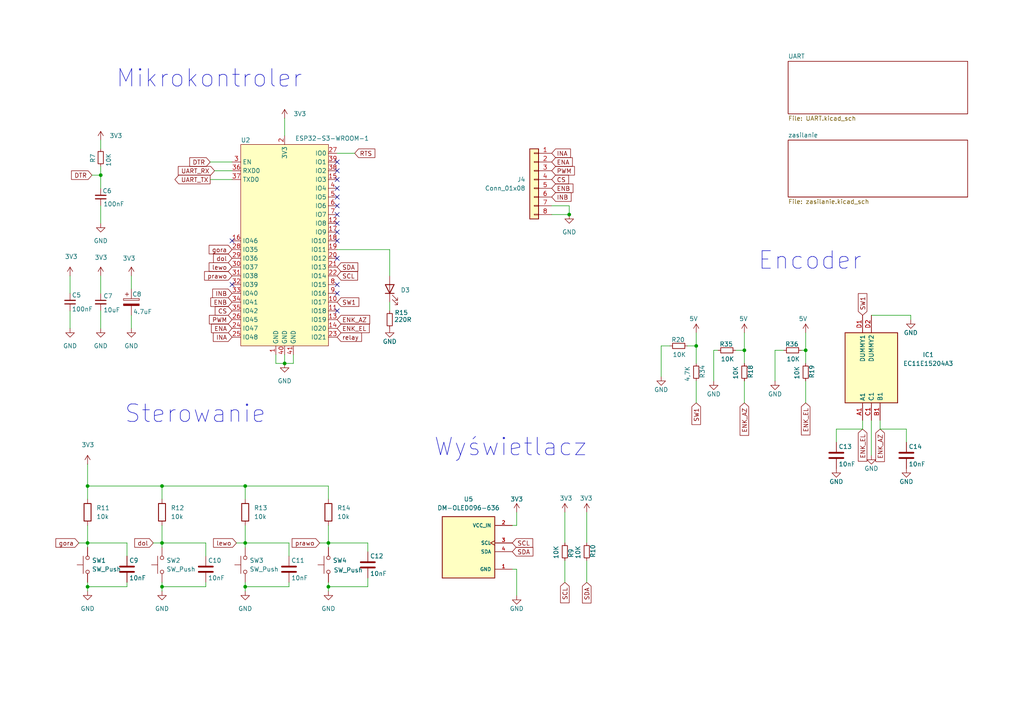
<source format=kicad_sch>
(kicad_sch
	(version 20250114)
	(generator "eeschema")
	(generator_version "9.0")
	(uuid "b0c27d4e-8607-408b-8098-c92865fdf14d")
	(paper "A4")
	(lib_symbols
		(symbol "Connector_Generic:Conn_01x08"
			(pin_names
				(offset 1.016)
				(hide yes)
			)
			(exclude_from_sim no)
			(in_bom yes)
			(on_board yes)
			(property "Reference" "J"
				(at 0 10.16 0)
				(effects
					(font
						(size 1.27 1.27)
					)
				)
			)
			(property "Value" "Conn_01x08"
				(at 0 -12.7 0)
				(effects
					(font
						(size 1.27 1.27)
					)
				)
			)
			(property "Footprint" ""
				(at 0 0 0)
				(effects
					(font
						(size 1.27 1.27)
					)
					(hide yes)
				)
			)
			(property "Datasheet" "~"
				(at 0 0 0)
				(effects
					(font
						(size 1.27 1.27)
					)
					(hide yes)
				)
			)
			(property "Description" "Generic connector, single row, 01x08, script generated (kicad-library-utils/schlib/autogen/connector/)"
				(at 0 0 0)
				(effects
					(font
						(size 1.27 1.27)
					)
					(hide yes)
				)
			)
			(property "ki_keywords" "connector"
				(at 0 0 0)
				(effects
					(font
						(size 1.27 1.27)
					)
					(hide yes)
				)
			)
			(property "ki_fp_filters" "Connector*:*_1x??_*"
				(at 0 0 0)
				(effects
					(font
						(size 1.27 1.27)
					)
					(hide yes)
				)
			)
			(symbol "Conn_01x08_1_1"
				(rectangle
					(start -1.27 8.89)
					(end 1.27 -11.43)
					(stroke
						(width 0.254)
						(type default)
					)
					(fill
						(type background)
					)
				)
				(rectangle
					(start -1.27 7.747)
					(end 0 7.493)
					(stroke
						(width 0.1524)
						(type default)
					)
					(fill
						(type none)
					)
				)
				(rectangle
					(start -1.27 5.207)
					(end 0 4.953)
					(stroke
						(width 0.1524)
						(type default)
					)
					(fill
						(type none)
					)
				)
				(rectangle
					(start -1.27 2.667)
					(end 0 2.413)
					(stroke
						(width 0.1524)
						(type default)
					)
					(fill
						(type none)
					)
				)
				(rectangle
					(start -1.27 0.127)
					(end 0 -0.127)
					(stroke
						(width 0.1524)
						(type default)
					)
					(fill
						(type none)
					)
				)
				(rectangle
					(start -1.27 -2.413)
					(end 0 -2.667)
					(stroke
						(width 0.1524)
						(type default)
					)
					(fill
						(type none)
					)
				)
				(rectangle
					(start -1.27 -4.953)
					(end 0 -5.207)
					(stroke
						(width 0.1524)
						(type default)
					)
					(fill
						(type none)
					)
				)
				(rectangle
					(start -1.27 -7.493)
					(end 0 -7.747)
					(stroke
						(width 0.1524)
						(type default)
					)
					(fill
						(type none)
					)
				)
				(rectangle
					(start -1.27 -10.033)
					(end 0 -10.287)
					(stroke
						(width 0.1524)
						(type default)
					)
					(fill
						(type none)
					)
				)
				(pin passive line
					(at -5.08 7.62 0)
					(length 3.81)
					(name "Pin_1"
						(effects
							(font
								(size 1.27 1.27)
							)
						)
					)
					(number "1"
						(effects
							(font
								(size 1.27 1.27)
							)
						)
					)
				)
				(pin passive line
					(at -5.08 5.08 0)
					(length 3.81)
					(name "Pin_2"
						(effects
							(font
								(size 1.27 1.27)
							)
						)
					)
					(number "2"
						(effects
							(font
								(size 1.27 1.27)
							)
						)
					)
				)
				(pin passive line
					(at -5.08 2.54 0)
					(length 3.81)
					(name "Pin_3"
						(effects
							(font
								(size 1.27 1.27)
							)
						)
					)
					(number "3"
						(effects
							(font
								(size 1.27 1.27)
							)
						)
					)
				)
				(pin passive line
					(at -5.08 0 0)
					(length 3.81)
					(name "Pin_4"
						(effects
							(font
								(size 1.27 1.27)
							)
						)
					)
					(number "4"
						(effects
							(font
								(size 1.27 1.27)
							)
						)
					)
				)
				(pin passive line
					(at -5.08 -2.54 0)
					(length 3.81)
					(name "Pin_5"
						(effects
							(font
								(size 1.27 1.27)
							)
						)
					)
					(number "5"
						(effects
							(font
								(size 1.27 1.27)
							)
						)
					)
				)
				(pin passive line
					(at -5.08 -5.08 0)
					(length 3.81)
					(name "Pin_6"
						(effects
							(font
								(size 1.27 1.27)
							)
						)
					)
					(number "6"
						(effects
							(font
								(size 1.27 1.27)
							)
						)
					)
				)
				(pin passive line
					(at -5.08 -7.62 0)
					(length 3.81)
					(name "Pin_7"
						(effects
							(font
								(size 1.27 1.27)
							)
						)
					)
					(number "7"
						(effects
							(font
								(size 1.27 1.27)
							)
						)
					)
				)
				(pin passive line
					(at -5.08 -10.16 0)
					(length 3.81)
					(name "Pin_8"
						(effects
							(font
								(size 1.27 1.27)
							)
						)
					)
					(number "8"
						(effects
							(font
								(size 1.27 1.27)
							)
						)
					)
				)
			)
			(embedded_fonts no)
		)
		(symbol "DM-OLED096-636:DM-OLED096-636"
			(pin_names
				(offset 1.016)
			)
			(exclude_from_sim no)
			(in_bom yes)
			(on_board yes)
			(property "Reference" "U"
				(at -7.62 10.922 0)
				(effects
					(font
						(size 1.27 1.27)
					)
					(justify left bottom)
				)
			)
			(property "Value" "DM-OLED096-636"
				(at -7.62 -10.16 0)
				(effects
					(font
						(size 1.27 1.27)
					)
					(justify left bottom)
				)
			)
			(property "Footprint" "DM-OLED096-636:MODULE_DM-OLED096-636"
				(at 0 0 0)
				(effects
					(font
						(size 1.27 1.27)
					)
					(justify bottom)
					(hide yes)
				)
			)
			(property "Datasheet" ""
				(at 0 0 0)
				(effects
					(font
						(size 1.27 1.27)
					)
					(hide yes)
				)
			)
			(property "Description" ""
				(at 0 0 0)
				(effects
					(font
						(size 1.27 1.27)
					)
					(hide yes)
				)
			)
			(property "MF" "Display Module"
				(at 0 0 0)
				(effects
					(font
						(size 1.27 1.27)
					)
					(justify bottom)
					(hide yes)
				)
			)
			(property "MAXIMUM_PACKAGE_HEIGHT" "11.3 mm"
				(at 0 0 0)
				(effects
					(font
						(size 1.27 1.27)
					)
					(justify bottom)
					(hide yes)
				)
			)
			(property "Package" "Package"
				(at 0 0 0)
				(effects
					(font
						(size 1.27 1.27)
					)
					(justify bottom)
					(hide yes)
				)
			)
			(property "Price" "None"
				(at 0 0 0)
				(effects
					(font
						(size 1.27 1.27)
					)
					(justify bottom)
					(hide yes)
				)
			)
			(property "Check_prices" "https://www.snapeda.com/parts/DM-OLED096-636/Display+Module/view-part/?ref=eda"
				(at 0 0 0)
				(effects
					(font
						(size 1.27 1.27)
					)
					(justify bottom)
					(hide yes)
				)
			)
			(property "STANDARD" "Manufacturer Recommendations"
				(at 0 0 0)
				(effects
					(font
						(size 1.27 1.27)
					)
					(justify bottom)
					(hide yes)
				)
			)
			(property "PARTREV" "2018-09-10"
				(at 0 0 0)
				(effects
					(font
						(size 1.27 1.27)
					)
					(justify bottom)
					(hide yes)
				)
			)
			(property "SnapEDA_Link" "https://www.snapeda.com/parts/DM-OLED096-636/Display+Module/view-part/?ref=snap"
				(at 0 0 0)
				(effects
					(font
						(size 1.27 1.27)
					)
					(justify bottom)
					(hide yes)
				)
			)
			(property "MP" "DM-OLED096-636"
				(at 0 0 0)
				(effects
					(font
						(size 1.27 1.27)
					)
					(justify bottom)
					(hide yes)
				)
			)
			(property "Description_1" "\n                        \n                            0.96” 128 X 64 MONOCHROME GRAPHIC OLED DISPLAY MODULE - I2C\n                        \n"
				(at 0 0 0)
				(effects
					(font
						(size 1.27 1.27)
					)
					(justify bottom)
					(hide yes)
				)
			)
			(property "Availability" "Not in stock"
				(at 0 0 0)
				(effects
					(font
						(size 1.27 1.27)
					)
					(justify bottom)
					(hide yes)
				)
			)
			(property "MANUFACTURER" "Displaymodule"
				(at 0 0 0)
				(effects
					(font
						(size 1.27 1.27)
					)
					(justify bottom)
					(hide yes)
				)
			)
			(symbol "DM-OLED096-636_0_0"
				(rectangle
					(start -7.62 -7.62)
					(end 7.62 10.16)
					(stroke
						(width 0.254)
						(type default)
					)
					(fill
						(type background)
					)
				)
				(pin power_in line
					(at 12.7 7.62 180)
					(length 5.08)
					(name "VCC_IN"
						(effects
							(font
								(size 1.016 1.016)
							)
						)
					)
					(number "2"
						(effects
							(font
								(size 1.016 1.016)
							)
						)
					)
				)
				(pin input clock
					(at 12.7 2.54 180)
					(length 5.08)
					(name "SCL"
						(effects
							(font
								(size 1.016 1.016)
							)
						)
					)
					(number "3"
						(effects
							(font
								(size 1.016 1.016)
							)
						)
					)
				)
				(pin bidirectional line
					(at 12.7 0 180)
					(length 5.08)
					(name "SDA"
						(effects
							(font
								(size 1.016 1.016)
							)
						)
					)
					(number "4"
						(effects
							(font
								(size 1.016 1.016)
							)
						)
					)
				)
				(pin power_in line
					(at 12.7 -5.08 180)
					(length 5.08)
					(name "GND"
						(effects
							(font
								(size 1.016 1.016)
							)
						)
					)
					(number "1"
						(effects
							(font
								(size 1.016 1.016)
							)
						)
					)
				)
			)
			(embedded_fonts no)
		)
		(symbol "Device:C"
			(pin_numbers
				(hide yes)
			)
			(pin_names
				(offset 0.254)
			)
			(exclude_from_sim no)
			(in_bom yes)
			(on_board yes)
			(property "Reference" "C"
				(at 0.635 2.54 0)
				(effects
					(font
						(size 1.27 1.27)
					)
					(justify left)
				)
			)
			(property "Value" "C"
				(at 0.635 -2.54 0)
				(effects
					(font
						(size 1.27 1.27)
					)
					(justify left)
				)
			)
			(property "Footprint" ""
				(at 0.9652 -3.81 0)
				(effects
					(font
						(size 1.27 1.27)
					)
					(hide yes)
				)
			)
			(property "Datasheet" "~"
				(at 0 0 0)
				(effects
					(font
						(size 1.27 1.27)
					)
					(hide yes)
				)
			)
			(property "Description" "Unpolarized capacitor"
				(at 0 0 0)
				(effects
					(font
						(size 1.27 1.27)
					)
					(hide yes)
				)
			)
			(property "ki_keywords" "cap capacitor"
				(at 0 0 0)
				(effects
					(font
						(size 1.27 1.27)
					)
					(hide yes)
				)
			)
			(property "ki_fp_filters" "C_*"
				(at 0 0 0)
				(effects
					(font
						(size 1.27 1.27)
					)
					(hide yes)
				)
			)
			(symbol "C_0_1"
				(polyline
					(pts
						(xy -2.032 0.762) (xy 2.032 0.762)
					)
					(stroke
						(width 0.508)
						(type default)
					)
					(fill
						(type none)
					)
				)
				(polyline
					(pts
						(xy -2.032 -0.762) (xy 2.032 -0.762)
					)
					(stroke
						(width 0.508)
						(type default)
					)
					(fill
						(type none)
					)
				)
			)
			(symbol "C_1_1"
				(pin passive line
					(at 0 3.81 270)
					(length 2.794)
					(name "~"
						(effects
							(font
								(size 1.27 1.27)
							)
						)
					)
					(number "1"
						(effects
							(font
								(size 1.27 1.27)
							)
						)
					)
				)
				(pin passive line
					(at 0 -3.81 90)
					(length 2.794)
					(name "~"
						(effects
							(font
								(size 1.27 1.27)
							)
						)
					)
					(number "2"
						(effects
							(font
								(size 1.27 1.27)
							)
						)
					)
				)
			)
			(embedded_fonts no)
		)
		(symbol "Device:C_Polarized"
			(pin_numbers
				(hide yes)
			)
			(pin_names
				(offset 0.254)
			)
			(exclude_from_sim no)
			(in_bom yes)
			(on_board yes)
			(property "Reference" "C"
				(at 0.635 2.54 0)
				(effects
					(font
						(size 1.27 1.27)
					)
					(justify left)
				)
			)
			(property "Value" "C_Polarized"
				(at 0.635 -2.54 0)
				(effects
					(font
						(size 1.27 1.27)
					)
					(justify left)
				)
			)
			(property "Footprint" ""
				(at 0.9652 -3.81 0)
				(effects
					(font
						(size 1.27 1.27)
					)
					(hide yes)
				)
			)
			(property "Datasheet" "~"
				(at 0 0 0)
				(effects
					(font
						(size 1.27 1.27)
					)
					(hide yes)
				)
			)
			(property "Description" "Polarized capacitor"
				(at 0 0 0)
				(effects
					(font
						(size 1.27 1.27)
					)
					(hide yes)
				)
			)
			(property "ki_keywords" "cap capacitor"
				(at 0 0 0)
				(effects
					(font
						(size 1.27 1.27)
					)
					(hide yes)
				)
			)
			(property "ki_fp_filters" "CP_*"
				(at 0 0 0)
				(effects
					(font
						(size 1.27 1.27)
					)
					(hide yes)
				)
			)
			(symbol "C_Polarized_0_1"
				(rectangle
					(start -2.286 0.508)
					(end 2.286 1.016)
					(stroke
						(width 0)
						(type default)
					)
					(fill
						(type none)
					)
				)
				(polyline
					(pts
						(xy -1.778 2.286) (xy -0.762 2.286)
					)
					(stroke
						(width 0)
						(type default)
					)
					(fill
						(type none)
					)
				)
				(polyline
					(pts
						(xy -1.27 2.794) (xy -1.27 1.778)
					)
					(stroke
						(width 0)
						(type default)
					)
					(fill
						(type none)
					)
				)
				(rectangle
					(start 2.286 -0.508)
					(end -2.286 -1.016)
					(stroke
						(width 0)
						(type default)
					)
					(fill
						(type outline)
					)
				)
			)
			(symbol "C_Polarized_1_1"
				(pin passive line
					(at 0 3.81 270)
					(length 2.794)
					(name "~"
						(effects
							(font
								(size 1.27 1.27)
							)
						)
					)
					(number "1"
						(effects
							(font
								(size 1.27 1.27)
							)
						)
					)
				)
				(pin passive line
					(at 0 -3.81 90)
					(length 2.794)
					(name "~"
						(effects
							(font
								(size 1.27 1.27)
							)
						)
					)
					(number "2"
						(effects
							(font
								(size 1.27 1.27)
							)
						)
					)
				)
			)
			(embedded_fonts no)
		)
		(symbol "Device:C_Small"
			(pin_numbers
				(hide yes)
			)
			(pin_names
				(offset 0.254)
				(hide yes)
			)
			(exclude_from_sim no)
			(in_bom yes)
			(on_board yes)
			(property "Reference" "C"
				(at 0.254 1.778 0)
				(effects
					(font
						(size 1.27 1.27)
					)
					(justify left)
				)
			)
			(property "Value" "C_Small"
				(at 0.254 -2.032 0)
				(effects
					(font
						(size 1.27 1.27)
					)
					(justify left)
				)
			)
			(property "Footprint" ""
				(at 0 0 0)
				(effects
					(font
						(size 1.27 1.27)
					)
					(hide yes)
				)
			)
			(property "Datasheet" "~"
				(at 0 0 0)
				(effects
					(font
						(size 1.27 1.27)
					)
					(hide yes)
				)
			)
			(property "Description" "Unpolarized capacitor, small symbol"
				(at 0 0 0)
				(effects
					(font
						(size 1.27 1.27)
					)
					(hide yes)
				)
			)
			(property "ki_keywords" "capacitor cap"
				(at 0 0 0)
				(effects
					(font
						(size 1.27 1.27)
					)
					(hide yes)
				)
			)
			(property "ki_fp_filters" "C_*"
				(at 0 0 0)
				(effects
					(font
						(size 1.27 1.27)
					)
					(hide yes)
				)
			)
			(symbol "C_Small_0_1"
				(polyline
					(pts
						(xy -1.524 0.508) (xy 1.524 0.508)
					)
					(stroke
						(width 0.3048)
						(type default)
					)
					(fill
						(type none)
					)
				)
				(polyline
					(pts
						(xy -1.524 -0.508) (xy 1.524 -0.508)
					)
					(stroke
						(width 0.3302)
						(type default)
					)
					(fill
						(type none)
					)
				)
			)
			(symbol "C_Small_1_1"
				(pin passive line
					(at 0 2.54 270)
					(length 2.032)
					(name "~"
						(effects
							(font
								(size 1.27 1.27)
							)
						)
					)
					(number "1"
						(effects
							(font
								(size 1.27 1.27)
							)
						)
					)
				)
				(pin passive line
					(at 0 -2.54 90)
					(length 2.032)
					(name "~"
						(effects
							(font
								(size 1.27 1.27)
							)
						)
					)
					(number "2"
						(effects
							(font
								(size 1.27 1.27)
							)
						)
					)
				)
			)
			(embedded_fonts no)
		)
		(symbol "Device:LED"
			(pin_numbers
				(hide yes)
			)
			(pin_names
				(offset 1.016)
				(hide yes)
			)
			(exclude_from_sim no)
			(in_bom yes)
			(on_board yes)
			(property "Reference" "D"
				(at 0 2.54 0)
				(effects
					(font
						(size 1.27 1.27)
					)
				)
			)
			(property "Value" "LED"
				(at 0 -2.54 0)
				(effects
					(font
						(size 1.27 1.27)
					)
				)
			)
			(property "Footprint" ""
				(at 0 0 0)
				(effects
					(font
						(size 1.27 1.27)
					)
					(hide yes)
				)
			)
			(property "Datasheet" "~"
				(at 0 0 0)
				(effects
					(font
						(size 1.27 1.27)
					)
					(hide yes)
				)
			)
			(property "Description" "Light emitting diode"
				(at 0 0 0)
				(effects
					(font
						(size 1.27 1.27)
					)
					(hide yes)
				)
			)
			(property "ki_keywords" "LED diode"
				(at 0 0 0)
				(effects
					(font
						(size 1.27 1.27)
					)
					(hide yes)
				)
			)
			(property "ki_fp_filters" "LED* LED_SMD:* LED_THT:*"
				(at 0 0 0)
				(effects
					(font
						(size 1.27 1.27)
					)
					(hide yes)
				)
			)
			(symbol "LED_0_1"
				(polyline
					(pts
						(xy -3.048 -0.762) (xy -4.572 -2.286) (xy -3.81 -2.286) (xy -4.572 -2.286) (xy -4.572 -1.524)
					)
					(stroke
						(width 0)
						(type default)
					)
					(fill
						(type none)
					)
				)
				(polyline
					(pts
						(xy -1.778 -0.762) (xy -3.302 -2.286) (xy -2.54 -2.286) (xy -3.302 -2.286) (xy -3.302 -1.524)
					)
					(stroke
						(width 0)
						(type default)
					)
					(fill
						(type none)
					)
				)
				(polyline
					(pts
						(xy -1.27 0) (xy 1.27 0)
					)
					(stroke
						(width 0)
						(type default)
					)
					(fill
						(type none)
					)
				)
				(polyline
					(pts
						(xy -1.27 -1.27) (xy -1.27 1.27)
					)
					(stroke
						(width 0.254)
						(type default)
					)
					(fill
						(type none)
					)
				)
				(polyline
					(pts
						(xy 1.27 -1.27) (xy 1.27 1.27) (xy -1.27 0) (xy 1.27 -1.27)
					)
					(stroke
						(width 0.254)
						(type default)
					)
					(fill
						(type none)
					)
				)
			)
			(symbol "LED_1_1"
				(pin passive line
					(at -3.81 0 0)
					(length 2.54)
					(name "K"
						(effects
							(font
								(size 1.27 1.27)
							)
						)
					)
					(number "1"
						(effects
							(font
								(size 1.27 1.27)
							)
						)
					)
				)
				(pin passive line
					(at 3.81 0 180)
					(length 2.54)
					(name "A"
						(effects
							(font
								(size 1.27 1.27)
							)
						)
					)
					(number "2"
						(effects
							(font
								(size 1.27 1.27)
							)
						)
					)
				)
			)
			(embedded_fonts no)
		)
		(symbol "EC11E15204A3:EC11E15204A3"
			(exclude_from_sim no)
			(in_bom yes)
			(on_board yes)
			(property "Reference" "IC1"
				(at 29.21 6.3186 0)
				(effects
					(font
						(size 1.27 1.27)
					)
				)
			)
			(property "Value" "EC11E15204A3"
				(at 29.21 3.7786 0)
				(effects
					(font
						(size 1.27 1.27)
					)
				)
			)
			(property "Footprint" "KiCad:EC11E15204A3"
				(at 21.59 -84.76 0)
				(effects
					(font
						(size 1.27 1.27)
					)
					(justify left top)
					(hide yes)
				)
			)
			(property "Datasheet" "https://www.alps.com/prod/info/E/HTML/Encoder/Incremental/EC11/EC11E15204A3.html"
				(at 21.59 -184.76 0)
				(effects
					(font
						(size 1.27 1.27)
					)
					(justify left top)
					(hide yes)
				)
			)
			(property "Description" "Alps Electric 15 Pulse Incremental Mechanical Rotary Encoder with a 6 mm Flat Shaft, Through Hole"
				(at 0 -1.27 0)
				(effects
					(font
						(size 1.27 1.27)
					)
					(hide yes)
				)
			)
			(property "Height" "24.5"
				(at 21.59 -384.76 0)
				(effects
					(font
						(size 1.27 1.27)
					)
					(justify left top)
					(hide yes)
				)
			)
			(property "Mouser Part Number" "688-EC11E15204A3"
				(at 21.59 -484.76 0)
				(effects
					(font
						(size 1.27 1.27)
					)
					(justify left top)
					(hide yes)
				)
			)
			(property "Mouser Price/Stock" "https://www.mouser.co.uk/ProductDetail/Alps-Alpine/EC11E15204A3?qs=PoKhxlfUXjIkxNd9QfxiYw%3D%3D"
				(at 21.59 -584.76 0)
				(effects
					(font
						(size 1.27 1.27)
					)
					(justify left top)
					(hide yes)
				)
			)
			(property "Manufacturer_Name" "ALPS Electric"
				(at 21.59 -684.76 0)
				(effects
					(font
						(size 1.27 1.27)
					)
					(justify left top)
					(hide yes)
				)
			)
			(property "Manufacturer_Part_Number" "EC11E15204A3"
				(at 21.59 -784.76 0)
				(effects
					(font
						(size 1.27 1.27)
					)
					(justify left top)
					(hide yes)
				)
			)
			(symbol "EC11E15204A3_1_1"
				(rectangle
					(start 5.08 12.7)
					(end 20.32 -7.62)
					(stroke
						(width 0.254)
						(type default)
					)
					(fill
						(type background)
					)
				)
				(pin passive line
					(at 10.16 17.78 270)
					(length 5.08)
					(name "DUMMY1"
						(effects
							(font
								(size 1.27 1.27)
							)
						)
					)
					(number "D1"
						(effects
							(font
								(size 1.27 1.27)
							)
						)
					)
				)
				(pin passive line
					(at 10.16 -12.7 90)
					(length 5.08)
					(name "A1"
						(effects
							(font
								(size 1.27 1.27)
							)
						)
					)
					(number "A1"
						(effects
							(font
								(size 1.27 1.27)
							)
						)
					)
				)
				(pin passive line
					(at 12.7 17.78 270)
					(length 5.08)
					(name "DUMMY2"
						(effects
							(font
								(size 1.27 1.27)
							)
						)
					)
					(number "D2"
						(effects
							(font
								(size 1.27 1.27)
							)
						)
					)
				)
				(pin passive line
					(at 12.7 -12.7 90)
					(length 5.08)
					(name "C1"
						(effects
							(font
								(size 1.27 1.27)
							)
						)
					)
					(number "C1"
						(effects
							(font
								(size 1.27 1.27)
							)
						)
					)
				)
				(pin passive line
					(at 15.24 -12.7 90)
					(length 5.08)
					(name "B1"
						(effects
							(font
								(size 1.27 1.27)
							)
						)
					)
					(number "B1"
						(effects
							(font
								(size 1.27 1.27)
							)
						)
					)
				)
			)
			(embedded_fonts no)
		)
		(symbol "PUTRocketLab_IC:ESP32-S3-WROOM-1"
			(exclude_from_sim no)
			(in_bom yes)
			(on_board yes)
			(property "Reference" "U"
				(at -11.43 30.48 0)
				(effects
					(font
						(size 1.27 1.27)
					)
				)
			)
			(property "Value" "ESP32-S3-WROOM-1"
				(at 0 -1.27 90)
				(effects
					(font
						(size 1.27 1.27)
					)
				)
			)
			(property "Footprint" "PUTRocketLab_IC:ESP32-S3-WROOM-1"
				(at 0 -48.26 0)
				(effects
					(font
						(size 1.27 1.27)
					)
					(hide yes)
				)
			)
			(property "Datasheet" "https://www.espressif.com/sites/default/files/documentation/esp32-s3-wroom-1_wroom-1u_datasheet_en.pdf"
				(at 0 -45.72 0)
				(effects
					(font
						(size 1.27 1.27)
					)
					(hide yes)
				)
			)
			(property "Description" ""
				(at 0 0 0)
				(effects
					(font
						(size 1.27 1.27)
					)
					(hide yes)
				)
			)
			(property "ki_keywords" "ESP, ESP32, WROOM"
				(at 0 0 0)
				(effects
					(font
						(size 1.27 1.27)
					)
					(hide yes)
				)
			)
			(symbol "ESP32-S3-WROOM-1_0_1"
				(rectangle
					(start -12.7 29.21)
					(end 12.7 -29.21)
					(stroke
						(width 0)
						(type default)
					)
					(fill
						(type background)
					)
				)
			)
			(symbol "ESP32-S3-WROOM-1_1_1"
				(pin input line
					(at -15.24 24.13 0)
					(length 2.54)
					(name "EN"
						(effects
							(font
								(size 1.27 1.27)
							)
						)
					)
					(number "3"
						(effects
							(font
								(size 1.27 1.27)
							)
						)
					)
				)
				(pin input line
					(at -15.24 21.59 0)
					(length 2.54)
					(name "RXD0"
						(effects
							(font
								(size 1.27 1.27)
							)
						)
					)
					(number "36"
						(effects
							(font
								(size 1.27 1.27)
							)
						)
					)
				)
				(pin output line
					(at -15.24 19.05 0)
					(length 2.54)
					(name "TXD0"
						(effects
							(font
								(size 1.27 1.27)
							)
						)
					)
					(number "37"
						(effects
							(font
								(size 1.27 1.27)
							)
						)
					)
				)
				(pin tri_state line
					(at -15.24 1.27 0)
					(length 2.54)
					(name "IO46"
						(effects
							(font
								(size 1.27 1.27)
							)
						)
					)
					(number "16"
						(effects
							(font
								(size 1.27 1.27)
							)
						)
					)
				)
				(pin bidirectional line
					(at -15.24 -1.27 0)
					(length 2.54)
					(name "IO35"
						(effects
							(font
								(size 1.27 1.27)
							)
						)
					)
					(number "28"
						(effects
							(font
								(size 1.27 1.27)
							)
						)
					)
				)
				(pin bidirectional line
					(at -15.24 -3.81 0)
					(length 2.54)
					(name "IO36"
						(effects
							(font
								(size 1.27 1.27)
							)
						)
					)
					(number "29"
						(effects
							(font
								(size 1.27 1.27)
							)
						)
					)
				)
				(pin bidirectional line
					(at -15.24 -6.35 0)
					(length 2.54)
					(name "IO37"
						(effects
							(font
								(size 1.27 1.27)
							)
						)
					)
					(number "30"
						(effects
							(font
								(size 1.27 1.27)
							)
						)
					)
				)
				(pin bidirectional line
					(at -15.24 -8.89 0)
					(length 2.54)
					(name "IO38"
						(effects
							(font
								(size 1.27 1.27)
							)
						)
					)
					(number "31"
						(effects
							(font
								(size 1.27 1.27)
							)
						)
					)
				)
				(pin bidirectional line
					(at -15.24 -11.43 0)
					(length 2.54)
					(name "IO39"
						(effects
							(font
								(size 1.27 1.27)
							)
						)
					)
					(number "32"
						(effects
							(font
								(size 1.27 1.27)
							)
						)
					)
				)
				(pin bidirectional line
					(at -15.24 -13.97 0)
					(length 2.54)
					(name "IO40"
						(effects
							(font
								(size 1.27 1.27)
							)
						)
					)
					(number "33"
						(effects
							(font
								(size 1.27 1.27)
							)
						)
					)
				)
				(pin bidirectional line
					(at -15.24 -16.51 0)
					(length 2.54)
					(name "IO41"
						(effects
							(font
								(size 1.27 1.27)
							)
						)
					)
					(number "34"
						(effects
							(font
								(size 1.27 1.27)
							)
						)
					)
				)
				(pin bidirectional line
					(at -15.24 -19.05 0)
					(length 2.54)
					(name "IO42"
						(effects
							(font
								(size 1.27 1.27)
							)
						)
					)
					(number "35"
						(effects
							(font
								(size 1.27 1.27)
							)
						)
					)
				)
				(pin tri_state line
					(at -15.24 -21.59 0)
					(length 2.54)
					(name "IO45"
						(effects
							(font
								(size 1.27 1.27)
							)
						)
					)
					(number "26"
						(effects
							(font
								(size 1.27 1.27)
							)
						)
					)
				)
				(pin bidirectional line
					(at -15.24 -24.13 0)
					(length 2.54)
					(name "IO47"
						(effects
							(font
								(size 1.27 1.27)
							)
						)
					)
					(number "24"
						(effects
							(font
								(size 1.27 1.27)
							)
						)
					)
				)
				(pin bidirectional line
					(at -15.24 -26.67 0)
					(length 2.54)
					(name "IO48"
						(effects
							(font
								(size 1.27 1.27)
							)
						)
					)
					(number "25"
						(effects
							(font
								(size 1.27 1.27)
							)
						)
					)
				)
				(pin power_in line
					(at -2.54 -31.75 90)
					(length 2.54)
					(name "GND"
						(effects
							(font
								(size 1.27 1.27)
							)
						)
					)
					(number "1"
						(effects
							(font
								(size 1.27 1.27)
							)
						)
					)
				)
				(pin power_in line
					(at 0 31.75 270)
					(length 2.54)
					(name "3V3"
						(effects
							(font
								(size 1.27 1.27)
							)
						)
					)
					(number "2"
						(effects
							(font
								(size 1.27 1.27)
							)
						)
					)
				)
				(pin power_in line
					(at 0 -31.75 90)
					(length 2.54)
					(name "GND"
						(effects
							(font
								(size 1.27 1.27)
							)
						)
					)
					(number "40"
						(effects
							(font
								(size 1.27 1.27)
							)
						)
					)
				)
				(pin power_in line
					(at 2.54 -31.75 90)
					(length 2.54)
					(name "GND"
						(effects
							(font
								(size 1.27 1.27)
							)
						)
					)
					(number "41"
						(effects
							(font
								(size 1.27 1.27)
							)
						)
					)
				)
				(pin tri_state line
					(at 15.24 26.67 180)
					(length 2.54)
					(name "IO0"
						(effects
							(font
								(size 1.27 1.27)
							)
						)
					)
					(number "27"
						(effects
							(font
								(size 1.27 1.27)
							)
						)
					)
				)
				(pin bidirectional line
					(at 15.24 24.13 180)
					(length 2.54)
					(name "IO1"
						(effects
							(font
								(size 1.27 1.27)
							)
						)
					)
					(number "39"
						(effects
							(font
								(size 1.27 1.27)
							)
						)
					)
				)
				(pin bidirectional line
					(at 15.24 21.59 180)
					(length 2.54)
					(name "IO2"
						(effects
							(font
								(size 1.27 1.27)
							)
						)
					)
					(number "38"
						(effects
							(font
								(size 1.27 1.27)
							)
						)
					)
				)
				(pin tri_state line
					(at 15.24 19.05 180)
					(length 2.54)
					(name "IO3"
						(effects
							(font
								(size 1.27 1.27)
							)
						)
					)
					(number "15"
						(effects
							(font
								(size 1.27 1.27)
							)
						)
					)
				)
				(pin bidirectional line
					(at 15.24 16.51 180)
					(length 2.54)
					(name "IO4"
						(effects
							(font
								(size 1.27 1.27)
							)
						)
					)
					(number "4"
						(effects
							(font
								(size 1.27 1.27)
							)
						)
					)
				)
				(pin bidirectional line
					(at 15.24 13.97 180)
					(length 2.54)
					(name "IO5"
						(effects
							(font
								(size 1.27 1.27)
							)
						)
					)
					(number "5"
						(effects
							(font
								(size 1.27 1.27)
							)
						)
					)
				)
				(pin bidirectional line
					(at 15.24 11.43 180)
					(length 2.54)
					(name "IO6"
						(effects
							(font
								(size 1.27 1.27)
							)
						)
					)
					(number "6"
						(effects
							(font
								(size 1.27 1.27)
							)
						)
					)
				)
				(pin bidirectional line
					(at 15.24 8.89 180)
					(length 2.54)
					(name "IO7"
						(effects
							(font
								(size 1.27 1.27)
							)
						)
					)
					(number "7"
						(effects
							(font
								(size 1.27 1.27)
							)
						)
					)
				)
				(pin bidirectional line
					(at 15.24 6.35 180)
					(length 2.54)
					(name "IO8"
						(effects
							(font
								(size 1.27 1.27)
							)
						)
					)
					(number "12"
						(effects
							(font
								(size 1.27 1.27)
							)
						)
					)
				)
				(pin bidirectional line
					(at 15.24 3.81 180)
					(length 2.54)
					(name "IO9"
						(effects
							(font
								(size 1.27 1.27)
							)
						)
					)
					(number "17"
						(effects
							(font
								(size 1.27 1.27)
							)
						)
					)
				)
				(pin bidirectional line
					(at 15.24 1.27 180)
					(length 2.54)
					(name "IO10"
						(effects
							(font
								(size 1.27 1.27)
							)
						)
					)
					(number "18"
						(effects
							(font
								(size 1.27 1.27)
							)
						)
					)
				)
				(pin bidirectional line
					(at 15.24 -1.27 180)
					(length 2.54)
					(name "IO11"
						(effects
							(font
								(size 1.27 1.27)
							)
						)
					)
					(number "19"
						(effects
							(font
								(size 1.27 1.27)
							)
						)
					)
				)
				(pin bidirectional line
					(at 15.24 -3.81 180)
					(length 2.54)
					(name "IO12"
						(effects
							(font
								(size 1.27 1.27)
							)
						)
					)
					(number "20"
						(effects
							(font
								(size 1.27 1.27)
							)
						)
					)
				)
				(pin bidirectional line
					(at 15.24 -6.35 180)
					(length 2.54)
					(name "IO13"
						(effects
							(font
								(size 1.27 1.27)
							)
						)
					)
					(number "21"
						(effects
							(font
								(size 1.27 1.27)
							)
						)
					)
				)
				(pin bidirectional line
					(at 15.24 -8.89 180)
					(length 2.54)
					(name "IO14"
						(effects
							(font
								(size 1.27 1.27)
							)
						)
					)
					(number "22"
						(effects
							(font
								(size 1.27 1.27)
							)
						)
					)
				)
				(pin bidirectional line
					(at 15.24 -11.43 180)
					(length 2.54)
					(name "IO15"
						(effects
							(font
								(size 1.27 1.27)
							)
						)
					)
					(number "8"
						(effects
							(font
								(size 1.27 1.27)
							)
						)
					)
				)
				(pin bidirectional line
					(at 15.24 -13.97 180)
					(length 2.54)
					(name "IO16"
						(effects
							(font
								(size 1.27 1.27)
							)
						)
					)
					(number "9"
						(effects
							(font
								(size 1.27 1.27)
							)
						)
					)
				)
				(pin bidirectional line
					(at 15.24 -16.51 180)
					(length 2.54)
					(name "IO17"
						(effects
							(font
								(size 1.27 1.27)
							)
						)
					)
					(number "10"
						(effects
							(font
								(size 1.27 1.27)
							)
						)
					)
				)
				(pin bidirectional line
					(at 15.24 -19.05 180)
					(length 2.54)
					(name "IO18"
						(effects
							(font
								(size 1.27 1.27)
							)
						)
					)
					(number "11"
						(effects
							(font
								(size 1.27 1.27)
							)
						)
					)
				)
				(pin bidirectional line
					(at 15.24 -21.59 180)
					(length 2.54)
					(name "IO19"
						(effects
							(font
								(size 1.27 1.27)
							)
						)
					)
					(number "13"
						(effects
							(font
								(size 1.27 1.27)
							)
						)
					)
				)
				(pin bidirectional line
					(at 15.24 -24.13 180)
					(length 2.54)
					(name "IO20"
						(effects
							(font
								(size 1.27 1.27)
							)
						)
					)
					(number "14"
						(effects
							(font
								(size 1.27 1.27)
							)
						)
					)
				)
				(pin bidirectional line
					(at 15.24 -26.67 180)
					(length 2.54)
					(name "IO21"
						(effects
							(font
								(size 1.27 1.27)
							)
						)
					)
					(number "23"
						(effects
							(font
								(size 1.27 1.27)
							)
						)
					)
				)
			)
			(embedded_fonts no)
		)
		(symbol "PUTRocketLab_power:+3V3"
			(power)
			(pin_names
				(offset 0)
			)
			(exclude_from_sim no)
			(in_bom yes)
			(on_board yes)
			(property "Reference" "#PWR"
				(at 0 -3.81 0)
				(effects
					(font
						(size 1.27 1.27)
					)
					(hide yes)
				)
			)
			(property "Value" "+3V3"
				(at 0 3.556 0)
				(effects
					(font
						(size 1.27 1.27)
					)
				)
			)
			(property "Footprint" ""
				(at 0 0 0)
				(effects
					(font
						(size 1.27 1.27)
					)
					(hide yes)
				)
			)
			(property "Datasheet" ""
				(at 0 0 0)
				(effects
					(font
						(size 1.27 1.27)
					)
					(hide yes)
				)
			)
			(property "Description" "Power symbol creates a global label with name \"+3V3\""
				(at 0 0 0)
				(effects
					(font
						(size 1.27 1.27)
					)
					(hide yes)
				)
			)
			(property "ki_keywords" "power-flag"
				(at 0 0 0)
				(effects
					(font
						(size 1.27 1.27)
					)
					(hide yes)
				)
			)
			(symbol "+3V3_0_1"
				(polyline
					(pts
						(xy -0.762 1.27) (xy 0 2.54)
					)
					(stroke
						(width 0)
						(type default)
					)
					(fill
						(type none)
					)
				)
				(polyline
					(pts
						(xy 0 2.54) (xy 0.762 1.27)
					)
					(stroke
						(width 0)
						(type default)
					)
					(fill
						(type none)
					)
				)
				(polyline
					(pts
						(xy 0 0) (xy 0 2.54)
					)
					(stroke
						(width 0)
						(type default)
					)
					(fill
						(type none)
					)
				)
			)
			(symbol "+3V3_1_1"
				(pin power_in line
					(at 0 0 90)
					(length 0)
					(hide yes)
					(name "+3V3"
						(effects
							(font
								(size 1.27 1.27)
							)
						)
					)
					(number "1"
						(effects
							(font
								(size 1.27 1.27)
							)
						)
					)
				)
			)
			(embedded_fonts no)
		)
		(symbol "PUTRocketLab_power:GND"
			(power)
			(pin_names
				(offset 0)
			)
			(exclude_from_sim no)
			(in_bom yes)
			(on_board yes)
			(property "Reference" "#PWR"
				(at 0 -6.35 0)
				(effects
					(font
						(size 1.27 1.27)
					)
					(hide yes)
				)
			)
			(property "Value" "GND"
				(at 0 -3.81 0)
				(effects
					(font
						(size 1.27 1.27)
					)
				)
			)
			(property "Footprint" ""
				(at 0 0 0)
				(effects
					(font
						(size 1.27 1.27)
					)
					(hide yes)
				)
			)
			(property "Datasheet" ""
				(at 0 0 0)
				(effects
					(font
						(size 1.27 1.27)
					)
					(hide yes)
				)
			)
			(property "Description" "Power symbol creates a global label with name \"GND\" , ground"
				(at 0 0 0)
				(effects
					(font
						(size 1.27 1.27)
					)
					(hide yes)
				)
			)
			(property "ki_keywords" "power-flag"
				(at 0 0 0)
				(effects
					(font
						(size 1.27 1.27)
					)
					(hide yes)
				)
			)
			(symbol "GND_0_1"
				(polyline
					(pts
						(xy 0 0) (xy 0 -1.27) (xy 1.27 -1.27) (xy 0 -2.54) (xy -1.27 -1.27) (xy 0 -1.27)
					)
					(stroke
						(width 0)
						(type default)
					)
					(fill
						(type none)
					)
				)
			)
			(symbol "GND_1_1"
				(pin power_in line
					(at 0 0 270)
					(length 0)
					(hide yes)
					(name "GND"
						(effects
							(font
								(size 1.27 1.27)
							)
						)
					)
					(number "1"
						(effects
							(font
								(size 1.27 1.27)
							)
						)
					)
				)
			)
			(embedded_fonts no)
		)
		(symbol "PutRocketLab_RCL:R_Small"
			(pin_numbers
				(hide yes)
			)
			(pin_names
				(offset 0.254)
				(hide yes)
			)
			(exclude_from_sim no)
			(in_bom yes)
			(on_board yes)
			(property "Reference" "R"
				(at 0.762 0.508 0)
				(effects
					(font
						(size 1.27 1.27)
					)
					(justify left)
				)
			)
			(property "Value" "R_Small"
				(at 0.762 -1.016 0)
				(effects
					(font
						(size 1.27 1.27)
					)
					(justify left)
				)
			)
			(property "Footprint" ""
				(at 0 0 0)
				(effects
					(font
						(size 1.27 1.27)
					)
					(hide yes)
				)
			)
			(property "Datasheet" "~"
				(at 0 0 0)
				(effects
					(font
						(size 1.27 1.27)
					)
					(hide yes)
				)
			)
			(property "Description" "Resistor, small symbol"
				(at 0 0 0)
				(effects
					(font
						(size 1.27 1.27)
					)
					(hide yes)
				)
			)
			(property "ki_keywords" "R resistor"
				(at 0 0 0)
				(effects
					(font
						(size 1.27 1.27)
					)
					(hide yes)
				)
			)
			(property "ki_fp_filters" "R_*"
				(at 0 0 0)
				(effects
					(font
						(size 1.27 1.27)
					)
					(hide yes)
				)
			)
			(symbol "R_Small_0_1"
				(rectangle
					(start -0.762 1.778)
					(end 0.762 -1.778)
					(stroke
						(width 0.2032)
						(type default)
					)
					(fill
						(type none)
					)
				)
			)
			(symbol "R_Small_1_1"
				(pin passive line
					(at 0 2.54 270)
					(length 0.762)
					(name "~"
						(effects
							(font
								(size 1.27 1.27)
							)
						)
					)
					(number "1"
						(effects
							(font
								(size 1.27 1.27)
							)
						)
					)
				)
				(pin passive line
					(at 0 -2.54 90)
					(length 0.762)
					(name "~"
						(effects
							(font
								(size 1.27 1.27)
							)
						)
					)
					(number "2"
						(effects
							(font
								(size 1.27 1.27)
							)
						)
					)
				)
			)
			(embedded_fonts no)
		)
		(symbol "PutRocketLab_RCL:Resistor"
			(pin_numbers
				(hide yes)
			)
			(pin_names
				(offset 0)
			)
			(exclude_from_sim no)
			(in_bom yes)
			(on_board yes)
			(property "Reference" "R"
				(at 2.032 0 90)
				(effects
					(font
						(size 1.27 1.27)
					)
				)
			)
			(property "Value" "Resistor"
				(at 0 0 90)
				(effects
					(font
						(size 1.27 1.27)
					)
				)
			)
			(property "Footprint" ""
				(at -1.778 0 90)
				(effects
					(font
						(size 1.27 1.27)
					)
					(hide yes)
				)
			)
			(property "Datasheet" "~"
				(at 0 0 0)
				(effects
					(font
						(size 1.27 1.27)
					)
					(hide yes)
				)
			)
			(property "Description" "Resistor"
				(at 0 0 0)
				(effects
					(font
						(size 1.27 1.27)
					)
					(hide yes)
				)
			)
			(property "ki_keywords" "R res resistor"
				(at 0 0 0)
				(effects
					(font
						(size 1.27 1.27)
					)
					(hide yes)
				)
			)
			(property "ki_fp_filters" "R_*"
				(at 0 0 0)
				(effects
					(font
						(size 1.27 1.27)
					)
					(hide yes)
				)
			)
			(symbol "Resistor_0_1"
				(rectangle
					(start -1.016 -2.54)
					(end 1.016 2.54)
					(stroke
						(width 0.254)
						(type default)
					)
					(fill
						(type none)
					)
				)
			)
			(symbol "Resistor_1_1"
				(pin passive line
					(at 0 3.81 270)
					(length 1.27)
					(name "~"
						(effects
							(font
								(size 1.27 1.27)
							)
						)
					)
					(number "1"
						(effects
							(font
								(size 1.27 1.27)
							)
						)
					)
				)
				(pin passive line
					(at 0 -3.81 90)
					(length 1.27)
					(name "~"
						(effects
							(font
								(size 1.27 1.27)
							)
						)
					)
					(number "2"
						(effects
							(font
								(size 1.27 1.27)
							)
						)
					)
				)
			)
			(embedded_fonts no)
		)
		(symbol "Switch:SW_Push"
			(pin_numbers
				(hide yes)
			)
			(pin_names
				(offset 1.016)
				(hide yes)
			)
			(exclude_from_sim no)
			(in_bom yes)
			(on_board yes)
			(property "Reference" "SW"
				(at 1.27 2.54 0)
				(effects
					(font
						(size 1.27 1.27)
					)
					(justify left)
				)
			)
			(property "Value" "SW_Push"
				(at 0 -1.524 0)
				(effects
					(font
						(size 1.27 1.27)
					)
				)
			)
			(property "Footprint" ""
				(at 0 5.08 0)
				(effects
					(font
						(size 1.27 1.27)
					)
					(hide yes)
				)
			)
			(property "Datasheet" "~"
				(at 0 5.08 0)
				(effects
					(font
						(size 1.27 1.27)
					)
					(hide yes)
				)
			)
			(property "Description" "Push button switch, generic, two pins"
				(at 0 0 0)
				(effects
					(font
						(size 1.27 1.27)
					)
					(hide yes)
				)
			)
			(property "ki_keywords" "switch normally-open pushbutton push-button"
				(at 0 0 0)
				(effects
					(font
						(size 1.27 1.27)
					)
					(hide yes)
				)
			)
			(symbol "SW_Push_0_1"
				(circle
					(center -2.032 0)
					(radius 0.508)
					(stroke
						(width 0)
						(type default)
					)
					(fill
						(type none)
					)
				)
				(polyline
					(pts
						(xy 0 1.27) (xy 0 3.048)
					)
					(stroke
						(width 0)
						(type default)
					)
					(fill
						(type none)
					)
				)
				(circle
					(center 2.032 0)
					(radius 0.508)
					(stroke
						(width 0)
						(type default)
					)
					(fill
						(type none)
					)
				)
				(polyline
					(pts
						(xy 2.54 1.27) (xy -2.54 1.27)
					)
					(stroke
						(width 0)
						(type default)
					)
					(fill
						(type none)
					)
				)
				(pin passive line
					(at -5.08 0 0)
					(length 2.54)
					(name "1"
						(effects
							(font
								(size 1.27 1.27)
							)
						)
					)
					(number "1"
						(effects
							(font
								(size 1.27 1.27)
							)
						)
					)
				)
				(pin passive line
					(at 5.08 0 180)
					(length 2.54)
					(name "2"
						(effects
							(font
								(size 1.27 1.27)
							)
						)
					)
					(number "2"
						(effects
							(font
								(size 1.27 1.27)
							)
						)
					)
				)
			)
			(embedded_fonts no)
		)
		(symbol "power:+3V3"
			(power)
			(pin_names
				(offset 0)
			)
			(exclude_from_sim no)
			(in_bom yes)
			(on_board yes)
			(property "Reference" "#PWR"
				(at 0 -3.81 0)
				(effects
					(font
						(size 1.27 1.27)
					)
					(hide yes)
				)
			)
			(property "Value" "+3V3"
				(at 0 3.556 0)
				(effects
					(font
						(size 1.27 1.27)
					)
				)
			)
			(property "Footprint" ""
				(at 0 0 0)
				(effects
					(font
						(size 1.27 1.27)
					)
					(hide yes)
				)
			)
			(property "Datasheet" ""
				(at 0 0 0)
				(effects
					(font
						(size 1.27 1.27)
					)
					(hide yes)
				)
			)
			(property "Description" "Power symbol creates a global label with name \"+3V3\""
				(at 0 0 0)
				(effects
					(font
						(size 1.27 1.27)
					)
					(hide yes)
				)
			)
			(property "ki_keywords" "power-flag"
				(at 0 0 0)
				(effects
					(font
						(size 1.27 1.27)
					)
					(hide yes)
				)
			)
			(symbol "+3V3_0_1"
				(polyline
					(pts
						(xy -0.762 1.27) (xy 0 2.54)
					)
					(stroke
						(width 0)
						(type default)
					)
					(fill
						(type none)
					)
				)
				(polyline
					(pts
						(xy 0 2.54) (xy 0.762 1.27)
					)
					(stroke
						(width 0)
						(type default)
					)
					(fill
						(type none)
					)
				)
				(polyline
					(pts
						(xy 0 0) (xy 0 2.54)
					)
					(stroke
						(width 0)
						(type default)
					)
					(fill
						(type none)
					)
				)
			)
			(symbol "+3V3_1_1"
				(pin power_in line
					(at 0 0 90)
					(length 0)
					(hide yes)
					(name "+3V3"
						(effects
							(font
								(size 1.27 1.27)
							)
						)
					)
					(number "1"
						(effects
							(font
								(size 1.27 1.27)
							)
						)
					)
				)
			)
			(embedded_fonts no)
		)
		(symbol "power:GND"
			(power)
			(pin_names
				(offset 0)
			)
			(exclude_from_sim no)
			(in_bom yes)
			(on_board yes)
			(property "Reference" "#PWR"
				(at 0 -6.35 0)
				(effects
					(font
						(size 1.27 1.27)
					)
					(hide yes)
				)
			)
			(property "Value" "GND"
				(at 0 -3.81 0)
				(effects
					(font
						(size 1.27 1.27)
					)
				)
			)
			(property "Footprint" ""
				(at 0 0 0)
				(effects
					(font
						(size 1.27 1.27)
					)
					(hide yes)
				)
			)
			(property "Datasheet" ""
				(at 0 0 0)
				(effects
					(font
						(size 1.27 1.27)
					)
					(hide yes)
				)
			)
			(property "Description" "Power symbol creates a global label with name \"GND\" , ground"
				(at 0 0 0)
				(effects
					(font
						(size 1.27 1.27)
					)
					(hide yes)
				)
			)
			(property "ki_keywords" "power-flag"
				(at 0 0 0)
				(effects
					(font
						(size 1.27 1.27)
					)
					(hide yes)
				)
			)
			(symbol "GND_0_1"
				(polyline
					(pts
						(xy 0 0) (xy 0 -1.27) (xy 1.27 -1.27) (xy 0 -2.54) (xy -1.27 -1.27) (xy 0 -1.27)
					)
					(stroke
						(width 0)
						(type default)
					)
					(fill
						(type none)
					)
				)
			)
			(symbol "GND_1_1"
				(pin power_in line
					(at 0 0 270)
					(length 0)
					(hide yes)
					(name "GND"
						(effects
							(font
								(size 1.27 1.27)
							)
						)
					)
					(number "1"
						(effects
							(font
								(size 1.27 1.27)
							)
						)
					)
				)
			)
			(embedded_fonts no)
		)
		(symbol "power:VCC"
			(power)
			(pin_numbers
				(hide yes)
			)
			(pin_names
				(offset 0)
				(hide yes)
			)
			(exclude_from_sim no)
			(in_bom yes)
			(on_board yes)
			(property "Reference" "#PWR"
				(at 0 -3.81 0)
				(effects
					(font
						(size 1.27 1.27)
					)
					(hide yes)
				)
			)
			(property "Value" "VCC"
				(at 0 3.556 0)
				(effects
					(font
						(size 1.27 1.27)
					)
				)
			)
			(property "Footprint" ""
				(at 0 0 0)
				(effects
					(font
						(size 1.27 1.27)
					)
					(hide yes)
				)
			)
			(property "Datasheet" ""
				(at 0 0 0)
				(effects
					(font
						(size 1.27 1.27)
					)
					(hide yes)
				)
			)
			(property "Description" "Power symbol creates a global label with name \"VCC\""
				(at 0 0 0)
				(effects
					(font
						(size 1.27 1.27)
					)
					(hide yes)
				)
			)
			(property "ki_keywords" "global power"
				(at 0 0 0)
				(effects
					(font
						(size 1.27 1.27)
					)
					(hide yes)
				)
			)
			(symbol "VCC_0_1"
				(polyline
					(pts
						(xy -0.762 1.27) (xy 0 2.54)
					)
					(stroke
						(width 0)
						(type default)
					)
					(fill
						(type none)
					)
				)
				(polyline
					(pts
						(xy 0 2.54) (xy 0.762 1.27)
					)
					(stroke
						(width 0)
						(type default)
					)
					(fill
						(type none)
					)
				)
				(polyline
					(pts
						(xy 0 0) (xy 0 2.54)
					)
					(stroke
						(width 0)
						(type default)
					)
					(fill
						(type none)
					)
				)
			)
			(symbol "VCC_1_1"
				(pin power_in line
					(at 0 0 90)
					(length 0)
					(name "~"
						(effects
							(font
								(size 1.27 1.27)
							)
						)
					)
					(number "1"
						(effects
							(font
								(size 1.27 1.27)
							)
						)
					)
				)
			)
			(embedded_fonts no)
		)
	)
	(text "Wyświetlacz"
		(exclude_from_sim no)
		(at 148.082 129.794 0)
		(effects
			(font
				(size 5.08 5.08)
			)
		)
		(uuid "0914467b-430b-46f5-88e5-547733760148")
	)
	(text "Encoder"
		(exclude_from_sim no)
		(at 234.95 75.692 0)
		(effects
			(font
				(size 5.08 5.08)
			)
		)
		(uuid "0aead455-8008-42a3-b464-afc0f8f4d6f9")
	)
	(text "Mikrokontroler"
		(exclude_from_sim no)
		(at 60.706 22.86 0)
		(effects
			(font
				(size 5.08 5.08)
			)
		)
		(uuid "42d88c3a-34ad-4a23-b425-ada43e12f68a")
	)
	(text "Sterowanie"
		(exclude_from_sim no)
		(at 56.642 120.142 0)
		(effects
			(font
				(size 5.08 5.08)
			)
		)
		(uuid "a7168dc4-4968-4d46-a16b-703783d3fcc8")
	)
	(junction
		(at 46.99 157.48)
		(diameter 0)
		(color 0 0 0 0)
		(uuid "0409cc95-c15b-45c9-861d-3264c6d9d04e")
	)
	(junction
		(at 46.99 170.18)
		(diameter 0)
		(color 0 0 0 0)
		(uuid "0c85a79d-e441-45ee-a05e-feedef701699")
	)
	(junction
		(at 215.9 101.6)
		(diameter 0)
		(color 0 0 0 0)
		(uuid "0dd80be5-27a3-4ef6-b346-51b6d439e3c0")
	)
	(junction
		(at 201.93 100.33)
		(diameter 0)
		(color 0 0 0 0)
		(uuid "107c57a7-c818-4fa5-bb73-17212b6f5342")
	)
	(junction
		(at 46.99 140.97)
		(diameter 0)
		(color 0 0 0 0)
		(uuid "1dc99ad0-77a8-4f3d-a122-9bebfb52f5c0")
	)
	(junction
		(at 25.4 170.18)
		(diameter 0)
		(color 0 0 0 0)
		(uuid "23203453-ac53-42f2-bda7-1fc9b1570654")
	)
	(junction
		(at 25.4 157.48)
		(diameter 0)
		(color 0 0 0 0)
		(uuid "2c5d20a7-bfd5-42e0-870b-8579838a773f")
	)
	(junction
		(at 71.12 170.18)
		(diameter 0)
		(color 0 0 0 0)
		(uuid "337081ee-c581-4e80-bda6-b14e161423df")
	)
	(junction
		(at 71.12 157.48)
		(diameter 0)
		(color 0 0 0 0)
		(uuid "58b460e6-13ca-4a4c-a8d8-39ad1b523944")
	)
	(junction
		(at 165.1 62.23)
		(diameter 0)
		(color 0 0 0 0)
		(uuid "76b89484-d412-4cd9-992b-5d9c0285e772")
	)
	(junction
		(at 82.55 105.41)
		(diameter 0)
		(color 0 0 0 0)
		(uuid "8e5b9db4-4626-42dd-9400-e6f2c4ea68f7")
	)
	(junction
		(at 71.12 140.97)
		(diameter 0)
		(color 0 0 0 0)
		(uuid "a47b9a8d-5d5d-4b61-9ab1-ce0bf7ce6449")
	)
	(junction
		(at 25.4 140.97)
		(diameter 0)
		(color 0 0 0 0)
		(uuid "a596bbff-b020-46cb-af8b-a810cb6c6e9e")
	)
	(junction
		(at 95.25 170.18)
		(diameter 0)
		(color 0 0 0 0)
		(uuid "b2541619-4579-4641-8267-d317f2955d70")
	)
	(junction
		(at 29.21 50.8)
		(diameter 0)
		(color 0 0 0 0)
		(uuid "c4358e37-ac9b-493e-a1d9-b9f85afb74ca")
	)
	(junction
		(at 95.25 157.48)
		(diameter 0)
		(color 0 0 0 0)
		(uuid "c6745c2d-ee86-47f7-8323-61d5c7cce993")
	)
	(junction
		(at 233.68 101.6)
		(diameter 0)
		(color 0 0 0 0)
		(uuid "d9db6f43-a5e5-49df-8669-5c47ce5f33d3")
	)
	(no_connect
		(at 97.79 82.55)
		(uuid "18d76ac4-8997-4b73-a924-2fac7e78115e")
	)
	(no_connect
		(at 97.79 49.53)
		(uuid "1eba0e08-c37f-4257-9bf0-9d402d7ef3f8")
	)
	(no_connect
		(at 97.79 52.07)
		(uuid "2afa7798-d5ff-41a1-96ab-b1ff9528a2cc")
	)
	(no_connect
		(at 97.79 62.23)
		(uuid "334967c0-8531-47b7-bd0f-dc0a29b9ac8b")
	)
	(no_connect
		(at 97.79 54.61)
		(uuid "5730c545-7b0c-41ca-be2f-89701a82f320")
	)
	(no_connect
		(at 97.79 57.15)
		(uuid "795500f0-8f8a-4159-970a-72c3179d5d89")
	)
	(no_connect
		(at 67.31 69.85)
		(uuid "7f4eadbe-8fdb-4c3f-9a8e-c6644faf430e")
	)
	(no_connect
		(at 67.31 82.55)
		(uuid "82adc93c-fdf9-4235-abf9-de5beeececea")
	)
	(no_connect
		(at 97.79 90.17)
		(uuid "932d8526-f77b-4ae3-bdd1-c4bd6529983e")
	)
	(no_connect
		(at 97.79 67.31)
		(uuid "9953031d-9bab-41ce-b6e7-aa61cdc495f9")
	)
	(no_connect
		(at 97.79 46.99)
		(uuid "9a35cb9b-7183-4998-ac40-cb90b8e1ddd5")
	)
	(no_connect
		(at 97.79 64.77)
		(uuid "9f14b895-2b87-4cf3-8793-e9e1d7c44424")
	)
	(no_connect
		(at 97.79 85.09)
		(uuid "b3403ae3-4c82-4942-8b08-21c92fa818b0")
	)
	(no_connect
		(at 97.79 59.69)
		(uuid "b5ef5f6e-8428-4e74-aeab-ee93569335bf")
	)
	(no_connect
		(at 97.79 69.85)
		(uuid "d88f4006-f401-4165-9eb6-18aa3d92d09f")
	)
	(no_connect
		(at 97.79 74.93)
		(uuid "d98e42a9-c0ce-4932-b77b-cc5fe736a099")
	)
	(wire
		(pts
			(xy 191.77 109.22) (xy 191.77 100.33)
		)
		(stroke
			(width 0)
			(type default)
		)
		(uuid "015ed158-0db2-49d7-b322-122de902b2a5")
	)
	(wire
		(pts
			(xy 242.57 124.46) (xy 250.19 124.46)
		)
		(stroke
			(width 0)
			(type default)
		)
		(uuid "01d2c0fb-caf3-47d2-bd44-fb934aaa5d7b")
	)
	(wire
		(pts
			(xy 163.83 157.48) (xy 163.83 148.59)
		)
		(stroke
			(width 0)
			(type default)
		)
		(uuid "0420d5e1-9e11-4bc4-93f9-3d3fc855cf59")
	)
	(wire
		(pts
			(xy 106.68 167.64) (xy 106.68 170.18)
		)
		(stroke
			(width 0)
			(type default)
		)
		(uuid "04cc64a7-814b-4203-a2f6-515c1c82f835")
	)
	(wire
		(pts
			(xy 224.79 101.6) (xy 224.79 110.49)
		)
		(stroke
			(width 0)
			(type default)
		)
		(uuid "0a9dcdbb-09e9-44c1-b27b-66ecf764ec67")
	)
	(wire
		(pts
			(xy 255.27 124.46) (xy 255.27 121.92)
		)
		(stroke
			(width 0)
			(type default)
		)
		(uuid "0b92ce7d-d3d0-46da-8859-bc6262a8f4ad")
	)
	(wire
		(pts
			(xy 25.4 140.97) (xy 46.99 140.97)
		)
		(stroke
			(width 0)
			(type default)
		)
		(uuid "0df7af0a-078c-4e7b-93e6-aadb5afa7f22")
	)
	(wire
		(pts
			(xy 29.21 59.69) (xy 29.21 64.77)
		)
		(stroke
			(width 0)
			(type default)
		)
		(uuid "10c217c9-167c-4d2a-98f1-30c4beb1816c")
	)
	(wire
		(pts
			(xy 95.25 157.48) (xy 95.25 158.75)
		)
		(stroke
			(width 0)
			(type default)
		)
		(uuid "11281984-b24a-4481-acbb-78f676351adf")
	)
	(wire
		(pts
			(xy 252.73 91.44) (xy 264.16 91.44)
		)
		(stroke
			(width 0)
			(type default)
		)
		(uuid "12e0402e-8ae6-4243-8ed2-61233cae322e")
	)
	(wire
		(pts
			(xy 201.93 100.33) (xy 201.93 96.52)
		)
		(stroke
			(width 0)
			(type default)
		)
		(uuid "139b24ba-ccef-40ed-8473-f4dfc8c38c4a")
	)
	(wire
		(pts
			(xy 26.67 50.8) (xy 29.21 50.8)
		)
		(stroke
			(width 0)
			(type default)
		)
		(uuid "13f81b1f-515a-4c9e-a56d-1f0946c61f89")
	)
	(wire
		(pts
			(xy 25.4 170.18) (xy 25.4 171.45)
		)
		(stroke
			(width 0)
			(type default)
		)
		(uuid "15426792-5621-4718-8b58-1555b344dd7b")
	)
	(wire
		(pts
			(xy 170.18 162.56) (xy 170.18 168.91)
		)
		(stroke
			(width 0)
			(type default)
		)
		(uuid "1895ad90-7a15-49a8-a57e-268ac0fd13f0")
	)
	(wire
		(pts
			(xy 62.23 49.53) (xy 67.31 49.53)
		)
		(stroke
			(width 0)
			(type default)
		)
		(uuid "19fbc247-bb56-4673-ba3e-9506ac5a61aa")
	)
	(wire
		(pts
			(xy 29.21 90.17) (xy 29.21 95.25)
		)
		(stroke
			(width 0)
			(type default)
		)
		(uuid "1c920cc2-0dd8-41af-a01c-8f95f23cf444")
	)
	(wire
		(pts
			(xy 262.89 128.27) (xy 262.89 124.46)
		)
		(stroke
			(width 0)
			(type default)
		)
		(uuid "1e726728-982c-48dd-ae98-5713de673f50")
	)
	(wire
		(pts
			(xy 148.59 152.4) (xy 149.86 152.4)
		)
		(stroke
			(width 0)
			(type default)
		)
		(uuid "1ee39f27-db95-4a78-9c5f-96c5714c324d")
	)
	(wire
		(pts
			(xy 29.21 48.26) (xy 29.21 50.8)
		)
		(stroke
			(width 0)
			(type default)
		)
		(uuid "1fdeebb7-7e5a-455e-9fc5-441a4c58db2a")
	)
	(wire
		(pts
			(xy 29.21 80.01) (xy 29.21 85.09)
		)
		(stroke
			(width 0)
			(type default)
		)
		(uuid "212f8ce7-37c7-4047-8cd8-3edd0bba1e54")
	)
	(wire
		(pts
			(xy 46.99 140.97) (xy 71.12 140.97)
		)
		(stroke
			(width 0)
			(type default)
		)
		(uuid "21d99d0a-869a-4a12-9797-cb6d42566664")
	)
	(wire
		(pts
			(xy 160.02 62.23) (xy 165.1 62.23)
		)
		(stroke
			(width 0)
			(type default)
		)
		(uuid "21dfbc14-27c4-407a-8ed1-30da8f59044f")
	)
	(wire
		(pts
			(xy 29.21 50.8) (xy 29.21 54.61)
		)
		(stroke
			(width 0)
			(type default)
		)
		(uuid "2d0eb51f-2bd1-4856-a54f-10493e830aab")
	)
	(wire
		(pts
			(xy 71.12 152.4) (xy 71.12 157.48)
		)
		(stroke
			(width 0)
			(type default)
		)
		(uuid "2d4b0e1f-dd7f-4d87-9076-41d6349b2cd9")
	)
	(wire
		(pts
			(xy 113.03 87.63) (xy 113.03 90.17)
		)
		(stroke
			(width 0)
			(type default)
		)
		(uuid "2d902c33-1213-4a8a-97c4-2dcd73a23a9c")
	)
	(wire
		(pts
			(xy 83.82 157.48) (xy 71.12 157.48)
		)
		(stroke
			(width 0)
			(type default)
		)
		(uuid "2faf933c-0a21-4ffd-804c-898a7719ede8")
	)
	(wire
		(pts
			(xy 113.03 72.39) (xy 113.03 80.01)
		)
		(stroke
			(width 0)
			(type default)
		)
		(uuid "3511ea02-d4bf-4762-9869-320f2fe44e29")
	)
	(wire
		(pts
			(xy 232.41 101.6) (xy 233.68 101.6)
		)
		(stroke
			(width 0)
			(type default)
		)
		(uuid "36b511ef-45d5-4cfd-aaa8-7842fd482d9b")
	)
	(wire
		(pts
			(xy 92.71 157.48) (xy 95.25 157.48)
		)
		(stroke
			(width 0)
			(type default)
		)
		(uuid "39ee7ac1-9cf3-4e4e-9021-46e86b493fd0")
	)
	(wire
		(pts
			(xy 36.83 157.48) (xy 25.4 157.48)
		)
		(stroke
			(width 0)
			(type default)
		)
		(uuid "3b50a030-1f6e-44a3-bd68-f1478b20adf5")
	)
	(wire
		(pts
			(xy 191.77 100.33) (xy 194.31 100.33)
		)
		(stroke
			(width 0)
			(type default)
		)
		(uuid "3c4559a5-b573-4b38-b4d2-37e8c23ba42f")
	)
	(wire
		(pts
			(xy 71.12 140.97) (xy 71.12 144.78)
		)
		(stroke
			(width 0)
			(type default)
		)
		(uuid "4035f8d5-4fd2-4d26-8bad-b1817a72d70f")
	)
	(wire
		(pts
			(xy 25.4 140.97) (xy 25.4 144.78)
		)
		(stroke
			(width 0)
			(type default)
		)
		(uuid "43033419-ca4c-4726-a2a1-00632e0b7830")
	)
	(wire
		(pts
			(xy 22.86 157.48) (xy 25.4 157.48)
		)
		(stroke
			(width 0)
			(type default)
		)
		(uuid "4499b9b8-859a-4545-91c7-f405871ec19d")
	)
	(wire
		(pts
			(xy 242.57 128.27) (xy 242.57 124.46)
		)
		(stroke
			(width 0)
			(type default)
		)
		(uuid "44a657af-0238-4291-9f76-d0257c0857d0")
	)
	(wire
		(pts
			(xy 95.25 152.4) (xy 95.25 157.48)
		)
		(stroke
			(width 0)
			(type default)
		)
		(uuid "47a56102-d3eb-4043-bd2f-aac17e3c78f6")
	)
	(wire
		(pts
			(xy 59.69 157.48) (xy 46.99 157.48)
		)
		(stroke
			(width 0)
			(type default)
		)
		(uuid "4998029d-a653-4bc7-bd92-1412896066ba")
	)
	(wire
		(pts
			(xy 60.96 52.07) (xy 67.31 52.07)
		)
		(stroke
			(width 0)
			(type default)
		)
		(uuid "4b4aaca9-2234-4b08-b1e9-18e4d45f398b")
	)
	(wire
		(pts
			(xy 262.89 124.46) (xy 255.27 124.46)
		)
		(stroke
			(width 0)
			(type default)
		)
		(uuid "4b8fbc89-3162-45e5-b528-ff091d49a41b")
	)
	(wire
		(pts
			(xy 233.68 105.41) (xy 233.68 101.6)
		)
		(stroke
			(width 0)
			(type default)
		)
		(uuid "4dafee47-b40a-4688-af8f-5869b8e09ea9")
	)
	(wire
		(pts
			(xy 82.55 102.87) (xy 82.55 105.41)
		)
		(stroke
			(width 0)
			(type default)
		)
		(uuid "520849d8-13c7-4252-8f8d-166682b0752f")
	)
	(wire
		(pts
			(xy 71.12 170.18) (xy 71.12 171.45)
		)
		(stroke
			(width 0)
			(type default)
		)
		(uuid "548dbab3-1d0f-4224-8122-3cf2cce27f48")
	)
	(wire
		(pts
			(xy 80.01 105.41) (xy 82.55 105.41)
		)
		(stroke
			(width 0)
			(type default)
		)
		(uuid "5e1d1fc7-3700-40e9-b4c1-fff692c07a37")
	)
	(wire
		(pts
			(xy 46.99 170.18) (xy 46.99 171.45)
		)
		(stroke
			(width 0)
			(type default)
		)
		(uuid "65866a91-6ef3-4e58-aacf-38f1e669f678")
	)
	(wire
		(pts
			(xy 95.25 157.48) (xy 106.68 157.48)
		)
		(stroke
			(width 0)
			(type default)
		)
		(uuid "6632fd9f-5306-4259-aa9d-fe71521df918")
	)
	(wire
		(pts
			(xy 44.45 157.48) (xy 46.99 157.48)
		)
		(stroke
			(width 0)
			(type default)
		)
		(uuid "6c60f9af-8532-41f7-ac7a-90d2b3d80793")
	)
	(wire
		(pts
			(xy 201.93 110.49) (xy 201.93 116.84)
		)
		(stroke
			(width 0)
			(type default)
		)
		(uuid "71fe2997-d837-4b43-9115-8d747ab1164d")
	)
	(wire
		(pts
			(xy 60.96 46.99) (xy 67.31 46.99)
		)
		(stroke
			(width 0)
			(type default)
		)
		(uuid "72470789-0c48-4dd3-92d9-d839af8e93bd")
	)
	(wire
		(pts
			(xy 149.86 165.1) (xy 149.86 172.72)
		)
		(stroke
			(width 0)
			(type default)
		)
		(uuid "74190da0-b403-49b6-803d-31b60da638f7")
	)
	(wire
		(pts
			(xy 207.01 101.6) (xy 207.01 110.49)
		)
		(stroke
			(width 0)
			(type default)
		)
		(uuid "768fdfca-b8ec-4e80-a8c9-e239bd900976")
	)
	(wire
		(pts
			(xy 201.93 100.33) (xy 201.93 105.41)
		)
		(stroke
			(width 0)
			(type default)
		)
		(uuid "77cff035-3aa4-453c-bf1a-0637361936db")
	)
	(wire
		(pts
			(xy 71.12 140.97) (xy 95.25 140.97)
		)
		(stroke
			(width 0)
			(type default)
		)
		(uuid "77fd321f-8514-41b6-b652-5601ca5fd66e")
	)
	(wire
		(pts
			(xy 213.36 101.6) (xy 215.9 101.6)
		)
		(stroke
			(width 0)
			(type default)
		)
		(uuid "7ece0a1e-cca3-49a9-b09c-54a560aa99ef")
	)
	(wire
		(pts
			(xy 199.39 100.33) (xy 201.93 100.33)
		)
		(stroke
			(width 0)
			(type default)
		)
		(uuid "80fc0fa8-4fb3-4453-a1e7-7104fcbaeedf")
	)
	(wire
		(pts
			(xy 38.1 80.01) (xy 38.1 83.82)
		)
		(stroke
			(width 0)
			(type default)
		)
		(uuid "821232af-3b29-4f6c-a53d-75802a374672")
	)
	(wire
		(pts
			(xy 83.82 170.18) (xy 71.12 170.18)
		)
		(stroke
			(width 0)
			(type default)
		)
		(uuid "824cae4a-7b62-404e-ba2f-138a6afba085")
	)
	(wire
		(pts
			(xy 95.25 140.97) (xy 95.25 144.78)
		)
		(stroke
			(width 0)
			(type default)
		)
		(uuid "8543ccda-7d7e-4549-b32b-cc2005b1f4a1")
	)
	(wire
		(pts
			(xy 20.32 90.17) (xy 20.32 95.25)
		)
		(stroke
			(width 0)
			(type default)
		)
		(uuid "8804e96a-a124-46fa-8646-10be64fd6515")
	)
	(wire
		(pts
			(xy 20.32 80.01) (xy 20.32 85.09)
		)
		(stroke
			(width 0)
			(type default)
		)
		(uuid "886e0ff1-23aa-46e7-92b4-81afbe64d224")
	)
	(wire
		(pts
			(xy 97.79 72.39) (xy 113.03 72.39)
		)
		(stroke
			(width 0)
			(type default)
		)
		(uuid "8907061a-907d-4bd7-8ab1-1ba3ef7d43d9")
	)
	(wire
		(pts
			(xy 29.21 40.64) (xy 29.21 43.18)
		)
		(stroke
			(width 0)
			(type default)
		)
		(uuid "8c818ec9-cf9c-4e53-a126-1ddd68307bc3")
	)
	(wire
		(pts
			(xy 38.1 91.44) (xy 38.1 95.25)
		)
		(stroke
			(width 0)
			(type default)
		)
		(uuid "8dc93dd5-0c1d-4aea-b6dd-2a6ba0973770")
	)
	(wire
		(pts
			(xy 85.09 102.87) (xy 85.09 105.41)
		)
		(stroke
			(width 0)
			(type default)
		)
		(uuid "943b79c6-10af-4976-9b36-ec872a0f8002")
	)
	(wire
		(pts
			(xy 106.68 170.18) (xy 95.25 170.18)
		)
		(stroke
			(width 0)
			(type default)
		)
		(uuid "94872f5a-6835-4efe-ab87-428cb6b15fef")
	)
	(wire
		(pts
			(xy 36.83 170.18) (xy 36.83 168.91)
		)
		(stroke
			(width 0)
			(type default)
		)
		(uuid "956d835d-67ac-46ce-8843-c2ad0fb048f2")
	)
	(wire
		(pts
			(xy 165.1 59.69) (xy 165.1 62.23)
		)
		(stroke
			(width 0)
			(type default)
		)
		(uuid "970c687c-0bb4-45fe-8d3d-835226432200")
	)
	(wire
		(pts
			(xy 250.19 124.46) (xy 250.19 121.92)
		)
		(stroke
			(width 0)
			(type default)
		)
		(uuid "9730c794-967e-4261-9212-9f3ef5b4cee3")
	)
	(wire
		(pts
			(xy 83.82 161.29) (xy 83.82 157.48)
		)
		(stroke
			(width 0)
			(type default)
		)
		(uuid "9cc7b364-fcd8-4796-b679-0a99798efaa2")
	)
	(wire
		(pts
			(xy 68.58 157.48) (xy 71.12 157.48)
		)
		(stroke
			(width 0)
			(type default)
		)
		(uuid "9fc3adb3-9d94-4940-9ec0-7ee5adff40d7")
	)
	(wire
		(pts
			(xy 149.86 152.4) (xy 149.86 148.59)
		)
		(stroke
			(width 0)
			(type default)
		)
		(uuid "a0a5e717-e573-4772-8963-0517adb22b7b")
	)
	(wire
		(pts
			(xy 215.9 110.49) (xy 215.9 116.84)
		)
		(stroke
			(width 0)
			(type default)
		)
		(uuid "a4d0f971-7e2a-4df6-9d46-1775d76ba998")
	)
	(wire
		(pts
			(xy 25.4 134.62) (xy 25.4 140.97)
		)
		(stroke
			(width 0)
			(type default)
		)
		(uuid "a7940cd7-b326-45b9-9472-ac9a88c7774d")
	)
	(wire
		(pts
			(xy 224.79 101.6) (xy 227.33 101.6)
		)
		(stroke
			(width 0)
			(type default)
		)
		(uuid "a94b6696-cbb2-4563-b352-c11fd2ea9e49")
	)
	(wire
		(pts
			(xy 36.83 161.29) (xy 36.83 157.48)
		)
		(stroke
			(width 0)
			(type default)
		)
		(uuid "ad268592-7df5-45a9-b912-ada3b86f011c")
	)
	(wire
		(pts
			(xy 233.68 101.6) (xy 233.68 96.52)
		)
		(stroke
			(width 0)
			(type default)
		)
		(uuid "ad6f1e12-c919-4617-b37f-184f1f1426f9")
	)
	(wire
		(pts
			(xy 83.82 168.91) (xy 83.82 170.18)
		)
		(stroke
			(width 0)
			(type default)
		)
		(uuid "ae77fd44-b775-41f4-a570-f7a61a8c8aae")
	)
	(wire
		(pts
			(xy 97.79 44.45) (xy 102.87 44.45)
		)
		(stroke
			(width 0)
			(type default)
		)
		(uuid "af27c44c-1c99-481d-a968-ddb435b09668")
	)
	(wire
		(pts
			(xy 82.55 105.41) (xy 85.09 105.41)
		)
		(stroke
			(width 0)
			(type default)
		)
		(uuid "b2b0bfcc-7840-44ea-a669-a7e0f5837a83")
	)
	(wire
		(pts
			(xy 163.83 162.56) (xy 163.83 168.91)
		)
		(stroke
			(width 0)
			(type default)
		)
		(uuid "bac55a81-b97c-42ac-92a8-fa1a506f20ca")
	)
	(wire
		(pts
			(xy 148.59 165.1) (xy 149.86 165.1)
		)
		(stroke
			(width 0)
			(type default)
		)
		(uuid "baf4f69f-481a-4ab4-bd30-a3b93fb0e5df")
	)
	(wire
		(pts
			(xy 71.12 157.48) (xy 71.12 158.75)
		)
		(stroke
			(width 0)
			(type default)
		)
		(uuid "bbe8023c-cb8d-4353-82ce-15304b631b64")
	)
	(wire
		(pts
			(xy 25.4 157.48) (xy 25.4 158.75)
		)
		(stroke
			(width 0)
			(type default)
		)
		(uuid "bcdcee36-162c-4488-bb0a-b669a8af9b16")
	)
	(wire
		(pts
			(xy 59.69 170.18) (xy 46.99 170.18)
		)
		(stroke
			(width 0)
			(type default)
		)
		(uuid "c0080259-8de3-4ba9-aa64-68e311f90257")
	)
	(wire
		(pts
			(xy 170.18 157.48) (xy 170.18 148.59)
		)
		(stroke
			(width 0)
			(type default)
		)
		(uuid "c110b41a-d291-47ab-8f94-b5a80501226e")
	)
	(wire
		(pts
			(xy 82.55 34.29) (xy 82.55 39.37)
		)
		(stroke
			(width 0)
			(type default)
		)
		(uuid "c16fd230-16a3-4b89-b734-30a646190e77")
	)
	(wire
		(pts
			(xy 59.69 161.29) (xy 59.69 157.48)
		)
		(stroke
			(width 0)
			(type default)
		)
		(uuid "c3c90158-08ac-4909-bbeb-f2db54c0742e")
	)
	(wire
		(pts
			(xy 215.9 105.41) (xy 215.9 101.6)
		)
		(stroke
			(width 0)
			(type default)
		)
		(uuid "c56555fa-5042-4a63-b14a-2155117386f6")
	)
	(wire
		(pts
			(xy 25.4 170.18) (xy 36.83 170.18)
		)
		(stroke
			(width 0)
			(type default)
		)
		(uuid "c57a0873-3c9a-478d-ba70-22ecab29ea89")
	)
	(wire
		(pts
			(xy 25.4 152.4) (xy 25.4 157.48)
		)
		(stroke
			(width 0)
			(type default)
		)
		(uuid "c59ecc0e-510c-4591-ba68-61b0dfd0b24f")
	)
	(wire
		(pts
			(xy 95.25 168.91) (xy 95.25 170.18)
		)
		(stroke
			(width 0)
			(type default)
		)
		(uuid "d7ab0a48-1e84-455b-af84-c19f97ab1195")
	)
	(wire
		(pts
			(xy 46.99 140.97) (xy 46.99 144.78)
		)
		(stroke
			(width 0)
			(type default)
		)
		(uuid "da8dfb4d-32b3-4805-ba0d-f2aeaa415792")
	)
	(wire
		(pts
			(xy 71.12 168.91) (xy 71.12 170.18)
		)
		(stroke
			(width 0)
			(type default)
		)
		(uuid "da8f1f72-03ff-4263-a707-4464189af8ad")
	)
	(wire
		(pts
			(xy 46.99 168.91) (xy 46.99 170.18)
		)
		(stroke
			(width 0)
			(type default)
		)
		(uuid "db967fa2-03e2-45d7-9ea8-08ac615d2e47")
	)
	(wire
		(pts
			(xy 59.69 168.91) (xy 59.69 170.18)
		)
		(stroke
			(width 0)
			(type default)
		)
		(uuid "dc7bb101-e351-493c-8e32-6152065f9860")
	)
	(wire
		(pts
			(xy 106.68 160.02) (xy 106.68 157.48)
		)
		(stroke
			(width 0)
			(type default)
		)
		(uuid "e34dd058-f918-4bc4-9c4e-121d7daf9726")
	)
	(wire
		(pts
			(xy 233.68 110.49) (xy 233.68 116.84)
		)
		(stroke
			(width 0)
			(type default)
		)
		(uuid "e71e1783-4a57-4236-911d-c0f31f05d0aa")
	)
	(wire
		(pts
			(xy 215.9 101.6) (xy 215.9 96.52)
		)
		(stroke
			(width 0)
			(type default)
		)
		(uuid "eb6fbd5a-5bf0-41ee-8801-3cb2651491f9")
	)
	(wire
		(pts
			(xy 207.01 101.6) (xy 208.28 101.6)
		)
		(stroke
			(width 0)
			(type default)
		)
		(uuid "eda7e700-4189-4c09-89af-8240e4c7b30b")
	)
	(wire
		(pts
			(xy 95.25 170.18) (xy 95.25 171.45)
		)
		(stroke
			(width 0)
			(type default)
		)
		(uuid "f0b2fdf1-378c-4d05-b1f6-822263dfd14d")
	)
	(wire
		(pts
			(xy 160.02 59.69) (xy 165.1 59.69)
		)
		(stroke
			(width 0)
			(type default)
		)
		(uuid "f23a7c5a-391f-4fc1-a0d2-7020a7c3a881")
	)
	(wire
		(pts
			(xy 252.73 121.92) (xy 252.73 132.08)
		)
		(stroke
			(width 0)
			(type default)
		)
		(uuid "f3f6e7b4-f7a7-455f-928e-e9acacabffe0")
	)
	(wire
		(pts
			(xy 25.4 168.91) (xy 25.4 170.18)
		)
		(stroke
			(width 0)
			(type default)
		)
		(uuid "f4ba434a-587b-4c9e-9028-b19644778753")
	)
	(wire
		(pts
			(xy 46.99 157.48) (xy 46.99 158.75)
		)
		(stroke
			(width 0)
			(type default)
		)
		(uuid "f5983ec1-500a-420a-abdd-d0d143adaa10")
	)
	(wire
		(pts
			(xy 46.99 152.4) (xy 46.99 157.48)
		)
		(stroke
			(width 0)
			(type default)
		)
		(uuid "f89768ec-7f51-4c0f-b2ef-5dded8a4ebc5")
	)
	(wire
		(pts
			(xy 80.01 102.87) (xy 80.01 105.41)
		)
		(stroke
			(width 0)
			(type default)
		)
		(uuid "fa8bc7d7-808f-45ac-b710-10b2890d36bb")
	)
	(wire
		(pts
			(xy 264.16 91.44) (xy 264.16 92.71)
		)
		(stroke
			(width 0)
			(type default)
		)
		(uuid "fe03711f-c7e1-4f5e-b17a-b4f801b149e7")
	)
	(global_label "INA"
		(shape input)
		(at 67.31 97.79 180)
		(fields_autoplaced yes)
		(effects
			(font
				(size 1.27 1.27)
			)
			(justify right)
		)
		(uuid "058f5e4a-278b-4da3-bc3b-9ec64e34ba9e")
		(property "Intersheetrefs" "${INTERSHEET_REFS}"
			(at 61.3009 97.79 0)
			(effects
				(font
					(size 1.27 1.27)
				)
				(justify right)
				(hide yes)
			)
		)
	)
	(global_label "prawo"
		(shape input)
		(at 92.71 157.48 180)
		(fields_autoplaced yes)
		(effects
			(font
				(size 1.27 1.27)
			)
			(justify right)
		)
		(uuid "078517f7-31f3-455c-9031-b7a713de8a12")
		(property "Intersheetrefs" "${INTERSHEET_REFS}"
			(at 84.1611 157.48 0)
			(effects
				(font
					(size 1.27 1.27)
				)
				(justify right)
				(hide yes)
			)
		)
	)
	(global_label "ENA"
		(shape input)
		(at 67.31 95.25 180)
		(fields_autoplaced yes)
		(effects
			(font
				(size 1.27 1.27)
			)
			(justify right)
		)
		(uuid "0edc82c6-a9f8-4ff8-bcd8-565050bf50eb")
		(property "Intersheetrefs" "${INTERSHEET_REFS}"
			(at 60.7567 95.25 0)
			(effects
				(font
					(size 1.27 1.27)
				)
				(justify right)
				(hide yes)
			)
		)
	)
	(global_label "gora"
		(shape input)
		(at 22.86 157.48 180)
		(fields_autoplaced yes)
		(effects
			(font
				(size 1.27 1.27)
			)
			(justify right)
		)
		(uuid "10c7b459-5ff7-4d10-a550-c698a02b5aae")
		(property "Intersheetrefs" "${INTERSHEET_REFS}"
			(at 15.6416 157.48 0)
			(effects
				(font
					(size 1.27 1.27)
				)
				(justify right)
				(hide yes)
			)
		)
	)
	(global_label "relay"
		(shape input)
		(at 97.79 97.79 0)
		(fields_autoplaced yes)
		(effects
			(font
				(size 1.27 1.27)
			)
			(justify left)
		)
		(uuid "1734c22a-bb83-4750-8c43-3a1eb43af92c")
		(property "Intersheetrefs" "${INTERSHEET_REFS}"
			(at 105.4318 97.79 0)
			(effects
				(font
					(size 1.27 1.27)
				)
				(justify left)
				(hide yes)
			)
		)
	)
	(global_label "prawo"
		(shape input)
		(at 67.31 80.01 180)
		(fields_autoplaced yes)
		(effects
			(font
				(size 1.27 1.27)
			)
			(justify right)
		)
		(uuid "1dcf2fc6-5684-4cab-b6a9-66d41dba0901")
		(property "Intersheetrefs" "${INTERSHEET_REFS}"
			(at 58.7611 80.01 0)
			(effects
				(font
					(size 1.27 1.27)
				)
				(justify right)
				(hide yes)
			)
		)
	)
	(global_label "PWM"
		(shape input)
		(at 160.02 49.53 0)
		(fields_autoplaced yes)
		(effects
			(font
				(size 1.27 1.27)
			)
			(justify left)
		)
		(uuid "1e7789e5-abf3-4455-a78d-feccc902ab11")
		(property "Intersheetrefs" "${INTERSHEET_REFS}"
			(at 167.178 49.53 0)
			(effects
				(font
					(size 1.27 1.27)
				)
				(justify left)
				(hide yes)
			)
		)
	)
	(global_label "INB"
		(shape input)
		(at 160.02 57.15 0)
		(fields_autoplaced yes)
		(effects
			(font
				(size 1.27 1.27)
			)
			(justify left)
		)
		(uuid "2ceec419-db01-4d81-8537-4fd84350daeb")
		(property "Intersheetrefs" "${INTERSHEET_REFS}"
			(at 166.2105 57.15 0)
			(effects
				(font
					(size 1.27 1.27)
				)
				(justify left)
				(hide yes)
			)
		)
	)
	(global_label "DTR"
		(shape input)
		(at 26.67 50.8 180)
		(fields_autoplaced yes)
		(effects
			(font
				(size 1.27 1.27)
			)
			(justify right)
		)
		(uuid "35063248-1102-43fa-94aa-0022e2d95741")
		(property "Intersheetrefs" "${INTERSHEET_REFS}"
			(at 20.7493 50.7206 0)
			(effects
				(font
					(size 1.27 1.27)
				)
				(justify right)
				(hide yes)
			)
		)
	)
	(global_label "ENK_EL"
		(shape input)
		(at 233.68 116.84 270)
		(fields_autoplaced yes)
		(effects
			(font
				(size 1.27 1.27)
			)
			(justify right)
		)
		(uuid "36eb9d19-c752-45ce-b8b5-a4e23c6ebbfd")
		(property "Intersheetrefs" "${INTERSHEET_REFS}"
			(at 233.68 126.7194 90)
			(effects
				(font
					(size 1.27 1.27)
				)
				(justify right)
				(hide yes)
			)
		)
	)
	(global_label "UART_RX"
		(shape input)
		(at 62.23 49.53 180)
		(fields_autoplaced yes)
		(effects
			(font
				(size 1.27 1.27)
			)
			(justify right)
		)
		(uuid "44f2e07a-b1be-40f6-a31e-8ffc789ee202")
		(property "Intersheetrefs" "${INTERSHEET_REFS}"
			(at 51.141 49.53 0)
			(effects
				(font
					(size 1.27 1.27)
				)
				(justify right)
				(hide yes)
			)
		)
	)
	(global_label "SCL"
		(shape input)
		(at 97.79 80.01 0)
		(fields_autoplaced yes)
		(effects
			(font
				(size 1.27 1.27)
			)
			(justify left)
		)
		(uuid "45f6a249-bf22-45b3-ad82-0030f7beeb7b")
		(property "Intersheetrefs" "${INTERSHEET_REFS}"
			(at 104.2828 80.01 0)
			(effects
				(font
					(size 1.27 1.27)
				)
				(justify left)
				(hide yes)
			)
		)
	)
	(global_label "SDA"
		(shape input)
		(at 148.59 160.02 0)
		(fields_autoplaced yes)
		(effects
			(font
				(size 1.27 1.27)
			)
			(justify left)
		)
		(uuid "477d9688-11fa-4fea-92d4-9930691977a9")
		(property "Intersheetrefs" "${INTERSHEET_REFS}"
			(at 155.1433 160.02 0)
			(effects
				(font
					(size 1.27 1.27)
				)
				(justify left)
				(hide yes)
			)
		)
	)
	(global_label "lewo"
		(shape input)
		(at 67.31 77.47 180)
		(fields_autoplaced yes)
		(effects
			(font
				(size 1.27 1.27)
			)
			(justify right)
		)
		(uuid "490599c0-621b-4175-ac12-be1d5e9f8b47")
		(property "Intersheetrefs" "${INTERSHEET_REFS}"
			(at 60.0915 77.47 0)
			(effects
				(font
					(size 1.27 1.27)
				)
				(justify right)
				(hide yes)
			)
		)
	)
	(global_label "lewo"
		(shape input)
		(at 68.58 157.48 180)
		(fields_autoplaced yes)
		(effects
			(font
				(size 1.27 1.27)
			)
			(justify right)
		)
		(uuid "4c72e270-6369-403c-a278-a58ee67b0844")
		(property "Intersheetrefs" "${INTERSHEET_REFS}"
			(at 61.3615 157.48 0)
			(effects
				(font
					(size 1.27 1.27)
				)
				(justify right)
				(hide yes)
			)
		)
	)
	(global_label "INA"
		(shape input)
		(at 160.02 44.45 0)
		(fields_autoplaced yes)
		(effects
			(font
				(size 1.27 1.27)
			)
			(justify left)
		)
		(uuid "50d39071-3f55-425d-ac22-f01567827826")
		(property "Intersheetrefs" "${INTERSHEET_REFS}"
			(at 166.0291 44.45 0)
			(effects
				(font
					(size 1.27 1.27)
				)
				(justify left)
				(hide yes)
			)
		)
	)
	(global_label "CS"
		(shape input)
		(at 160.02 52.07 0)
		(fields_autoplaced yes)
		(effects
			(font
				(size 1.27 1.27)
			)
			(justify left)
		)
		(uuid "578918d7-a3f5-4233-abac-ce4ba2091338")
		(property "Intersheetrefs" "${INTERSHEET_REFS}"
			(at 165.4847 52.07 0)
			(effects
				(font
					(size 1.27 1.27)
				)
				(justify left)
				(hide yes)
			)
		)
	)
	(global_label "ENB"
		(shape input)
		(at 160.02 54.61 0)
		(fields_autoplaced yes)
		(effects
			(font
				(size 1.27 1.27)
			)
			(justify left)
		)
		(uuid "5a23392b-855f-4f7f-8bcf-5af614524bac")
		(property "Intersheetrefs" "${INTERSHEET_REFS}"
			(at 166.7547 54.61 0)
			(effects
				(font
					(size 1.27 1.27)
				)
				(justify left)
				(hide yes)
			)
		)
	)
	(global_label "SDA"
		(shape input)
		(at 170.18 168.91 270)
		(fields_autoplaced yes)
		(effects
			(font
				(size 1.27 1.27)
			)
			(justify right)
		)
		(uuid "659c69c4-510a-4493-9366-e2ea629b3b59")
		(property "Intersheetrefs" "${INTERSHEET_REFS}"
			(at 170.18 175.4633 90)
			(effects
				(font
					(size 1.27 1.27)
				)
				(justify right)
				(hide yes)
			)
		)
	)
	(global_label "PWM"
		(shape input)
		(at 67.31 92.71 180)
		(fields_autoplaced yes)
		(effects
			(font
				(size 1.27 1.27)
			)
			(justify right)
		)
		(uuid "75d53c7f-be41-462f-bbbc-29109ee44c68")
		(property "Intersheetrefs" "${INTERSHEET_REFS}"
			(at 60.152 92.71 0)
			(effects
				(font
					(size 1.27 1.27)
				)
				(justify right)
				(hide yes)
			)
		)
	)
	(global_label "dol"
		(shape input)
		(at 44.45 157.48 180)
		(fields_autoplaced yes)
		(effects
			(font
				(size 1.27 1.27)
			)
			(justify right)
		)
		(uuid "78cf3651-2ee7-405a-b802-24d3420b2a8b")
		(property "Intersheetrefs" "${INTERSHEET_REFS}"
			(at 38.5016 157.48 0)
			(effects
				(font
					(size 1.27 1.27)
				)
				(justify right)
				(hide yes)
			)
		)
	)
	(global_label "INB"
		(shape input)
		(at 67.31 85.09 180)
		(fields_autoplaced yes)
		(effects
			(font
				(size 1.27 1.27)
			)
			(justify right)
		)
		(uuid "798486dd-57d6-4520-82ba-3c2372e303df")
		(property "Intersheetrefs" "${INTERSHEET_REFS}"
			(at 61.1195 85.09 0)
			(effects
				(font
					(size 1.27 1.27)
				)
				(justify right)
				(hide yes)
			)
		)
	)
	(global_label "SW1"
		(shape input)
		(at 201.93 116.84 270)
		(fields_autoplaced yes)
		(effects
			(font
				(size 1.27 1.27)
			)
			(justify right)
		)
		(uuid "7d3bae19-1585-4b81-b3d9-c9bf5965bebb")
		(property "Intersheetrefs" "${INTERSHEET_REFS}"
			(at 201.93 123.6956 90)
			(effects
				(font
					(size 1.27 1.27)
				)
				(justify right)
				(hide yes)
			)
		)
	)
	(global_label "SCL"
		(shape input)
		(at 148.59 157.48 0)
		(fields_autoplaced yes)
		(effects
			(font
				(size 1.27 1.27)
			)
			(justify left)
		)
		(uuid "89da1af5-8758-45f8-9f21-ec6766bf9d35")
		(property "Intersheetrefs" "${INTERSHEET_REFS}"
			(at 155.0828 157.48 0)
			(effects
				(font
					(size 1.27 1.27)
				)
				(justify left)
				(hide yes)
			)
		)
	)
	(global_label "DTR"
		(shape input)
		(at 60.96 46.99 180)
		(fields_autoplaced yes)
		(effects
			(font
				(size 1.27 1.27)
			)
			(justify right)
		)
		(uuid "8df459f7-44b6-44f1-bf58-3826aa79479e")
		(property "Intersheetrefs" "${INTERSHEET_REFS}"
			(at 55.0393 46.9106 0)
			(effects
				(font
					(size 1.27 1.27)
				)
				(justify right)
				(hide yes)
			)
		)
	)
	(global_label "dol"
		(shape input)
		(at 67.31 74.93 180)
		(fields_autoplaced yes)
		(effects
			(font
				(size 1.27 1.27)
			)
			(justify right)
		)
		(uuid "927a1e95-c641-4902-94cc-54427e7ef2e0")
		(property "Intersheetrefs" "${INTERSHEET_REFS}"
			(at 61.3616 74.93 0)
			(effects
				(font
					(size 1.27 1.27)
				)
				(justify right)
				(hide yes)
			)
		)
	)
	(global_label "SDA"
		(shape input)
		(at 97.79 77.47 0)
		(fields_autoplaced yes)
		(effects
			(font
				(size 1.27 1.27)
			)
			(justify left)
		)
		(uuid "95842bb3-5d69-49a3-97fd-1094ab283591")
		(property "Intersheetrefs" "${INTERSHEET_REFS}"
			(at 104.3433 77.47 0)
			(effects
				(font
					(size 1.27 1.27)
				)
				(justify left)
				(hide yes)
			)
		)
	)
	(global_label "ENA"
		(shape input)
		(at 160.02 46.99 0)
		(fields_autoplaced yes)
		(effects
			(font
				(size 1.27 1.27)
			)
			(justify left)
		)
		(uuid "a157a71b-77a1-46e4-9b6b-3fad5690d40f")
		(property "Intersheetrefs" "${INTERSHEET_REFS}"
			(at 166.5733 46.99 0)
			(effects
				(font
					(size 1.27 1.27)
				)
				(justify left)
				(hide yes)
			)
		)
	)
	(global_label "ENK_EL"
		(shape input)
		(at 250.19 124.46 270)
		(fields_autoplaced yes)
		(effects
			(font
				(size 1.27 1.27)
			)
			(justify right)
		)
		(uuid "a5dd845f-ec89-4304-91df-5a88c38c47aa")
		(property "Intersheetrefs" "${INTERSHEET_REFS}"
			(at 250.19 134.3394 90)
			(effects
				(font
					(size 1.27 1.27)
				)
				(justify right)
				(hide yes)
			)
		)
	)
	(global_label "CS"
		(shape input)
		(at 67.31 90.17 180)
		(fields_autoplaced yes)
		(effects
			(font
				(size 1.27 1.27)
			)
			(justify right)
		)
		(uuid "a94bbfc3-1491-49fc-9419-049c51169269")
		(property "Intersheetrefs" "${INTERSHEET_REFS}"
			(at 61.8453 90.17 0)
			(effects
				(font
					(size 1.27 1.27)
				)
				(justify right)
				(hide yes)
			)
		)
	)
	(global_label "SW1"
		(shape input)
		(at 250.19 91.44 90)
		(fields_autoplaced yes)
		(effects
			(font
				(size 1.27 1.27)
			)
			(justify left)
		)
		(uuid "ad99cb02-5ebc-46b4-89f5-93de5a50c7cf")
		(property "Intersheetrefs" "${INTERSHEET_REFS}"
			(at 250.19 84.5844 90)
			(effects
				(font
					(size 1.27 1.27)
				)
				(justify left)
				(hide yes)
			)
		)
	)
	(global_label "UART_TX"
		(shape output)
		(at 60.96 52.07 180)
		(fields_autoplaced yes)
		(effects
			(font
				(size 1.27 1.27)
			)
			(justify right)
		)
		(uuid "b843880d-8544-4f75-a8bc-20824687f22d")
		(property "Intersheetrefs" "${INTERSHEET_REFS}"
			(at 50.1734 52.07 0)
			(effects
				(font
					(size 1.27 1.27)
				)
				(justify right)
				(hide yes)
			)
		)
	)
	(global_label "gora"
		(shape input)
		(at 67.31 72.39 180)
		(fields_autoplaced yes)
		(effects
			(font
				(size 1.27 1.27)
			)
			(justify right)
		)
		(uuid "b86a71c2-f176-4668-b6ae-a51d64e8aca9")
		(property "Intersheetrefs" "${INTERSHEET_REFS}"
			(at 60.0916 72.39 0)
			(effects
				(font
					(size 1.27 1.27)
				)
				(justify right)
				(hide yes)
			)
		)
	)
	(global_label "SCL"
		(shape input)
		(at 163.83 168.91 270)
		(fields_autoplaced yes)
		(effects
			(font
				(size 1.27 1.27)
			)
			(justify right)
		)
		(uuid "c0ba0003-a41b-41e3-ac25-dbfc17585845")
		(property "Intersheetrefs" "${INTERSHEET_REFS}"
			(at 163.83 175.4028 90)
			(effects
				(font
					(size 1.27 1.27)
				)
				(justify right)
				(hide yes)
			)
		)
	)
	(global_label "ENK_AZ"
		(shape input)
		(at 215.9 116.84 270)
		(fields_autoplaced yes)
		(effects
			(font
				(size 1.27 1.27)
			)
			(justify right)
		)
		(uuid "c4a77669-3771-4d44-8fe7-d0f6193791ed")
		(property "Intersheetrefs" "${INTERSHEET_REFS}"
			(at 215.9 126.8404 90)
			(effects
				(font
					(size 1.27 1.27)
				)
				(justify right)
				(hide yes)
			)
		)
	)
	(global_label "ENK_EL"
		(shape input)
		(at 97.79 95.25 0)
		(fields_autoplaced yes)
		(effects
			(font
				(size 1.27 1.27)
			)
			(justify left)
		)
		(uuid "d39d5bdb-df27-4518-9063-947760f767ba")
		(property "Intersheetrefs" "${INTERSHEET_REFS}"
			(at 107.6694 95.25 0)
			(effects
				(font
					(size 1.27 1.27)
				)
				(justify left)
				(hide yes)
			)
		)
	)
	(global_label "RTS"
		(shape input)
		(at 102.87 44.45 0)
		(fields_autoplaced yes)
		(effects
			(font
				(size 1.27 1.27)
			)
			(justify left)
		)
		(uuid "e0240d87-9103-49a6-9416-437e574669b2")
		(property "Intersheetrefs" "${INTERSHEET_REFS}"
			(at 108.7302 44.3706 0)
			(effects
				(font
					(size 1.27 1.27)
				)
				(justify left)
				(hide yes)
			)
		)
	)
	(global_label "ENB"
		(shape input)
		(at 67.31 87.63 180)
		(fields_autoplaced yes)
		(effects
			(font
				(size 1.27 1.27)
			)
			(justify right)
		)
		(uuid "e0d3be2d-2407-4c7d-8832-af1728f313e5")
		(property "Intersheetrefs" "${INTERSHEET_REFS}"
			(at 60.5753 87.63 0)
			(effects
				(font
					(size 1.27 1.27)
				)
				(justify right)
				(hide yes)
			)
		)
	)
	(global_label "SW1"
		(shape input)
		(at 97.79 87.63 0)
		(fields_autoplaced yes)
		(effects
			(font
				(size 1.27 1.27)
			)
			(justify left)
		)
		(uuid "f0fa27bb-41a4-4a5a-bec8-0e33e5311c84")
		(property "Intersheetrefs" "${INTERSHEET_REFS}"
			(at 104.6456 87.63 0)
			(effects
				(font
					(size 1.27 1.27)
				)
				(justify left)
				(hide yes)
			)
		)
	)
	(global_label "ENK_AZ"
		(shape input)
		(at 255.27 124.46 270)
		(fields_autoplaced yes)
		(effects
			(font
				(size 1.27 1.27)
			)
			(justify right)
		)
		(uuid "f9064f17-80ad-49a2-9282-d4382685b83e")
		(property "Intersheetrefs" "${INTERSHEET_REFS}"
			(at 255.27 134.4604 90)
			(effects
				(font
					(size 1.27 1.27)
				)
				(justify right)
				(hide yes)
			)
		)
	)
	(global_label "ENK_AZ"
		(shape input)
		(at 97.79 92.71 0)
		(fields_autoplaced yes)
		(effects
			(font
				(size 1.27 1.27)
			)
			(justify left)
		)
		(uuid "fe699a29-4ffe-45e1-83f5-0895946b4fbb")
		(property "Intersheetrefs" "${INTERSHEET_REFS}"
			(at 107.7904 92.71 0)
			(effects
				(font
					(size 1.27 1.27)
				)
				(justify left)
				(hide yes)
			)
		)
	)
	(symbol
		(lib_id "Switch:SW_Push")
		(at 95.25 163.83 90)
		(unit 1)
		(exclude_from_sim no)
		(in_bom yes)
		(on_board yes)
		(dnp no)
		(uuid "0027177f-9bc8-4e42-aca4-0b05f56e421b")
		(property "Reference" "SW4"
			(at 96.52 162.5599 90)
			(effects
				(font
					(size 1.27 1.27)
				)
				(justify right)
			)
		)
		(property "Value" "SW_Push"
			(at 96.774 165.354 90)
			(effects
				(font
					(size 1.27 1.27)
				)
				(justify right)
			)
		)
		(property "Footprint" "Button_Switch_THT:SW_PUSH_6mm"
			(at 90.17 163.83 0)
			(effects
				(font
					(size 1.27 1.27)
				)
				(hide yes)
			)
		)
		(property "Datasheet" "~"
			(at 90.17 163.83 0)
			(effects
				(font
					(size 1.27 1.27)
				)
				(hide yes)
			)
		)
		(property "Description" "Push button switch, generic, two pins"
			(at 95.25 163.83 0)
			(effects
				(font
					(size 1.27 1.27)
				)
				(hide yes)
			)
		)
		(pin "1"
			(uuid "baeb9a3c-774e-4891-a3fa-26c320986c3f")
		)
		(pin "2"
			(uuid "faf872cd-5853-404b-98df-a388f9d57671")
		)
		(instances
			(project "MainRC"
				(path "/b0c27d4e-8607-408b-8098-c92865fdf14d"
					(reference "SW4")
					(unit 1)
				)
			)
		)
	)
	(symbol
		(lib_id "power:+3V3")
		(at 38.1 80.01 0)
		(unit 1)
		(exclude_from_sim no)
		(in_bom yes)
		(on_board yes)
		(dnp no)
		(uuid "00433afd-5336-40dc-8cc1-867e228f37cd")
		(property "Reference" "#PWR028"
			(at 38.1 83.82 0)
			(effects
				(font
					(size 1.27 1.27)
				)
				(hide yes)
			)
		)
		(property "Value" "3V3"
			(at 35.56 74.93 0)
			(effects
				(font
					(size 1.27 1.27)
				)
				(justify left)
			)
		)
		(property "Footprint" ""
			(at 38.1 80.01 0)
			(effects
				(font
					(size 1.27 1.27)
				)
				(hide yes)
			)
		)
		(property "Datasheet" ""
			(at 38.1 80.01 0)
			(effects
				(font
					(size 1.27 1.27)
				)
				(hide yes)
			)
		)
		(property "Description" ""
			(at 38.1 80.01 0)
			(effects
				(font
					(size 1.27 1.27)
				)
				(hide yes)
			)
		)
		(pin "1"
			(uuid "561158ea-b328-4fc9-97f5-03fc590884bc")
		)
		(instances
			(project "MainRC"
				(path "/b0c27d4e-8607-408b-8098-c92865fdf14d"
					(reference "#PWR028")
					(unit 1)
				)
			)
		)
	)
	(symbol
		(lib_id "power:GND")
		(at 165.1 62.23 0)
		(unit 1)
		(exclude_from_sim no)
		(in_bom yes)
		(on_board yes)
		(dnp no)
		(fields_autoplaced yes)
		(uuid "01063b80-3ff0-4528-9bc9-3ef3ca198887")
		(property "Reference" "#PWR0102"
			(at 165.1 68.58 0)
			(effects
				(font
					(size 1.27 1.27)
				)
				(hide yes)
			)
		)
		(property "Value" "GND"
			(at 165.1 67.31 0)
			(effects
				(font
					(size 1.27 1.27)
				)
			)
		)
		(property "Footprint" ""
			(at 165.1 62.23 0)
			(effects
				(font
					(size 1.27 1.27)
				)
				(hide yes)
			)
		)
		(property "Datasheet" ""
			(at 165.1 62.23 0)
			(effects
				(font
					(size 1.27 1.27)
				)
				(hide yes)
			)
		)
		(property "Description" "Power symbol creates a global label with name \"GND\" , ground"
			(at 165.1 62.23 0)
			(effects
				(font
					(size 1.27 1.27)
				)
				(hide yes)
			)
		)
		(pin "1"
			(uuid "955260ea-bd96-4ece-aaa3-03ea1375e770")
		)
		(instances
			(project "MainRC"
				(path "/b0c27d4e-8607-408b-8098-c92865fdf14d"
					(reference "#PWR0102")
					(unit 1)
				)
			)
		)
	)
	(symbol
		(lib_id "PutRocketLab_RCL:R_Small")
		(at 29.21 45.72 180)
		(unit 1)
		(exclude_from_sim no)
		(in_bom yes)
		(on_board yes)
		(dnp no)
		(uuid "05a17c95-d316-473d-8054-a82e6e3ba10f")
		(property "Reference" "R7"
			(at 26.924 47.244 90)
			(effects
				(font
					(size 1.27 1.27)
				)
				(justify right)
			)
		)
		(property "Value" "10K"
			(at 31.496 44.45 90)
			(effects
				(font
					(size 1.27 1.27)
				)
				(justify left)
			)
		)
		(property "Footprint" "Resistor_SMD:R_0402_1005Metric_Pad0.72x0.64mm_HandSolder"
			(at 29.21 45.72 0)
			(effects
				(font
					(size 1.27 1.27)
				)
				(hide yes)
			)
		)
		(property "Datasheet" "~"
			(at 29.21 45.72 0)
			(effects
				(font
					(size 1.27 1.27)
				)
				(hide yes)
			)
		)
		(property "Description" ""
			(at 29.21 45.72 0)
			(effects
				(font
					(size 1.27 1.27)
				)
				(hide yes)
			)
		)
		(pin "1"
			(uuid "e2495927-a9b2-47d7-bafb-8346dff40e4b")
		)
		(pin "2"
			(uuid "41c7d137-c575-465e-beb9-5c8008da223c")
		)
		(instances
			(project "MainRC"
				(path "/b0c27d4e-8607-408b-8098-c92865fdf14d"
					(reference "R7")
					(unit 1)
				)
			)
		)
	)
	(symbol
		(lib_id "power:VCC")
		(at 25.4 134.62 0)
		(unit 1)
		(exclude_from_sim no)
		(in_bom yes)
		(on_board yes)
		(dnp no)
		(uuid "0cbed516-9033-4467-b776-5fb9da58a9e0")
		(property "Reference" "#PWR043"
			(at 25.4 138.43 0)
			(effects
				(font
					(size 1.27 1.27)
				)
				(hide yes)
			)
		)
		(property "Value" "3V3"
			(at 23.622 129.032 0)
			(effects
				(font
					(size 1.27 1.27)
				)
				(justify left)
			)
		)
		(property "Footprint" ""
			(at 25.4 134.62 0)
			(effects
				(font
					(size 1.27 1.27)
				)
				(hide yes)
			)
		)
		(property "Datasheet" ""
			(at 25.4 134.62 0)
			(effects
				(font
					(size 1.27 1.27)
				)
				(hide yes)
			)
		)
		(property "Description" "Power symbol creates a global label with name \"VCC\""
			(at 25.4 134.62 0)
			(effects
				(font
					(size 1.27 1.27)
				)
				(hide yes)
			)
		)
		(pin "1"
			(uuid "7b4bfb90-1e72-4c55-a4a6-5855d21f47e7")
		)
		(instances
			(project "MainRC"
				(path "/b0c27d4e-8607-408b-8098-c92865fdf14d"
					(reference "#PWR043")
					(unit 1)
				)
			)
		)
	)
	(symbol
		(lib_id "Device:C_Small")
		(at 20.32 87.63 180)
		(unit 1)
		(exclude_from_sim no)
		(in_bom yes)
		(on_board yes)
		(dnp no)
		(uuid "0e196cf4-809c-43cf-84b3-ba6a191567e6")
		(property "Reference" "C5"
			(at 20.828 85.598 0)
			(effects
				(font
					(size 1.27 1.27)
				)
				(justify right)
			)
		)
		(property "Value" "100nF"
			(at 20.828 89.662 0)
			(effects
				(font
					(size 1.27 1.27)
				)
				(justify right)
			)
		)
		(property "Footprint" "Capacitor_SMD:C_0402_1005Metric_Pad0.74x0.62mm_HandSolder"
			(at 20.32 87.63 0)
			(effects
				(font
					(size 1.27 1.27)
				)
				(hide yes)
			)
		)
		(property "Datasheet" "~"
			(at 20.32 87.63 0)
			(effects
				(font
					(size 1.27 1.27)
				)
				(hide yes)
			)
		)
		(property "Description" "Unpolarized capacitor, small symbol"
			(at 20.32 87.63 0)
			(effects
				(font
					(size 1.27 1.27)
				)
				(hide yes)
			)
		)
		(pin "1"
			(uuid "7f74daa0-557a-43d4-9d10-4c55e53c02b0")
		)
		(pin "2"
			(uuid "70e09ae9-1a64-4369-a0ee-2402ba8faf28")
		)
		(instances
			(project "MainRC"
				(path "/b0c27d4e-8607-408b-8098-c92865fdf14d"
					(reference "C5")
					(unit 1)
				)
			)
		)
	)
	(symbol
		(lib_id "Device:C")
		(at 83.82 165.1 180)
		(unit 1)
		(exclude_from_sim no)
		(in_bom yes)
		(on_board yes)
		(dnp no)
		(uuid "0f6fe329-91ab-41ae-ba6a-4e9e62bc8f07")
		(property "Reference" "C11"
			(at 84.455 162.56 0)
			(effects
				(font
					(size 1.27 1.27)
				)
				(justify right)
			)
		)
		(property "Value" "10nF"
			(at 84.455 167.64 0)
			(effects
				(font
					(size 1.27 1.27)
				)
				(justify right)
			)
		)
		(property "Footprint" "Capacitor_SMD:C_0603_1608Metric_Pad1.08x0.95mm_HandSolder"
			(at 82.8548 161.29 0)
			(effects
				(font
					(size 1.27 1.27)
				)
				(hide yes)
			)
		)
		(property "Datasheet" "~"
			(at 83.82 165.1 0)
			(effects
				(font
					(size 1.27 1.27)
				)
				(hide yes)
			)
		)
		(property "Description" ""
			(at 83.82 165.1 0)
			(effects
				(font
					(size 1.27 1.27)
				)
				(hide yes)
			)
		)
		(pin "1"
			(uuid "5d692d42-61ac-4353-b95e-bb07022fabe9")
		)
		(pin "2"
			(uuid "ab16ec3a-fce8-499f-a455-df8219968c9d")
		)
		(instances
			(project "MainRC"
				(path "/b0c27d4e-8607-408b-8098-c92865fdf14d"
					(reference "C11")
					(unit 1)
				)
			)
		)
	)
	(symbol
		(lib_id "EC11E15204A3:EC11E15204A3")
		(at 240.03 109.22 0)
		(unit 1)
		(exclude_from_sim no)
		(in_bom yes)
		(on_board yes)
		(dnp no)
		(fields_autoplaced yes)
		(uuid "1230f3f8-1707-4dc8-95b9-e4e19cabc10b")
		(property "Reference" "IC1"
			(at 269.24 102.9014 0)
			(effects
				(font
					(size 1.27 1.27)
				)
			)
		)
		(property "Value" "EC11E15204A3"
			(at 269.24 105.4414 0)
			(effects
				(font
					(size 1.27 1.27)
				)
			)
		)
		(property "Footprint" "KiCad:EC11E15204A3"
			(at 261.62 193.98 0)
			(effects
				(font
					(size 1.27 1.27)
				)
				(justify left top)
				(hide yes)
			)
		)
		(property "Datasheet" "https://www.alps.com/prod/info/E/HTML/Encoder/Incremental/EC11/EC11E15204A3.html"
			(at 261.62 293.98 0)
			(effects
				(font
					(size 1.27 1.27)
				)
				(justify left top)
				(hide yes)
			)
		)
		(property "Description" "Alps Electric 15 Pulse Incremental Mechanical Rotary Encoder with a 6 mm Flat Shaft, Through Hole"
			(at 240.03 110.49 0)
			(effects
				(font
					(size 1.27 1.27)
				)
				(hide yes)
			)
		)
		(property "Height" "24.5"
			(at 261.62 493.98 0)
			(effects
				(font
					(size 1.27 1.27)
				)
				(justify left top)
				(hide yes)
			)
		)
		(property "Mouser Part Number" "688-EC11E15204A3"
			(at 261.62 593.98 0)
			(effects
				(font
					(size 1.27 1.27)
				)
				(justify left top)
				(hide yes)
			)
		)
		(property "Mouser Price/Stock" "https://www.mouser.co.uk/ProductDetail/Alps-Alpine/EC11E15204A3?qs=PoKhxlfUXjIkxNd9QfxiYw%3D%3D"
			(at 261.62 693.98 0)
			(effects
				(font
					(size 1.27 1.27)
				)
				(justify left top)
				(hide yes)
			)
		)
		(property "Manufacturer_Name" "ALPS Electric"
			(at 261.62 793.98 0)
			(effects
				(font
					(size 1.27 1.27)
				)
				(justify left top)
				(hide yes)
			)
		)
		(property "Manufacturer_Part_Number" "EC11E15204A3"
			(at 261.62 893.98 0)
			(effects
				(font
					(size 1.27 1.27)
				)
				(justify left top)
				(hide yes)
			)
		)
		(pin "C1"
			(uuid "bd20b450-dc1a-46be-8c12-212c470d29e8")
		)
		(pin "A1"
			(uuid "6adf202b-5483-4fe2-bfe7-63de4e484f6b")
		)
		(pin "B1"
			(uuid "ca5f6124-58d2-4bd6-8181-17bc6f928a45")
		)
		(pin "D2"
			(uuid "b07df14e-c1de-413b-beb2-97b45e5d50a3")
		)
		(pin "D1"
			(uuid "05a812c7-31de-4cae-867b-ca50d98d7e8d")
		)
		(instances
			(project "MainRC"
				(path "/b0c27d4e-8607-408b-8098-c92865fdf14d"
					(reference "IC1")
					(unit 1)
				)
			)
		)
	)
	(symbol
		(lib_id "PutRocketLab_RCL:R_Small")
		(at 229.87 101.6 270)
		(mirror x)
		(unit 1)
		(exclude_from_sim no)
		(in_bom yes)
		(on_board yes)
		(dnp no)
		(uuid "154bb7c8-f40a-4578-b70e-bb69b4bdffe3")
		(property "Reference" "R36"
			(at 231.648 99.822 90)
			(effects
				(font
					(size 1.27 1.27)
				)
				(justify right)
			)
		)
		(property "Value" "10K"
			(at 228.092 104.14 90)
			(effects
				(font
					(size 1.27 1.27)
				)
				(justify left)
			)
		)
		(property "Footprint" "Resistor_SMD:R_0603_1608Metric_Pad0.98x0.95mm_HandSolder"
			(at 229.87 101.6 0)
			(effects
				(font
					(size 1.27 1.27)
				)
				(hide yes)
			)
		)
		(property "Datasheet" "~"
			(at 229.87 101.6 0)
			(effects
				(font
					(size 1.27 1.27)
				)
				(hide yes)
			)
		)
		(property "Description" ""
			(at 229.87 101.6 0)
			(effects
				(font
					(size 1.27 1.27)
				)
				(hide yes)
			)
		)
		(pin "1"
			(uuid "a7ca5535-0dae-45d5-93a1-590dc9368136")
		)
		(pin "2"
			(uuid "6b9e36e5-616e-4726-8cce-337d0409e874")
		)
		(instances
			(project "MainRC"
				(path "/b0c27d4e-8607-408b-8098-c92865fdf14d"
					(reference "R36")
					(unit 1)
				)
			)
		)
	)
	(symbol
		(lib_id "PUTRocketLab_IC:ESP32-S3-WROOM-1")
		(at 82.55 71.12 0)
		(unit 1)
		(exclude_from_sim no)
		(in_bom yes)
		(on_board yes)
		(dnp no)
		(uuid "157bfaed-19b9-4e6a-8923-299efbf3cce0")
		(property "Reference" "U2"
			(at 69.85 40.64 0)
			(effects
				(font
					(size 1.27 1.27)
				)
				(justify left)
			)
		)
		(property "Value" "ESP32-S3-WROOM-1"
			(at 85.598 40.132 0)
			(effects
				(font
					(size 1.27 1.27)
				)
				(justify left)
			)
		)
		(property "Footprint" "PUT_RocketLab_IC:ESP32-S3-WROOM-1"
			(at 82.55 119.38 0)
			(effects
				(font
					(size 1.27 1.27)
				)
				(hide yes)
			)
		)
		(property "Datasheet" "https://www.espressif.com/sites/default/files/documentation/esp32-s3-wroom-1_wroom-1u_datasheet_en.pdf"
			(at 82.55 116.84 0)
			(effects
				(font
					(size 1.27 1.27)
				)
				(hide yes)
			)
		)
		(property "Description" ""
			(at 82.55 71.12 0)
			(effects
				(font
					(size 1.27 1.27)
				)
				(hide yes)
			)
		)
		(pin "1"
			(uuid "5510ac73-5a21-4d51-bd1b-5dc025b73e29")
		)
		(pin "10"
			(uuid "25f4adf6-6a4e-4ee6-8358-120fd766f09c")
		)
		(pin "11"
			(uuid "4035f924-dfc0-4def-8e8c-5b5ae11bee24")
		)
		(pin "12"
			(uuid "8e56098f-3281-429c-bbf1-5cb5d80fb99c")
		)
		(pin "13"
			(uuid "a470c1fa-fe0a-48ec-9582-65a02d1a4f2f")
		)
		(pin "14"
			(uuid "91409d86-5dc3-452e-a139-91c3f2009039")
		)
		(pin "15"
			(uuid "d0d671d5-678a-4305-8ef7-8439f2723ec9")
		)
		(pin "16"
			(uuid "ec4e42ed-762b-4592-b496-6bf38008c142")
		)
		(pin "17"
			(uuid "056ca17a-eac8-4081-845f-79b7a531edc9")
		)
		(pin "18"
			(uuid "a821fd28-1547-4551-a12a-e8296c623332")
		)
		(pin "19"
			(uuid "54730fe1-463b-47ff-87b5-c3d49e7df3ef")
		)
		(pin "2"
			(uuid "30c21370-2f1c-436d-aa15-22cb544b2faa")
		)
		(pin "20"
			(uuid "3e6932ff-5ce2-437d-8198-e66f0a300ce1")
		)
		(pin "21"
			(uuid "6ee3a053-7ac8-464d-9e4f-af5f8a16091b")
		)
		(pin "22"
			(uuid "ced4abbf-6926-4aad-84b7-f10d1a274766")
		)
		(pin "23"
			(uuid "acf69eca-4a97-46e7-9583-cc60ef1276ee")
		)
		(pin "24"
			(uuid "61448391-f323-4b1e-ba73-2dc441a92faa")
		)
		(pin "25"
			(uuid "198a1c33-b06c-4bab-bd9d-4c5e95d7099f")
		)
		(pin "26"
			(uuid "116328a0-69ff-4125-abe6-9c9fd258437a")
		)
		(pin "27"
			(uuid "76863eb1-44fa-4854-9f32-1586706e2820")
		)
		(pin "28"
			(uuid "4d14e528-5af8-44d8-9ebd-be2e66e31519")
		)
		(pin "29"
			(uuid "6447e248-f1c5-4c71-8fc7-06090ad44820")
		)
		(pin "3"
			(uuid "37bb6e3e-cfdf-4ac8-8149-2e2f876163a2")
		)
		(pin "30"
			(uuid "92bd7549-3f68-4500-beab-c222e9ebb855")
		)
		(pin "31"
			(uuid "9bdd6f85-37ac-4975-8ad3-91071b5bd088")
		)
		(pin "32"
			(uuid "1f0f3d60-38f4-42fb-bc4c-b440f779802a")
		)
		(pin "33"
			(uuid "75da1ec4-6e33-4d97-8d47-5dc96dda0911")
		)
		(pin "34"
			(uuid "a188889a-480c-4a1d-9702-0a5907b8afd4")
		)
		(pin "35"
			(uuid "0f8c930b-49a4-4c1d-a885-fe60f64b9486")
		)
		(pin "36"
			(uuid "2e419e8c-1280-4e1f-b72b-266b27457d4e")
		)
		(pin "37"
			(uuid "21079dce-4c58-4559-8391-344625833b0f")
		)
		(pin "38"
			(uuid "4d2c0aa2-6413-4fb7-81d5-60e4ac5f2070")
		)
		(pin "39"
			(uuid "5643d4e7-b7ab-43f7-913f-7e0aeb2989ba")
		)
		(pin "4"
			(uuid "700eede6-b36d-43b3-8e0e-645e8ef2cb35")
		)
		(pin "40"
			(uuid "2eab73ed-37bc-456b-9a40-925f87e15967")
		)
		(pin "41"
			(uuid "f0413367-6bf1-461e-a144-d5e1d9301c28")
		)
		(pin "5"
			(uuid "3b246747-019d-41d4-ace8-11c1e038d9b1")
		)
		(pin "6"
			(uuid "6a846a7c-ddc1-4e02-a01e-de74b328049b")
		)
		(pin "7"
			(uuid "d9e03177-93c7-48f2-89ff-aa67a7fa477a")
		)
		(pin "8"
			(uuid "8648949e-1e57-49c3-bb7c-6d6e745bc2d5")
		)
		(pin "9"
			(uuid "5c346e3a-d2de-45b6-9d43-abcd06649f43")
		)
		(instances
			(project "MainRC"
				(path "/b0c27d4e-8607-408b-8098-c92865fdf14d"
					(reference "U2")
					(unit 1)
				)
			)
		)
	)
	(symbol
		(lib_id "power:GND")
		(at 29.21 64.77 0)
		(unit 1)
		(exclude_from_sim no)
		(in_bom yes)
		(on_board yes)
		(dnp no)
		(fields_autoplaced yes)
		(uuid "1a56af5f-64fb-47d6-8836-3831b5dd0fa8")
		(property "Reference" "#PWR025"
			(at 29.21 71.12 0)
			(effects
				(font
					(size 1.27 1.27)
				)
				(hide yes)
			)
		)
		(property "Value" "GND"
			(at 29.21 69.85 0)
			(effects
				(font
					(size 1.27 1.27)
				)
			)
		)
		(property "Footprint" ""
			(at 29.21 64.77 0)
			(effects
				(font
					(size 1.27 1.27)
				)
				(hide yes)
			)
		)
		(property "Datasheet" ""
			(at 29.21 64.77 0)
			(effects
				(font
					(size 1.27 1.27)
				)
				(hide yes)
			)
		)
		(property "Description" ""
			(at 29.21 64.77 0)
			(effects
				(font
					(size 1.27 1.27)
				)
				(hide yes)
			)
		)
		(pin "1"
			(uuid "c26a5b3e-9d11-4172-89b8-8616a7b3da81")
		)
		(instances
			(project "MainRC"
				(path "/b0c27d4e-8607-408b-8098-c92865fdf14d"
					(reference "#PWR025")
					(unit 1)
				)
			)
		)
	)
	(symbol
		(lib_id "PutRocketLab_RCL:Resistor")
		(at 46.99 148.59 0)
		(unit 1)
		(exclude_from_sim no)
		(in_bom yes)
		(on_board yes)
		(dnp no)
		(fields_autoplaced yes)
		(uuid "1b2d42dc-c734-4208-b7ad-72db6d6a256c")
		(property "Reference" "R12"
			(at 49.53 147.3199 0)
			(effects
				(font
					(size 1.27 1.27)
				)
				(justify left)
			)
		)
		(property "Value" "10k"
			(at 49.53 149.8599 0)
			(effects
				(font
					(size 1.27 1.27)
				)
				(justify left)
			)
		)
		(property "Footprint" "Resistor_SMD:R_0603_1608Metric_Pad0.98x0.95mm_HandSolder"
			(at 45.212 148.59 90)
			(effects
				(font
					(size 1.27 1.27)
				)
				(hide yes)
			)
		)
		(property "Datasheet" "~"
			(at 46.99 148.59 0)
			(effects
				(font
					(size 1.27 1.27)
				)
				(hide yes)
			)
		)
		(property "Description" "Resistor"
			(at 46.99 148.59 0)
			(effects
				(font
					(size 1.27 1.27)
				)
				(hide yes)
			)
		)
		(pin "1"
			(uuid "fd2d2370-972d-42d5-a68c-c428e1dbb164")
		)
		(pin "2"
			(uuid "3e930a69-d638-46e8-9f5e-8f9c51df88f5")
		)
		(instances
			(project "MainRC"
				(path "/b0c27d4e-8607-408b-8098-c92865fdf14d"
					(reference "R12")
					(unit 1)
				)
			)
		)
	)
	(symbol
		(lib_id "PUTRocketLab_power:GND")
		(at 207.01 110.49 0)
		(unit 1)
		(exclude_from_sim no)
		(in_bom yes)
		(on_board yes)
		(dnp no)
		(uuid "1b67e607-cebc-4009-b305-5a44eab55337")
		(property "Reference" "#PWR059"
			(at 207.01 116.84 0)
			(effects
				(font
					(size 1.27 1.27)
				)
				(hide yes)
			)
		)
		(property "Value" "GND"
			(at 207.01 114.3 0)
			(effects
				(font
					(size 1.27 1.27)
				)
			)
		)
		(property "Footprint" ""
			(at 207.01 110.49 0)
			(effects
				(font
					(size 1.27 1.27)
				)
				(hide yes)
			)
		)
		(property "Datasheet" ""
			(at 207.01 110.49 0)
			(effects
				(font
					(size 1.27 1.27)
				)
				(hide yes)
			)
		)
		(property "Description" ""
			(at 207.01 110.49 0)
			(effects
				(font
					(size 1.27 1.27)
				)
				(hide yes)
			)
		)
		(pin "1"
			(uuid "e355e895-7c46-4eb0-8831-961bbe0f5e87")
		)
		(instances
			(project "MainRC"
				(path "/b0c27d4e-8607-408b-8098-c92865fdf14d"
					(reference "#PWR059")
					(unit 1)
				)
			)
		)
	)
	(symbol
		(lib_id "power:VCC")
		(at 82.55 34.29 0)
		(unit 1)
		(exclude_from_sim no)
		(in_bom yes)
		(on_board yes)
		(dnp no)
		(fields_autoplaced yes)
		(uuid "1c195de4-8f09-4d8c-987d-0fc1b80248c6")
		(property "Reference" "#PWR030"
			(at 82.55 38.1 0)
			(effects
				(font
					(size 1.27 1.27)
				)
				(hide yes)
			)
		)
		(property "Value" "3V3"
			(at 85.09 33.0199 0)
			(effects
				(font
					(size 1.27 1.27)
				)
				(justify left)
			)
		)
		(property "Footprint" ""
			(at 82.55 34.29 0)
			(effects
				(font
					(size 1.27 1.27)
				)
				(hide yes)
			)
		)
		(property "Datasheet" ""
			(at 82.55 34.29 0)
			(effects
				(font
					(size 1.27 1.27)
				)
				(hide yes)
			)
		)
		(property "Description" "Power symbol creates a global label with name \"VCC\""
			(at 82.55 34.29 0)
			(effects
				(font
					(size 1.27 1.27)
				)
				(hide yes)
			)
		)
		(pin "1"
			(uuid "482a9b11-2578-4ce0-bc0b-c409e9eb9d2c")
		)
		(instances
			(project "MainRC"
				(path "/b0c27d4e-8607-408b-8098-c92865fdf14d"
					(reference "#PWR030")
					(unit 1)
				)
			)
		)
	)
	(symbol
		(lib_id "Device:C_Polarized")
		(at 38.1 87.63 0)
		(unit 1)
		(exclude_from_sim no)
		(in_bom yes)
		(on_board yes)
		(dnp no)
		(uuid "1d578ade-42b5-44d9-86b3-415f3a5445c1")
		(property "Reference" "C8"
			(at 38.354 85.344 0)
			(effects
				(font
					(size 1.27 1.27)
				)
				(justify left)
			)
		)
		(property "Value" "4.7uF"
			(at 38.608 90.424 0)
			(effects
				(font
					(size 1.27 1.27)
				)
				(justify left)
			)
		)
		(property "Footprint" "Capacitor_SMD:C_0402_1005Metric_Pad0.74x0.62mm_HandSolder"
			(at 39.0652 91.44 0)
			(effects
				(font
					(size 1.27 1.27)
				)
				(hide yes)
			)
		)
		(property "Datasheet" "~"
			(at 38.1 87.63 0)
			(effects
				(font
					(size 1.27 1.27)
				)
				(hide yes)
			)
		)
		(property "Description" "Polarized capacitor"
			(at 38.1 87.63 0)
			(effects
				(font
					(size 1.27 1.27)
				)
				(hide yes)
			)
		)
		(pin "2"
			(uuid "eb35cac9-a93e-4c06-b32d-8e8433eb3d00")
		)
		(pin "1"
			(uuid "02f00161-97aa-4b98-8408-2406c9ef6bb8")
		)
		(instances
			(project "MainRC"
				(path "/b0c27d4e-8607-408b-8098-c92865fdf14d"
					(reference "C8")
					(unit 1)
				)
			)
		)
	)
	(symbol
		(lib_id "Device:LED")
		(at 113.03 83.82 90)
		(unit 1)
		(exclude_from_sim no)
		(in_bom yes)
		(on_board yes)
		(dnp no)
		(fields_autoplaced yes)
		(uuid "24f09071-5f01-406e-8f6f-ce35bb4a1600")
		(property "Reference" "D3"
			(at 116.205 84.1374 90)
			(effects
				(font
					(size 1.27 1.27)
				)
				(justify right)
			)
		)
		(property "Value" "LED"
			(at 116.205 86.6774 90)
			(effects
				(font
					(size 1.27 1.27)
				)
				(justify right)
				(hide yes)
			)
		)
		(property "Footprint" "LED_SMD:LED_0805_2012Metric_Pad1.15x1.40mm_HandSolder"
			(at 113.03 83.82 0)
			(effects
				(font
					(size 1.27 1.27)
				)
				(hide yes)
			)
		)
		(property "Datasheet" "~"
			(at 113.03 83.82 0)
			(effects
				(font
					(size 1.27 1.27)
				)
				(hide yes)
			)
		)
		(property "Description" ""
			(at 113.03 83.82 0)
			(effects
				(font
					(size 1.27 1.27)
				)
				(hide yes)
			)
		)
		(pin "1"
			(uuid "10b8f997-dd48-42a2-ba25-641e12ff845f")
		)
		(pin "2"
			(uuid "ff22eee9-33fd-4dbf-8b07-89e3ac4dc5d1")
		)
		(instances
			(project "MainRC"
				(path "/b0c27d4e-8607-408b-8098-c92865fdf14d"
					(reference "D3")
					(unit 1)
				)
			)
		)
	)
	(symbol
		(lib_id "Device:C")
		(at 36.83 165.1 180)
		(unit 1)
		(exclude_from_sim no)
		(in_bom yes)
		(on_board yes)
		(dnp no)
		(uuid "2d96b657-a98d-4b28-9014-ec048030bd36")
		(property "Reference" "C9"
			(at 37.465 162.56 0)
			(effects
				(font
					(size 1.27 1.27)
				)
				(justify right)
			)
		)
		(property "Value" "10nF"
			(at 37.465 167.64 0)
			(effects
				(font
					(size 1.27 1.27)
				)
				(justify right)
			)
		)
		(property "Footprint" "Capacitor_SMD:C_0603_1608Metric_Pad1.08x0.95mm_HandSolder"
			(at 35.8648 161.29 0)
			(effects
				(font
					(size 1.27 1.27)
				)
				(hide yes)
			)
		)
		(property "Datasheet" "~"
			(at 36.83 165.1 0)
			(effects
				(font
					(size 1.27 1.27)
				)
				(hide yes)
			)
		)
		(property "Description" ""
			(at 36.83 165.1 0)
			(effects
				(font
					(size 1.27 1.27)
				)
				(hide yes)
			)
		)
		(pin "1"
			(uuid "eb46172c-4348-4513-9f6d-56f1698a5835")
		)
		(pin "2"
			(uuid "b49df40e-eaf9-40fe-b239-110fde5a9f56")
		)
		(instances
			(project "MainRC"
				(path "/b0c27d4e-8607-408b-8098-c92865fdf14d"
					(reference "C9")
					(unit 1)
				)
			)
		)
	)
	(symbol
		(lib_id "power:+3V3")
		(at 29.21 40.64 0)
		(unit 1)
		(exclude_from_sim no)
		(in_bom yes)
		(on_board yes)
		(dnp no)
		(fields_autoplaced yes)
		(uuid "2ddf94f5-8ad9-41e8-a944-7b9869412234")
		(property "Reference" "#PWR024"
			(at 29.21 44.45 0)
			(effects
				(font
					(size 1.27 1.27)
				)
				(hide yes)
			)
		)
		(property "Value" "3V3"
			(at 31.75 39.3699 0)
			(effects
				(font
					(size 1.27 1.27)
				)
				(justify left)
			)
		)
		(property "Footprint" ""
			(at 29.21 40.64 0)
			(effects
				(font
					(size 1.27 1.27)
				)
				(hide yes)
			)
		)
		(property "Datasheet" ""
			(at 29.21 40.64 0)
			(effects
				(font
					(size 1.27 1.27)
				)
				(hide yes)
			)
		)
		(property "Description" ""
			(at 29.21 40.64 0)
			(effects
				(font
					(size 1.27 1.27)
				)
				(hide yes)
			)
		)
		(pin "1"
			(uuid "4e3390de-ef6c-4f68-91eb-f302925ef759")
		)
		(instances
			(project "MainRC"
				(path "/b0c27d4e-8607-408b-8098-c92865fdf14d"
					(reference "#PWR024")
					(unit 1)
				)
			)
		)
	)
	(symbol
		(lib_id "Device:C_Small")
		(at 29.21 57.15 180)
		(unit 1)
		(exclude_from_sim no)
		(in_bom yes)
		(on_board yes)
		(dnp no)
		(uuid "3106f241-e272-4f2f-8dfc-56b976bca190")
		(property "Reference" "C6"
			(at 29.718 55.372 0)
			(effects
				(font
					(size 1.27 1.27)
				)
				(justify right)
			)
		)
		(property "Value" "100nF"
			(at 29.972 59.182 0)
			(effects
				(font
					(size 1.27 1.27)
				)
				(justify right)
			)
		)
		(property "Footprint" "Capacitor_SMD:C_0402_1005Metric_Pad0.74x0.62mm_HandSolder"
			(at 29.21 57.15 0)
			(effects
				(font
					(size 1.27 1.27)
				)
				(hide yes)
			)
		)
		(property "Datasheet" "~"
			(at 29.21 57.15 0)
			(effects
				(font
					(size 1.27 1.27)
				)
				(hide yes)
			)
		)
		(property "Description" "Unpolarized capacitor, small symbol"
			(at 29.21 57.15 0)
			(effects
				(font
					(size 1.27 1.27)
				)
				(hide yes)
			)
		)
		(pin "1"
			(uuid "b691bb94-d6d6-4e5f-ab01-86445c026e15")
		)
		(pin "2"
			(uuid "f3d7fc04-c72a-4769-a988-736f42f21852")
		)
		(instances
			(project "MainRC"
				(path "/b0c27d4e-8607-408b-8098-c92865fdf14d"
					(reference "C6")
					(unit 1)
				)
			)
		)
	)
	(symbol
		(lib_id "Device:C")
		(at 242.57 132.08 180)
		(unit 1)
		(exclude_from_sim no)
		(in_bom yes)
		(on_board yes)
		(dnp no)
		(uuid "35b4dae7-6966-4cee-bdfe-5ddfad507418")
		(property "Reference" "C13"
			(at 243.205 129.54 0)
			(effects
				(font
					(size 1.27 1.27)
				)
				(justify right)
			)
		)
		(property "Value" "10nF"
			(at 243.205 134.62 0)
			(effects
				(font
					(size 1.27 1.27)
				)
				(justify right)
			)
		)
		(property "Footprint" "Capacitor_SMD:C_0603_1608Metric_Pad1.08x0.95mm_HandSolder"
			(at 241.6048 128.27 0)
			(effects
				(font
					(size 1.27 1.27)
				)
				(hide yes)
			)
		)
		(property "Datasheet" "~"
			(at 242.57 132.08 0)
			(effects
				(font
					(size 1.27 1.27)
				)
				(hide yes)
			)
		)
		(property "Description" ""
			(at 242.57 132.08 0)
			(effects
				(font
					(size 1.27 1.27)
				)
				(hide yes)
			)
		)
		(pin "1"
			(uuid "8ebbd1fa-c85c-4fe1-83ea-7772556f0879")
		)
		(pin "2"
			(uuid "450aab50-fad1-4de4-a48c-0598efdfe936")
		)
		(instances
			(project "MainRC"
				(path "/b0c27d4e-8607-408b-8098-c92865fdf14d"
					(reference "C13")
					(unit 1)
				)
			)
		)
	)
	(symbol
		(lib_id "power:+3V3")
		(at 29.21 80.01 0)
		(unit 1)
		(exclude_from_sim no)
		(in_bom yes)
		(on_board yes)
		(dnp no)
		(uuid "3c27b7a4-ef7b-41c6-8711-724175f83638")
		(property "Reference" "#PWR026"
			(at 29.21 83.82 0)
			(effects
				(font
					(size 1.27 1.27)
				)
				(hide yes)
			)
		)
		(property "Value" "3V3"
			(at 27.432 74.676 0)
			(effects
				(font
					(size 1.27 1.27)
				)
				(justify left)
			)
		)
		(property "Footprint" ""
			(at 29.21 80.01 0)
			(effects
				(font
					(size 1.27 1.27)
				)
				(hide yes)
			)
		)
		(property "Datasheet" ""
			(at 29.21 80.01 0)
			(effects
				(font
					(size 1.27 1.27)
				)
				(hide yes)
			)
		)
		(property "Description" ""
			(at 29.21 80.01 0)
			(effects
				(font
					(size 1.27 1.27)
				)
				(hide yes)
			)
		)
		(pin "1"
			(uuid "67384a5e-db87-40f9-ad06-7e95f3b83b11")
		)
		(instances
			(project "MainRC"
				(path "/b0c27d4e-8607-408b-8098-c92865fdf14d"
					(reference "#PWR026")
					(unit 1)
				)
			)
		)
	)
	(symbol
		(lib_id "PutRocketLab_RCL:R_Small")
		(at 210.82 101.6 270)
		(mirror x)
		(unit 1)
		(exclude_from_sim no)
		(in_bom yes)
		(on_board yes)
		(dnp no)
		(uuid "3d74b5c6-71d0-4c1e-8ea0-30b30a3731bc")
		(property "Reference" "R35"
			(at 212.598 99.822 90)
			(effects
				(font
					(size 1.27 1.27)
				)
				(justify right)
			)
		)
		(property "Value" "10K"
			(at 209.042 104.14 90)
			(effects
				(font
					(size 1.27 1.27)
				)
				(justify left)
			)
		)
		(property "Footprint" "Resistor_SMD:R_0603_1608Metric_Pad0.98x0.95mm_HandSolder"
			(at 210.82 101.6 0)
			(effects
				(font
					(size 1.27 1.27)
				)
				(hide yes)
			)
		)
		(property "Datasheet" "~"
			(at 210.82 101.6 0)
			(effects
				(font
					(size 1.27 1.27)
				)
				(hide yes)
			)
		)
		(property "Description" ""
			(at 210.82 101.6 0)
			(effects
				(font
					(size 1.27 1.27)
				)
				(hide yes)
			)
		)
		(pin "1"
			(uuid "9bb81aa3-6426-4794-a6c3-ae0b71b1d8c4")
		)
		(pin "2"
			(uuid "f5285d50-ddc1-4bb8-b17b-9469bf171fe5")
		)
		(instances
			(project "MainRC"
				(path "/b0c27d4e-8607-408b-8098-c92865fdf14d"
					(reference "R35")
					(unit 1)
				)
			)
		)
	)
	(symbol
		(lib_id "PUTRocketLab_power:GND")
		(at 262.89 135.89 0)
		(unit 1)
		(exclude_from_sim no)
		(in_bom yes)
		(on_board yes)
		(dnp no)
		(uuid "413c7709-4c74-4e5d-bffd-d44b67e985b8")
		(property "Reference" "#PWR056"
			(at 262.89 142.24 0)
			(effects
				(font
					(size 1.27 1.27)
				)
				(hide yes)
			)
		)
		(property "Value" "GND"
			(at 262.89 139.7 0)
			(effects
				(font
					(size 1.27 1.27)
				)
			)
		)
		(property "Footprint" ""
			(at 262.89 135.89 0)
			(effects
				(font
					(size 1.27 1.27)
				)
				(hide yes)
			)
		)
		(property "Datasheet" ""
			(at 262.89 135.89 0)
			(effects
				(font
					(size 1.27 1.27)
				)
				(hide yes)
			)
		)
		(property "Description" ""
			(at 262.89 135.89 0)
			(effects
				(font
					(size 1.27 1.27)
				)
				(hide yes)
			)
		)
		(pin "1"
			(uuid "da644c63-6160-4ed3-b83e-23d8db0043ff")
		)
		(instances
			(project "MainRC"
				(path "/b0c27d4e-8607-408b-8098-c92865fdf14d"
					(reference "#PWR056")
					(unit 1)
				)
			)
		)
	)
	(symbol
		(lib_id "power:+3V3")
		(at 233.68 96.52 0)
		(mirror y)
		(unit 1)
		(exclude_from_sim no)
		(in_bom yes)
		(on_board yes)
		(dnp no)
		(uuid "42347d78-6c8b-4c79-9905-4b8011ac5d07")
		(property "Reference" "#PWR053"
			(at 233.68 100.33 0)
			(effects
				(font
					(size 1.27 1.27)
				)
				(hide yes)
			)
		)
		(property "Value" "5V"
			(at 231.648 92.456 0)
			(effects
				(font
					(size 1.27 1.27)
				)
				(justify right)
			)
		)
		(property "Footprint" ""
			(at 233.68 96.52 0)
			(effects
				(font
					(size 1.27 1.27)
				)
				(hide yes)
			)
		)
		(property "Datasheet" ""
			(at 233.68 96.52 0)
			(effects
				(font
					(size 1.27 1.27)
				)
				(hide yes)
			)
		)
		(property "Description" ""
			(at 233.68 96.52 0)
			(effects
				(font
					(size 1.27 1.27)
				)
				(hide yes)
			)
		)
		(pin "1"
			(uuid "3f40a292-106c-4c42-a52d-90e2dffb279b")
		)
		(instances
			(project "MainRC"
				(path "/b0c27d4e-8607-408b-8098-c92865fdf14d"
					(reference "#PWR053")
					(unit 1)
				)
			)
		)
	)
	(symbol
		(lib_id "PutRocketLab_RCL:Resistor")
		(at 25.4 148.59 0)
		(unit 1)
		(exclude_from_sim no)
		(in_bom yes)
		(on_board yes)
		(dnp no)
		(fields_autoplaced yes)
		(uuid "502b1d98-4abb-4cdc-a77d-391660e0272a")
		(property "Reference" "R11"
			(at 27.94 147.3199 0)
			(effects
				(font
					(size 1.27 1.27)
				)
				(justify left)
			)
		)
		(property "Value" "10k"
			(at 27.94 149.8599 0)
			(effects
				(font
					(size 1.27 1.27)
				)
				(justify left)
			)
		)
		(property "Footprint" "Resistor_SMD:R_0603_1608Metric_Pad0.98x0.95mm_HandSolder"
			(at 23.622 148.59 90)
			(effects
				(font
					(size 1.27 1.27)
				)
				(hide yes)
			)
		)
		(property "Datasheet" "~"
			(at 25.4 148.59 0)
			(effects
				(font
					(size 1.27 1.27)
				)
				(hide yes)
			)
		)
		(property "Description" "Resistor"
			(at 25.4 148.59 0)
			(effects
				(font
					(size 1.27 1.27)
				)
				(hide yes)
			)
		)
		(pin "1"
			(uuid "8487e2cd-d11a-4e19-a13c-3589d694e937")
		)
		(pin "2"
			(uuid "70a94e4b-b767-44d2-81dd-4c81d21f8708")
		)
		(instances
			(project "MainRC"
				(path "/b0c27d4e-8607-408b-8098-c92865fdf14d"
					(reference "R11")
					(unit 1)
				)
			)
		)
	)
	(symbol
		(lib_id "PUTRocketLab_power:GND")
		(at 252.73 132.08 0)
		(unit 1)
		(exclude_from_sim no)
		(in_bom yes)
		(on_board yes)
		(dnp no)
		(uuid "52c9a623-1311-488f-9d92-c24a0ba09bb7")
		(property "Reference" "#PWR051"
			(at 252.73 138.43 0)
			(effects
				(font
					(size 1.27 1.27)
				)
				(hide yes)
			)
		)
		(property "Value" "GND"
			(at 252.73 135.89 0)
			(effects
				(font
					(size 1.27 1.27)
				)
			)
		)
		(property "Footprint" ""
			(at 252.73 132.08 0)
			(effects
				(font
					(size 1.27 1.27)
				)
				(hide yes)
			)
		)
		(property "Datasheet" ""
			(at 252.73 132.08 0)
			(effects
				(font
					(size 1.27 1.27)
				)
				(hide yes)
			)
		)
		(property "Description" ""
			(at 252.73 132.08 0)
			(effects
				(font
					(size 1.27 1.27)
				)
				(hide yes)
			)
		)
		(pin "1"
			(uuid "8b8fc308-9b21-4010-981e-f68e6ad1bffa")
		)
		(instances
			(project "MainRC"
				(path "/b0c27d4e-8607-408b-8098-c92865fdf14d"
					(reference "#PWR051")
					(unit 1)
				)
			)
		)
	)
	(symbol
		(lib_id "power:GND")
		(at 20.32 95.25 0)
		(unit 1)
		(exclude_from_sim no)
		(in_bom yes)
		(on_board yes)
		(dnp no)
		(fields_autoplaced yes)
		(uuid "52ca304e-af5b-4add-8a3a-a930c5351491")
		(property "Reference" "#PWR023"
			(at 20.32 101.6 0)
			(effects
				(font
					(size 1.27 1.27)
				)
				(hide yes)
			)
		)
		(property "Value" "GND"
			(at 20.32 100.33 0)
			(effects
				(font
					(size 1.27 1.27)
				)
			)
		)
		(property "Footprint" ""
			(at 20.32 95.25 0)
			(effects
				(font
					(size 1.27 1.27)
				)
				(hide yes)
			)
		)
		(property "Datasheet" ""
			(at 20.32 95.25 0)
			(effects
				(font
					(size 1.27 1.27)
				)
				(hide yes)
			)
		)
		(property "Description" ""
			(at 20.32 95.25 0)
			(effects
				(font
					(size 1.27 1.27)
				)
				(hide yes)
			)
		)
		(pin "1"
			(uuid "70ebcb9c-9905-4ee0-98fe-8171b7b86cd5")
		)
		(instances
			(project "MainRC"
				(path "/b0c27d4e-8607-408b-8098-c92865fdf14d"
					(reference "#PWR023")
					(unit 1)
				)
			)
		)
	)
	(symbol
		(lib_id "power:GND")
		(at 25.4 171.45 0)
		(unit 1)
		(exclude_from_sim no)
		(in_bom yes)
		(on_board yes)
		(dnp no)
		(fields_autoplaced yes)
		(uuid "54f5bcc6-af25-4695-ad64-d6df4c07945e")
		(property "Reference" "#PWR044"
			(at 25.4 177.8 0)
			(effects
				(font
					(size 1.27 1.27)
				)
				(hide yes)
			)
		)
		(property "Value" "GND"
			(at 25.4 176.53 0)
			(effects
				(font
					(size 1.27 1.27)
				)
			)
		)
		(property "Footprint" ""
			(at 25.4 171.45 0)
			(effects
				(font
					(size 1.27 1.27)
				)
				(hide yes)
			)
		)
		(property "Datasheet" ""
			(at 25.4 171.45 0)
			(effects
				(font
					(size 1.27 1.27)
				)
				(hide yes)
			)
		)
		(property "Description" "Power symbol creates a global label with name \"GND\" , ground"
			(at 25.4 171.45 0)
			(effects
				(font
					(size 1.27 1.27)
				)
				(hide yes)
			)
		)
		(pin "1"
			(uuid "235ba020-4294-4308-8c64-41f946971440")
		)
		(instances
			(project "MainRC"
				(path "/b0c27d4e-8607-408b-8098-c92865fdf14d"
					(reference "#PWR044")
					(unit 1)
				)
			)
		)
	)
	(symbol
		(lib_id "PutRocketLab_RCL:R_Small")
		(at 113.03 92.71 0)
		(unit 1)
		(exclude_from_sim no)
		(in_bom yes)
		(on_board yes)
		(dnp no)
		(uuid "55cc1881-91da-4300-8a4e-dce4b3ca16ce")
		(property "Reference" "R15"
			(at 118.364 90.678 0)
			(effects
				(font
					(size 1.27 1.27)
				)
				(justify right)
			)
		)
		(property "Value" "220R"
			(at 114.3 92.71 0)
			(effects
				(font
					(size 1.27 1.27)
				)
				(justify left)
			)
		)
		(property "Footprint" "Resistor_SMD:R_0603_1608Metric_Pad0.98x0.95mm_HandSolder"
			(at 113.03 92.71 0)
			(effects
				(font
					(size 1.27 1.27)
				)
				(hide yes)
			)
		)
		(property "Datasheet" "~"
			(at 113.03 92.71 0)
			(effects
				(font
					(size 1.27 1.27)
				)
				(hide yes)
			)
		)
		(property "Description" ""
			(at 113.03 92.71 0)
			(effects
				(font
					(size 1.27 1.27)
				)
				(hide yes)
			)
		)
		(pin "1"
			(uuid "8b24acc4-f21d-48c3-8519-81f8be89de4c")
		)
		(pin "2"
			(uuid "54739718-670c-4d5b-893c-230278fd9247")
		)
		(instances
			(project "MainRC"
				(path "/b0c27d4e-8607-408b-8098-c92865fdf14d"
					(reference "R15")
					(unit 1)
				)
			)
		)
	)
	(symbol
		(lib_id "PutRocketLab_RCL:R_Small")
		(at 201.93 107.95 0)
		(mirror x)
		(unit 1)
		(exclude_from_sim no)
		(in_bom yes)
		(on_board yes)
		(dnp no)
		(uuid "587746b1-b539-4b7b-bba6-6d86613a7f1a")
		(property "Reference" "R34"
			(at 203.708 109.728 90)
			(effects
				(font
					(size 1.27 1.27)
				)
				(justify right)
			)
		)
		(property "Value" "4,7K"
			(at 199.39 106.172 90)
			(effects
				(font
					(size 1.27 1.27)
				)
				(justify left)
			)
		)
		(property "Footprint" "Resistor_SMD:R_0603_1608Metric_Pad0.98x0.95mm_HandSolder"
			(at 201.93 107.95 0)
			(effects
				(font
					(size 1.27 1.27)
				)
				(hide yes)
			)
		)
		(property "Datasheet" "~"
			(at 201.93 107.95 0)
			(effects
				(font
					(size 1.27 1.27)
				)
				(hide yes)
			)
		)
		(property "Description" ""
			(at 201.93 107.95 0)
			(effects
				(font
					(size 1.27 1.27)
				)
				(hide yes)
			)
		)
		(pin "1"
			(uuid "cfe417e4-6e22-4318-8679-a510f4034d89")
		)
		(pin "2"
			(uuid "26d029a3-05d2-4978-9ee5-97ff2fc19754")
		)
		(instances
			(project "MainRC"
				(path "/b0c27d4e-8607-408b-8098-c92865fdf14d"
					(reference "R34")
					(unit 1)
				)
			)
		)
	)
	(symbol
		(lib_id "Switch:SW_Push")
		(at 46.99 163.83 90)
		(unit 1)
		(exclude_from_sim no)
		(in_bom yes)
		(on_board yes)
		(dnp no)
		(fields_autoplaced yes)
		(uuid "5b9a612d-b39c-46e2-a57f-252e3b33a983")
		(property "Reference" "SW2"
			(at 48.26 162.5599 90)
			(effects
				(font
					(size 1.27 1.27)
				)
				(justify right)
			)
		)
		(property "Value" "SW_Push"
			(at 48.26 165.0999 90)
			(effects
				(font
					(size 1.27 1.27)
				)
				(justify right)
			)
		)
		(property "Footprint" "Button_Switch_THT:SW_PUSH_6mm"
			(at 41.91 163.83 0)
			(effects
				(font
					(size 1.27 1.27)
				)
				(hide yes)
			)
		)
		(property "Datasheet" "~"
			(at 41.91 163.83 0)
			(effects
				(font
					(size 1.27 1.27)
				)
				(hide yes)
			)
		)
		(property "Description" "Push button switch, generic, two pins"
			(at 46.99 163.83 0)
			(effects
				(font
					(size 1.27 1.27)
				)
				(hide yes)
			)
		)
		(pin "1"
			(uuid "70e8957f-20a4-4f10-a7cc-cad365d634f9")
		)
		(pin "2"
			(uuid "6b5e5d8f-9fa0-41b1-84af-979c5312daf5")
		)
		(instances
			(project "MainRC"
				(path "/b0c27d4e-8607-408b-8098-c92865fdf14d"
					(reference "SW2")
					(unit 1)
				)
			)
		)
	)
	(symbol
		(lib_id "power:GND")
		(at 113.03 95.25 0)
		(mirror y)
		(unit 1)
		(exclude_from_sim no)
		(in_bom yes)
		(on_board yes)
		(dnp no)
		(uuid "5d4eec89-44bb-4adb-9c40-34b5a5f95b41")
		(property "Reference" "#PWR048"
			(at 113.03 101.6 0)
			(effects
				(font
					(size 1.27 1.27)
				)
				(hide yes)
			)
		)
		(property "Value" "GND"
			(at 113.03 99.06 0)
			(effects
				(font
					(size 1.27 1.27)
				)
			)
		)
		(property "Footprint" ""
			(at 113.03 95.25 0)
			(effects
				(font
					(size 1.27 1.27)
				)
				(hide yes)
			)
		)
		(property "Datasheet" ""
			(at 113.03 95.25 0)
			(effects
				(font
					(size 1.27 1.27)
				)
				(hide yes)
			)
		)
		(property "Description" ""
			(at 113.03 95.25 0)
			(effects
				(font
					(size 1.27 1.27)
				)
				(hide yes)
			)
		)
		(pin "1"
			(uuid "26d5d486-f927-47a4-bf9b-99008879a9b8")
		)
		(instances
			(project "MainRC"
				(path "/b0c27d4e-8607-408b-8098-c92865fdf14d"
					(reference "#PWR048")
					(unit 1)
				)
			)
		)
	)
	(symbol
		(lib_id "PUTRocketLab_power:GND")
		(at 224.79 110.49 0)
		(unit 1)
		(exclude_from_sim no)
		(in_bom yes)
		(on_board yes)
		(dnp no)
		(uuid "5fbf6705-65ac-46ed-91e1-fc4c951b77f9")
		(property "Reference" "#PWR096"
			(at 224.79 116.84 0)
			(effects
				(font
					(size 1.27 1.27)
				)
				(hide yes)
			)
		)
		(property "Value" "GND"
			(at 224.79 114.3 0)
			(effects
				(font
					(size 1.27 1.27)
				)
			)
		)
		(property "Footprint" ""
			(at 224.79 110.49 0)
			(effects
				(font
					(size 1.27 1.27)
				)
				(hide yes)
			)
		)
		(property "Datasheet" ""
			(at 224.79 110.49 0)
			(effects
				(font
					(size 1.27 1.27)
				)
				(hide yes)
			)
		)
		(property "Description" ""
			(at 224.79 110.49 0)
			(effects
				(font
					(size 1.27 1.27)
				)
				(hide yes)
			)
		)
		(pin "1"
			(uuid "15b9b004-b140-428c-885f-8285f280efa6")
		)
		(instances
			(project "MainRC"
				(path "/b0c27d4e-8607-408b-8098-c92865fdf14d"
					(reference "#PWR096")
					(unit 1)
				)
			)
		)
	)
	(symbol
		(lib_id "power:GND")
		(at 95.25 171.45 0)
		(unit 1)
		(exclude_from_sim no)
		(in_bom yes)
		(on_board yes)
		(dnp no)
		(fields_autoplaced yes)
		(uuid "6bc90f49-6f69-4073-ba24-8e3d667d5625")
		(property "Reference" "#PWR047"
			(at 95.25 177.8 0)
			(effects
				(font
					(size 1.27 1.27)
				)
				(hide yes)
			)
		)
		(property "Value" "GND"
			(at 95.25 176.53 0)
			(effects
				(font
					(size 1.27 1.27)
				)
			)
		)
		(property "Footprint" ""
			(at 95.25 171.45 0)
			(effects
				(font
					(size 1.27 1.27)
				)
				(hide yes)
			)
		)
		(property "Datasheet" ""
			(at 95.25 171.45 0)
			(effects
				(font
					(size 1.27 1.27)
				)
				(hide yes)
			)
		)
		(property "Description" "Power symbol creates a global label with name \"GND\" , ground"
			(at 95.25 171.45 0)
			(effects
				(font
					(size 1.27 1.27)
				)
				(hide yes)
			)
		)
		(pin "1"
			(uuid "24120658-7bbe-478f-bccf-5b72105e93a9")
		)
		(instances
			(project "MainRC"
				(path "/b0c27d4e-8607-408b-8098-c92865fdf14d"
					(reference "#PWR047")
					(unit 1)
				)
			)
		)
	)
	(symbol
		(lib_id "PutRocketLab_RCL:R_Small")
		(at 163.83 160.02 0)
		(mirror x)
		(unit 1)
		(exclude_from_sim no)
		(in_bom yes)
		(on_board yes)
		(dnp no)
		(uuid "6f6897f9-e032-4451-a429-a562e3f68861")
		(property "Reference" "R9"
			(at 165.608 161.798 90)
			(effects
				(font
					(size 1.27 1.27)
				)
				(justify right)
			)
		)
		(property "Value" "10K"
			(at 161.29 158.242 90)
			(effects
				(font
					(size 1.27 1.27)
				)
				(justify left)
			)
		)
		(property "Footprint" "Resistor_SMD:R_0603_1608Metric_Pad0.98x0.95mm_HandSolder"
			(at 163.83 160.02 0)
			(effects
				(font
					(size 1.27 1.27)
				)
				(hide yes)
			)
		)
		(property "Datasheet" "~"
			(at 163.83 160.02 0)
			(effects
				(font
					(size 1.27 1.27)
				)
				(hide yes)
			)
		)
		(property "Description" ""
			(at 163.83 160.02 0)
			(effects
				(font
					(size 1.27 1.27)
				)
				(hide yes)
			)
		)
		(pin "1"
			(uuid "d3022b2d-b084-4c62-a2fc-d66bb154252d")
		)
		(pin "2"
			(uuid "307caca9-42d6-4806-aaca-297819caac68")
		)
		(instances
			(project "MainRC"
				(path "/b0c27d4e-8607-408b-8098-c92865fdf14d"
					(reference "R9")
					(unit 1)
				)
			)
		)
	)
	(symbol
		(lib_id "power:+3V3")
		(at 215.9 96.52 0)
		(mirror y)
		(unit 1)
		(exclude_from_sim no)
		(in_bom yes)
		(on_board yes)
		(dnp no)
		(uuid "6fa10933-8b11-4568-8151-1cb5b811ecab")
		(property "Reference" "#PWR052"
			(at 215.9 100.33 0)
			(effects
				(font
					(size 1.27 1.27)
				)
				(hide yes)
			)
		)
		(property "Value" "5V"
			(at 214.376 92.456 0)
			(effects
				(font
					(size 1.27 1.27)
				)
				(justify right)
			)
		)
		(property "Footprint" ""
			(at 215.9 96.52 0)
			(effects
				(font
					(size 1.27 1.27)
				)
				(hide yes)
			)
		)
		(property "Datasheet" ""
			(at 215.9 96.52 0)
			(effects
				(font
					(size 1.27 1.27)
				)
				(hide yes)
			)
		)
		(property "Description" ""
			(at 215.9 96.52 0)
			(effects
				(font
					(size 1.27 1.27)
				)
				(hide yes)
			)
		)
		(pin "1"
			(uuid "33cab1da-13be-45d6-8fe5-4ff94ab0926a")
		)
		(instances
			(project "MainRC"
				(path "/b0c27d4e-8607-408b-8098-c92865fdf14d"
					(reference "#PWR052")
					(unit 1)
				)
			)
		)
	)
	(symbol
		(lib_id "PutRocketLab_RCL:Resistor")
		(at 95.25 148.59 0)
		(unit 1)
		(exclude_from_sim no)
		(in_bom yes)
		(on_board yes)
		(dnp no)
		(fields_autoplaced yes)
		(uuid "70685eb0-5e3a-4c19-8c78-15ec54eebff5")
		(property "Reference" "R14"
			(at 97.79 147.3199 0)
			(effects
				(font
					(size 1.27 1.27)
				)
				(justify left)
			)
		)
		(property "Value" "10k"
			(at 97.79 149.8599 0)
			(effects
				(font
					(size 1.27 1.27)
				)
				(justify left)
			)
		)
		(property "Footprint" "Resistor_SMD:R_0603_1608Metric_Pad0.98x0.95mm_HandSolder"
			(at 93.472 148.59 90)
			(effects
				(font
					(size 1.27 1.27)
				)
				(hide yes)
			)
		)
		(property "Datasheet" "~"
			(at 95.25 148.59 0)
			(effects
				(font
					(size 1.27 1.27)
				)
				(hide yes)
			)
		)
		(property "Description" "Resistor"
			(at 95.25 148.59 0)
			(effects
				(font
					(size 1.27 1.27)
				)
				(hide yes)
			)
		)
		(pin "1"
			(uuid "96d7b4f5-f644-429c-a7cf-a004b2d021e4")
		)
		(pin "2"
			(uuid "abcc936b-15d7-40d9-b549-be790ba54fe5")
		)
		(instances
			(project "MainRC"
				(path "/b0c27d4e-8607-408b-8098-c92865fdf14d"
					(reference "R14")
					(unit 1)
				)
			)
		)
	)
	(symbol
		(lib_id "PutRocketLab_RCL:R_Small")
		(at 215.9 107.95 0)
		(mirror x)
		(unit 1)
		(exclude_from_sim no)
		(in_bom yes)
		(on_board yes)
		(dnp no)
		(uuid "7203d9b0-a7f8-4d15-9cfb-0bc7ea4a0b5a")
		(property "Reference" "R18"
			(at 217.678 109.728 90)
			(effects
				(font
					(size 1.27 1.27)
				)
				(justify right)
			)
		)
		(property "Value" "10K"
			(at 213.36 106.172 90)
			(effects
				(font
					(size 1.27 1.27)
				)
				(justify left)
			)
		)
		(property "Footprint" "Resistor_SMD:R_0603_1608Metric_Pad0.98x0.95mm_HandSolder"
			(at 215.9 107.95 0)
			(effects
				(font
					(size 1.27 1.27)
				)
				(hide yes)
			)
		)
		(property "Datasheet" "~"
			(at 215.9 107.95 0)
			(effects
				(font
					(size 1.27 1.27)
				)
				(hide yes)
			)
		)
		(property "Description" ""
			(at 215.9 107.95 0)
			(effects
				(font
					(size 1.27 1.27)
				)
				(hide yes)
			)
		)
		(pin "1"
			(uuid "a54d46c2-e39a-4811-8aef-695e62dc90f4")
		)
		(pin "2"
			(uuid "0ebabbff-c369-4955-b80e-4e14e0df9140")
		)
		(instances
			(project "MainRC"
				(path "/b0c27d4e-8607-408b-8098-c92865fdf14d"
					(reference "R18")
					(unit 1)
				)
			)
		)
	)
	(symbol
		(lib_id "PUTRocketLab_power:GND")
		(at 149.86 172.72 0)
		(unit 1)
		(exclude_from_sim no)
		(in_bom yes)
		(on_board yes)
		(dnp no)
		(uuid "7b625f8d-bac8-4da6-a27f-d3c000d0caac")
		(property "Reference" "#PWR033"
			(at 149.86 179.07 0)
			(effects
				(font
					(size 1.27 1.27)
				)
				(hide yes)
			)
		)
		(property "Value" "GND"
			(at 149.86 176.53 0)
			(effects
				(font
					(size 1.27 1.27)
				)
			)
		)
		(property "Footprint" ""
			(at 149.86 172.72 0)
			(effects
				(font
					(size 1.27 1.27)
				)
				(hide yes)
			)
		)
		(property "Datasheet" ""
			(at 149.86 172.72 0)
			(effects
				(font
					(size 1.27 1.27)
				)
				(hide yes)
			)
		)
		(property "Description" ""
			(at 149.86 172.72 0)
			(effects
				(font
					(size 1.27 1.27)
				)
				(hide yes)
			)
		)
		(pin "1"
			(uuid "6bde5928-bdf0-4d53-be7b-df6d219863c7")
		)
		(instances
			(project "MainRC"
				(path "/b0c27d4e-8607-408b-8098-c92865fdf14d"
					(reference "#PWR033")
					(unit 1)
				)
			)
		)
	)
	(symbol
		(lib_id "PutRocketLab_RCL:R_Small")
		(at 196.85 100.33 270)
		(mirror x)
		(unit 1)
		(exclude_from_sim no)
		(in_bom yes)
		(on_board yes)
		(dnp no)
		(uuid "8e186d68-374c-40ea-9ba7-b3e13eae15b8")
		(property "Reference" "R20"
			(at 198.628 98.552 90)
			(effects
				(font
					(size 1.27 1.27)
				)
				(justify right)
			)
		)
		(property "Value" "10K"
			(at 195.072 102.87 90)
			(effects
				(font
					(size 1.27 1.27)
				)
				(justify left)
			)
		)
		(property "Footprint" "Resistor_SMD:R_0603_1608Metric_Pad0.98x0.95mm_HandSolder"
			(at 196.85 100.33 0)
			(effects
				(font
					(size 1.27 1.27)
				)
				(hide yes)
			)
		)
		(property "Datasheet" "~"
			(at 196.85 100.33 0)
			(effects
				(font
					(size 1.27 1.27)
				)
				(hide yes)
			)
		)
		(property "Description" ""
			(at 196.85 100.33 0)
			(effects
				(font
					(size 1.27 1.27)
				)
				(hide yes)
			)
		)
		(pin "1"
			(uuid "ee0caafe-f87b-4859-bf87-7805f0d4de80")
		)
		(pin "2"
			(uuid "ac1694f1-b934-4d7b-b5f1-719282de45a3")
		)
		(instances
			(project "MainRC"
				(path "/b0c27d4e-8607-408b-8098-c92865fdf14d"
					(reference "R20")
					(unit 1)
				)
			)
		)
	)
	(symbol
		(lib_id "PutRocketLab_RCL:R_Small")
		(at 170.18 160.02 0)
		(mirror x)
		(unit 1)
		(exclude_from_sim no)
		(in_bom yes)
		(on_board yes)
		(dnp no)
		(uuid "9149b26c-25c2-4705-997f-b55e6d6a957b")
		(property "Reference" "R10"
			(at 171.958 161.798 90)
			(effects
				(font
					(size 1.27 1.27)
				)
				(justify right)
			)
		)
		(property "Value" "10K"
			(at 167.64 158.242 90)
			(effects
				(font
					(size 1.27 1.27)
				)
				(justify left)
			)
		)
		(property "Footprint" "Resistor_SMD:R_0603_1608Metric_Pad0.98x0.95mm_HandSolder"
			(at 170.18 160.02 0)
			(effects
				(font
					(size 1.27 1.27)
				)
				(hide yes)
			)
		)
		(property "Datasheet" "~"
			(at 170.18 160.02 0)
			(effects
				(font
					(size 1.27 1.27)
				)
				(hide yes)
			)
		)
		(property "Description" ""
			(at 170.18 160.02 0)
			(effects
				(font
					(size 1.27 1.27)
				)
				(hide yes)
			)
		)
		(pin "1"
			(uuid "0244954f-6d48-4c8d-8abc-edf8a649d9b6")
		)
		(pin "2"
			(uuid "65fe9a8d-d726-4b84-bb01-9298cfd0c805")
		)
		(instances
			(project "MainRC"
				(path "/b0c27d4e-8607-408b-8098-c92865fdf14d"
					(reference "R10")
					(unit 1)
				)
			)
		)
	)
	(symbol
		(lib_id "Connector_Generic:Conn_01x08")
		(at 154.94 52.07 0)
		(mirror y)
		(unit 1)
		(exclude_from_sim no)
		(in_bom yes)
		(on_board yes)
		(dnp no)
		(uuid "92644953-4601-42a5-9924-a585dfd236b6")
		(property "Reference" "J4"
			(at 152.4 52.0699 0)
			(effects
				(font
					(size 1.27 1.27)
				)
				(justify left)
			)
		)
		(property "Value" "Conn_01x08"
			(at 152.4 54.6099 0)
			(effects
				(font
					(size 1.27 1.27)
				)
				(justify left)
			)
		)
		(property "Footprint" ""
			(at 154.94 52.07 0)
			(effects
				(font
					(size 1.27 1.27)
				)
				(hide yes)
			)
		)
		(property "Datasheet" "~"
			(at 154.94 52.07 0)
			(effects
				(font
					(size 1.27 1.27)
				)
				(hide yes)
			)
		)
		(property "Description" "Generic connector, single row, 01x08, script generated (kicad-library-utils/schlib/autogen/connector/)"
			(at 154.94 52.07 0)
			(effects
				(font
					(size 1.27 1.27)
				)
				(hide yes)
			)
		)
		(pin "6"
			(uuid "70ecd7c4-f6ea-47ce-9bdc-6875b3ab671d")
		)
		(pin "5"
			(uuid "0d43ae2f-afae-4165-9c4d-4558b545c82f")
		)
		(pin "1"
			(uuid "a090b279-2b17-4899-ae1e-2a08215413dc")
		)
		(pin "2"
			(uuid "c2cffd89-3e45-42b9-815e-e0040165887b")
		)
		(pin "8"
			(uuid "eb0c9531-5de1-4eff-9d69-d1d49fdcfdeb")
		)
		(pin "4"
			(uuid "f0e53fdf-b79c-4198-b6ca-d42dacc778af")
		)
		(pin "3"
			(uuid "d0865a44-b445-494f-b2e2-425b8ebd4df5")
		)
		(pin "7"
			(uuid "cf9100ff-8217-480e-9b68-5fb496d99457")
		)
		(instances
			(project "MainRC"
				(path "/b0c27d4e-8607-408b-8098-c92865fdf14d"
					(reference "J4")
					(unit 1)
				)
			)
		)
	)
	(symbol
		(lib_id "PUTRocketLab_power:+3V3")
		(at 149.86 148.59 0)
		(unit 1)
		(exclude_from_sim no)
		(in_bom yes)
		(on_board yes)
		(dnp no)
		(uuid "930aa71f-c207-41cf-84fe-b77d949470b6")
		(property "Reference" "#PWR032"
			(at 149.86 152.4 0)
			(effects
				(font
					(size 1.27 1.27)
				)
				(hide yes)
			)
		)
		(property "Value" "3V3"
			(at 149.86 144.78 0)
			(effects
				(font
					(size 1.27 1.27)
				)
			)
		)
		(property "Footprint" ""
			(at 149.86 148.59 0)
			(effects
				(font
					(size 1.27 1.27)
				)
				(hide yes)
			)
		)
		(property "Datasheet" ""
			(at 149.86 148.59 0)
			(effects
				(font
					(size 1.27 1.27)
				)
				(hide yes)
			)
		)
		(property "Description" ""
			(at 149.86 148.59 0)
			(effects
				(font
					(size 1.27 1.27)
				)
				(hide yes)
			)
		)
		(pin "1"
			(uuid "79e57bc7-a842-483d-bb63-e05efb96aee0")
		)
		(instances
			(project "MainRC"
				(path "/b0c27d4e-8607-408b-8098-c92865fdf14d"
					(reference "#PWR032")
					(unit 1)
				)
			)
		)
	)
	(symbol
		(lib_id "power:GND")
		(at 46.99 171.45 0)
		(unit 1)
		(exclude_from_sim no)
		(in_bom yes)
		(on_board yes)
		(dnp no)
		(fields_autoplaced yes)
		(uuid "936f933b-908d-419d-83c3-fde0814fc2f8")
		(property "Reference" "#PWR045"
			(at 46.99 177.8 0)
			(effects
				(font
					(size 1.27 1.27)
				)
				(hide yes)
			)
		)
		(property "Value" "GND"
			(at 46.99 176.53 0)
			(effects
				(font
					(size 1.27 1.27)
				)
			)
		)
		(property "Footprint" ""
			(at 46.99 171.45 0)
			(effects
				(font
					(size 1.27 1.27)
				)
				(hide yes)
			)
		)
		(property "Datasheet" ""
			(at 46.99 171.45 0)
			(effects
				(font
					(size 1.27 1.27)
				)
				(hide yes)
			)
		)
		(property "Description" "Power symbol creates a global label with name \"GND\" , ground"
			(at 46.99 171.45 0)
			(effects
				(font
					(size 1.27 1.27)
				)
				(hide yes)
			)
		)
		(pin "1"
			(uuid "55927a45-a66f-4d3f-bb05-f4ace669dfcb")
		)
		(instances
			(project "MainRC"
				(path "/b0c27d4e-8607-408b-8098-c92865fdf14d"
					(reference "#PWR045")
					(unit 1)
				)
			)
		)
	)
	(symbol
		(lib_id "Device:C")
		(at 262.89 132.08 180)
		(unit 1)
		(exclude_from_sim no)
		(in_bom yes)
		(on_board yes)
		(dnp no)
		(uuid "97f8ce74-8b4a-457a-bc2d-92a92ae36c98")
		(property "Reference" "C14"
			(at 263.525 129.54 0)
			(effects
				(font
					(size 1.27 1.27)
				)
				(justify right)
			)
		)
		(property "Value" "10nF"
			(at 263.525 134.62 0)
			(effects
				(font
					(size 1.27 1.27)
				)
				(justify right)
			)
		)
		(property "Footprint" "Capacitor_SMD:C_0603_1608Metric_Pad1.08x0.95mm_HandSolder"
			(at 261.9248 128.27 0)
			(effects
				(font
					(size 1.27 1.27)
				)
				(hide yes)
			)
		)
		(property "Datasheet" "~"
			(at 262.89 132.08 0)
			(effects
				(font
					(size 1.27 1.27)
				)
				(hide yes)
			)
		)
		(property "Description" ""
			(at 262.89 132.08 0)
			(effects
				(font
					(size 1.27 1.27)
				)
				(hide yes)
			)
		)
		(pin "1"
			(uuid "71e72049-08ea-4751-ad21-ed07a8172b7f")
		)
		(pin "2"
			(uuid "b63ec8fa-519a-49f6-b093-d926b6d41c42")
		)
		(instances
			(project "MainRC"
				(path "/b0c27d4e-8607-408b-8098-c92865fdf14d"
					(reference "C14")
					(unit 1)
				)
			)
		)
	)
	(symbol
		(lib_id "PUTRocketLab_power:GND")
		(at 191.77 109.22 0)
		(unit 1)
		(exclude_from_sim no)
		(in_bom yes)
		(on_board yes)
		(dnp no)
		(uuid "9e85d03f-3a6b-45f8-9217-30be85ede244")
		(property "Reference" "#PWR058"
			(at 191.77 115.57 0)
			(effects
				(font
					(size 1.27 1.27)
				)
				(hide yes)
			)
		)
		(property "Value" "GND"
			(at 191.77 113.03 0)
			(effects
				(font
					(size 1.27 1.27)
				)
			)
		)
		(property "Footprint" ""
			(at 191.77 109.22 0)
			(effects
				(font
					(size 1.27 1.27)
				)
				(hide yes)
			)
		)
		(property "Datasheet" ""
			(at 191.77 109.22 0)
			(effects
				(font
					(size 1.27 1.27)
				)
				(hide yes)
			)
		)
		(property "Description" ""
			(at 191.77 109.22 0)
			(effects
				(font
					(size 1.27 1.27)
				)
				(hide yes)
			)
		)
		(pin "1"
			(uuid "19828879-e66d-4677-8a77-9274f2b965f6")
		)
		(instances
			(project "MainRC"
				(path "/b0c27d4e-8607-408b-8098-c92865fdf14d"
					(reference "#PWR058")
					(unit 1)
				)
			)
		)
	)
	(symbol
		(lib_id "PUTRocketLab_power:GND")
		(at 264.16 92.71 0)
		(unit 1)
		(exclude_from_sim no)
		(in_bom yes)
		(on_board yes)
		(dnp no)
		(uuid "a2f7599e-758c-4b55-96aa-10f04bc922d0")
		(property "Reference" "#PWR054"
			(at 264.16 99.06 0)
			(effects
				(font
					(size 1.27 1.27)
				)
				(hide yes)
			)
		)
		(property "Value" "GND"
			(at 264.16 96.52 0)
			(effects
				(font
					(size 1.27 1.27)
				)
			)
		)
		(property "Footprint" ""
			(at 264.16 92.71 0)
			(effects
				(font
					(size 1.27 1.27)
				)
				(hide yes)
			)
		)
		(property "Datasheet" ""
			(at 264.16 92.71 0)
			(effects
				(font
					(size 1.27 1.27)
				)
				(hide yes)
			)
		)
		(property "Description" ""
			(at 264.16 92.71 0)
			(effects
				(font
					(size 1.27 1.27)
				)
				(hide yes)
			)
		)
		(pin "1"
			(uuid "94e598b0-33c6-4fbb-8376-1d25cfca616e")
		)
		(instances
			(project "MainRC"
				(path "/b0c27d4e-8607-408b-8098-c92865fdf14d"
					(reference "#PWR054")
					(unit 1)
				)
			)
		)
	)
	(symbol
		(lib_id "power:GND")
		(at 82.55 105.41 0)
		(unit 1)
		(exclude_from_sim no)
		(in_bom yes)
		(on_board yes)
		(dnp no)
		(fields_autoplaced yes)
		(uuid "a32faf2e-363e-4d3e-a9fa-2edabe3ce1bd")
		(property "Reference" "#PWR031"
			(at 82.55 111.76 0)
			(effects
				(font
					(size 1.27 1.27)
				)
				(hide yes)
			)
		)
		(property "Value" "GND"
			(at 82.55 110.49 0)
			(effects
				(font
					(size 1.27 1.27)
				)
			)
		)
		(property "Footprint" ""
			(at 82.55 105.41 0)
			(effects
				(font
					(size 1.27 1.27)
				)
				(hide yes)
			)
		)
		(property "Datasheet" ""
			(at 82.55 105.41 0)
			(effects
				(font
					(size 1.27 1.27)
				)
				(hide yes)
			)
		)
		(property "Description" "Power symbol creates a global label with name \"GND\" , ground"
			(at 82.55 105.41 0)
			(effects
				(font
					(size 1.27 1.27)
				)
				(hide yes)
			)
		)
		(pin "1"
			(uuid "2ee010ac-ce5d-40c5-907d-4f55debe96dc")
		)
		(instances
			(project "MainRC"
				(path "/b0c27d4e-8607-408b-8098-c92865fdf14d"
					(reference "#PWR031")
					(unit 1)
				)
			)
		)
	)
	(symbol
		(lib_id "PUTRocketLab_power:GND")
		(at 242.57 135.89 0)
		(unit 1)
		(exclude_from_sim no)
		(in_bom yes)
		(on_board yes)
		(dnp no)
		(uuid "a4aea61f-883a-470e-87d9-8451496b4ba7")
		(property "Reference" "#PWR057"
			(at 242.57 142.24 0)
			(effects
				(font
					(size 1.27 1.27)
				)
				(hide yes)
			)
		)
		(property "Value" "GND"
			(at 242.57 139.7 0)
			(effects
				(font
					(size 1.27 1.27)
				)
			)
		)
		(property "Footprint" ""
			(at 242.57 135.89 0)
			(effects
				(font
					(size 1.27 1.27)
				)
				(hide yes)
			)
		)
		(property "Datasheet" ""
			(at 242.57 135.89 0)
			(effects
				(font
					(size 1.27 1.27)
				)
				(hide yes)
			)
		)
		(property "Description" ""
			(at 242.57 135.89 0)
			(effects
				(font
					(size 1.27 1.27)
				)
				(hide yes)
			)
		)
		(pin "1"
			(uuid "d28d6541-93a9-44c4-ac20-9fc94f740dde")
		)
		(instances
			(project "MainRC"
				(path "/b0c27d4e-8607-408b-8098-c92865fdf14d"
					(reference "#PWR057")
					(unit 1)
				)
			)
		)
	)
	(symbol
		(lib_id "power:GND")
		(at 29.21 95.25 0)
		(unit 1)
		(exclude_from_sim no)
		(in_bom yes)
		(on_board yes)
		(dnp no)
		(fields_autoplaced yes)
		(uuid "a68dee15-dcd7-4171-98bf-65730d109c28")
		(property "Reference" "#PWR027"
			(at 29.21 101.6 0)
			(effects
				(font
					(size 1.27 1.27)
				)
				(hide yes)
			)
		)
		(property "Value" "GND"
			(at 29.21 100.33 0)
			(effects
				(font
					(size 1.27 1.27)
				)
			)
		)
		(property "Footprint" ""
			(at 29.21 95.25 0)
			(effects
				(font
					(size 1.27 1.27)
				)
				(hide yes)
			)
		)
		(property "Datasheet" ""
			(at 29.21 95.25 0)
			(effects
				(font
					(size 1.27 1.27)
				)
				(hide yes)
			)
		)
		(property "Description" ""
			(at 29.21 95.25 0)
			(effects
				(font
					(size 1.27 1.27)
				)
				(hide yes)
			)
		)
		(pin "1"
			(uuid "37afa083-8be5-4b3d-aa2d-4496aa202ba6")
		)
		(instances
			(project "MainRC"
				(path "/b0c27d4e-8607-408b-8098-c92865fdf14d"
					(reference "#PWR027")
					(unit 1)
				)
			)
		)
	)
	(symbol
		(lib_id "PutRocketLab_RCL:R_Small")
		(at 233.68 107.95 0)
		(mirror x)
		(unit 1)
		(exclude_from_sim no)
		(in_bom yes)
		(on_board yes)
		(dnp no)
		(uuid "aeb39aa3-1640-4c0d-833d-de03bb142389")
		(property "Reference" "R19"
			(at 235.458 109.728 90)
			(effects
				(font
					(size 1.27 1.27)
				)
				(justify right)
			)
		)
		(property "Value" "10K"
			(at 231.14 106.172 90)
			(effects
				(font
					(size 1.27 1.27)
				)
				(justify left)
			)
		)
		(property "Footprint" "Resistor_SMD:R_0603_1608Metric_Pad0.98x0.95mm_HandSolder"
			(at 233.68 107.95 0)
			(effects
				(font
					(size 1.27 1.27)
				)
				(hide yes)
			)
		)
		(property "Datasheet" "~"
			(at 233.68 107.95 0)
			(effects
				(font
					(size 1.27 1.27)
				)
				(hide yes)
			)
		)
		(property "Description" ""
			(at 233.68 107.95 0)
			(effects
				(font
					(size 1.27 1.27)
				)
				(hide yes)
			)
		)
		(pin "1"
			(uuid "098cdae3-fa31-42c8-8764-16e317d337de")
		)
		(pin "2"
			(uuid "9316743d-2010-42b4-8e17-1678d1ee2ad7")
		)
		(instances
			(project "MainRC"
				(path "/b0c27d4e-8607-408b-8098-c92865fdf14d"
					(reference "R19")
					(unit 1)
				)
			)
		)
	)
	(symbol
		(lib_id "power:+3V3")
		(at 163.83 148.59 0)
		(mirror y)
		(unit 1)
		(exclude_from_sim no)
		(in_bom yes)
		(on_board yes)
		(dnp no)
		(uuid "b40f20fc-c21f-4f5e-abe1-9bcee499abe0")
		(property "Reference" "#PWR038"
			(at 163.83 152.4 0)
			(effects
				(font
					(size 1.27 1.27)
				)
				(hide yes)
			)
		)
		(property "Value" "3V3"
			(at 162.306 144.526 0)
			(effects
				(font
					(size 1.27 1.27)
				)
				(justify right)
			)
		)
		(property "Footprint" ""
			(at 163.83 148.59 0)
			(effects
				(font
					(size 1.27 1.27)
				)
				(hide yes)
			)
		)
		(property "Datasheet" ""
			(at 163.83 148.59 0)
			(effects
				(font
					(size 1.27 1.27)
				)
				(hide yes)
			)
		)
		(property "Description" ""
			(at 163.83 148.59 0)
			(effects
				(font
					(size 1.27 1.27)
				)
				(hide yes)
			)
		)
		(pin "1"
			(uuid "3b93c219-cb9c-4258-abec-1a58aae41e53")
		)
		(instances
			(project "MainRC"
				(path "/b0c27d4e-8607-408b-8098-c92865fdf14d"
					(reference "#PWR038")
					(unit 1)
				)
			)
		)
	)
	(symbol
		(lib_id "power:+3V3")
		(at 20.32 80.01 0)
		(unit 1)
		(exclude_from_sim no)
		(in_bom yes)
		(on_board yes)
		(dnp no)
		(uuid "bd18be72-4268-428e-8f30-67f94f907788")
		(property "Reference" "#PWR03"
			(at 20.32 83.82 0)
			(effects
				(font
					(size 1.27 1.27)
				)
				(hide yes)
			)
		)
		(property "Value" "3V3"
			(at 18.796 74.422 0)
			(effects
				(font
					(size 1.27 1.27)
				)
				(justify left)
			)
		)
		(property "Footprint" ""
			(at 20.32 80.01 0)
			(effects
				(font
					(size 1.27 1.27)
				)
				(hide yes)
			)
		)
		(property "Datasheet" ""
			(at 20.32 80.01 0)
			(effects
				(font
					(size 1.27 1.27)
				)
				(hide yes)
			)
		)
		(property "Description" ""
			(at 20.32 80.01 0)
			(effects
				(font
					(size 1.27 1.27)
				)
				(hide yes)
			)
		)
		(pin "1"
			(uuid "bdad6723-c4aa-4ca9-8fe9-21b822d29345")
		)
		(instances
			(project "MainRC"
				(path "/b0c27d4e-8607-408b-8098-c92865fdf14d"
					(reference "#PWR03")
					(unit 1)
				)
			)
		)
	)
	(symbol
		(lib_id "power:+3V3")
		(at 170.18 148.59 0)
		(mirror y)
		(unit 1)
		(exclude_from_sim no)
		(in_bom yes)
		(on_board yes)
		(dnp no)
		(uuid "c1bfc7ae-e734-4ad0-8a83-e71415e137b0")
		(property "Reference" "#PWR039"
			(at 170.18 152.4 0)
			(effects
				(font
					(size 1.27 1.27)
				)
				(hide yes)
			)
		)
		(property "Value" "3V3"
			(at 168.148 144.526 0)
			(effects
				(font
					(size 1.27 1.27)
				)
				(justify right)
			)
		)
		(property "Footprint" ""
			(at 170.18 148.59 0)
			(effects
				(font
					(size 1.27 1.27)
				)
				(hide yes)
			)
		)
		(property "Datasheet" ""
			(at 170.18 148.59 0)
			(effects
				(font
					(size 1.27 1.27)
				)
				(hide yes)
			)
		)
		(property "Description" ""
			(at 170.18 148.59 0)
			(effects
				(font
					(size 1.27 1.27)
				)
				(hide yes)
			)
		)
		(pin "1"
			(uuid "bc97510a-0ec3-40ec-a561-c695fe154ef3")
		)
		(instances
			(project "MainRC"
				(path "/b0c27d4e-8607-408b-8098-c92865fdf14d"
					(reference "#PWR039")
					(unit 1)
				)
			)
		)
	)
	(symbol
		(lib_id "power:GND")
		(at 38.1 95.25 0)
		(unit 1)
		(exclude_from_sim no)
		(in_bom yes)
		(on_board yes)
		(dnp no)
		(fields_autoplaced yes)
		(uuid "cc493f6e-90ae-49e2-8c5f-8f5aa062d49a")
		(property "Reference" "#PWR029"
			(at 38.1 101.6 0)
			(effects
				(font
					(size 1.27 1.27)
				)
				(hide yes)
			)
		)
		(property "Value" "GND"
			(at 38.1 100.33 0)
			(effects
				(font
					(size 1.27 1.27)
				)
			)
		)
		(property "Footprint" ""
			(at 38.1 95.25 0)
			(effects
				(font
					(size 1.27 1.27)
				)
				(hide yes)
			)
		)
		(property "Datasheet" ""
			(at 38.1 95.25 0)
			(effects
				(font
					(size 1.27 1.27)
				)
				(hide yes)
			)
		)
		(property "Description" ""
			(at 38.1 95.25 0)
			(effects
				(font
					(size 1.27 1.27)
				)
				(hide yes)
			)
		)
		(pin "1"
			(uuid "afea9b5e-1695-4aed-a72d-736b860ce505")
		)
		(instances
			(project "MainRC"
				(path "/b0c27d4e-8607-408b-8098-c92865fdf14d"
					(reference "#PWR029")
					(unit 1)
				)
			)
		)
	)
	(symbol
		(lib_id "Switch:SW_Push")
		(at 25.4 163.83 90)
		(unit 1)
		(exclude_from_sim no)
		(in_bom yes)
		(on_board yes)
		(dnp no)
		(fields_autoplaced yes)
		(uuid "d815e3a6-d4f3-4076-bebe-7130d5a454b2")
		(property "Reference" "SW1"
			(at 26.67 162.5599 90)
			(effects
				(font
					(size 1.27 1.27)
				)
				(justify right)
			)
		)
		(property "Value" "SW_Push"
			(at 26.67 165.0999 90)
			(effects
				(font
					(size 1.27 1.27)
				)
				(justify right)
			)
		)
		(property "Footprint" "Button_Switch_THT:SW_PUSH_6mm"
			(at 20.32 163.83 0)
			(effects
				(font
					(size 1.27 1.27)
				)
				(hide yes)
			)
		)
		(property "Datasheet" "~"
			(at 20.32 163.83 0)
			(effects
				(font
					(size 1.27 1.27)
				)
				(hide yes)
			)
		)
		(property "Description" "Push button switch, generic, two pins"
			(at 25.4 163.83 0)
			(effects
				(font
					(size 1.27 1.27)
				)
				(hide yes)
			)
		)
		(pin "1"
			(uuid "1b166a55-a3ee-4144-9b33-b46a7fcb29f7")
		)
		(pin "2"
			(uuid "a1589b7f-f994-4484-93ac-9ee8fca90461")
		)
		(instances
			(project "MainRC"
				(path "/b0c27d4e-8607-408b-8098-c92865fdf14d"
					(reference "SW1")
					(unit 1)
				)
			)
		)
	)
	(symbol
		(lib_id "DM-OLED096-636:DM-OLED096-636")
		(at 135.89 160.02 0)
		(unit 1)
		(exclude_from_sim no)
		(in_bom yes)
		(on_board yes)
		(dnp no)
		(fields_autoplaced yes)
		(uuid "d83b1db6-2a3a-4dde-b8af-af34a94a17a2")
		(property "Reference" "U5"
			(at 135.89 144.78 0)
			(effects
				(font
					(size 1.27 1.27)
				)
			)
		)
		(property "Value" "DM-OLED096-636"
			(at 135.89 147.32 0)
			(effects
				(font
					(size 1.27 1.27)
				)
			)
		)
		(property "Footprint" "DM-OLED096-636:MODULE_DM-OLED096-636"
			(at 135.89 160.02 0)
			(effects
				(font
					(size 1.27 1.27)
				)
				(justify bottom)
				(hide yes)
			)
		)
		(property "Datasheet" ""
			(at 135.89 160.02 0)
			(effects
				(font
					(size 1.27 1.27)
				)
				(hide yes)
			)
		)
		(property "Description" ""
			(at 135.89 160.02 0)
			(effects
				(font
					(size 1.27 1.27)
				)
				(hide yes)
			)
		)
		(property "MF" "Display Module"
			(at 135.89 160.02 0)
			(effects
				(font
					(size 1.27 1.27)
				)
				(justify bottom)
				(hide yes)
			)
		)
		(property "MAXIMUM_PACKAGE_HEIGHT" "11.3 mm"
			(at 135.89 160.02 0)
			(effects
				(font
					(size 1.27 1.27)
				)
				(justify bottom)
				(hide yes)
			)
		)
		(property "Package" "Package"
			(at 135.89 160.02 0)
			(effects
				(font
					(size 1.27 1.27)
				)
				(justify bottom)
				(hide yes)
			)
		)
		(property "Price" "None"
			(at 135.89 160.02 0)
			(effects
				(font
					(size 1.27 1.27)
				)
				(justify bottom)
				(hide yes)
			)
		)
		(property "Check_prices" "https://www.snapeda.com/parts/DM-OLED096-636/Display+Module/view-part/?ref=eda"
			(at 135.89 160.02 0)
			(effects
				(font
					(size 1.27 1.27)
				)
				(justify bottom)
				(hide yes)
			)
		)
		(property "STANDARD" "Manufacturer Recommendations"
			(at 135.89 160.02 0)
			(effects
				(font
					(size 1.27 1.27)
				)
				(justify bottom)
				(hide yes)
			)
		)
		(property "PARTREV" "2018-09-10"
			(at 135.89 160.02 0)
			(effects
				(font
					(size 1.27 1.27)
				)
				(justify bottom)
				(hide yes)
			)
		)
		(property "SnapEDA_Link" "https://www.snapeda.com/parts/DM-OLED096-636/Display+Module/view-part/?ref=snap"
			(at 135.89 160.02 0)
			(effects
				(font
					(size 1.27 1.27)
				)
				(justify bottom)
				(hide yes)
			)
		)
		(property "MP" "DM-OLED096-636"
			(at 135.89 160.02 0)
			(effects
				(font
					(size 1.27 1.27)
				)
				(justify bottom)
				(hide yes)
			)
		)
		(property "Description_1" "\n                        \n                            0.96” 128 X 64 MONOCHROME GRAPHIC OLED DISPLAY MODULE - I2C\n                        \n"
			(at 135.89 160.02 0)
			(effects
				(font
					(size 1.27 1.27)
				)
				(justify bottom)
				(hide yes)
			)
		)
		(property "Availability" "Not in stock"
			(at 135.89 160.02 0)
			(effects
				(font
					(size 1.27 1.27)
				)
				(justify bottom)
				(hide yes)
			)
		)
		(property "MANUFACTURER" "Displaymodule"
			(at 135.89 160.02 0)
			(effects
				(font
					(size 1.27 1.27)
				)
				(justify bottom)
				(hide yes)
			)
		)
		(pin "2"
			(uuid "0761a4c3-82f3-4f90-a2a6-acc6b56b6690")
		)
		(pin "3"
			(uuid "39300793-f0dc-40d9-a4e3-7e929fd02236")
		)
		(pin "4"
			(uuid "c2b94578-2272-477b-acc4-92e171e8223e")
		)
		(pin "1"
			(uuid "06c2791a-cc6c-404b-9a6b-012613bee82b")
		)
		(instances
			(project "MainRC"
				(path "/b0c27d4e-8607-408b-8098-c92865fdf14d"
					(reference "U5")
					(unit 1)
				)
			)
		)
	)
	(symbol
		(lib_id "Switch:SW_Push")
		(at 71.12 163.83 90)
		(unit 1)
		(exclude_from_sim no)
		(in_bom yes)
		(on_board yes)
		(dnp no)
		(fields_autoplaced yes)
		(uuid "e122821a-605a-4dd6-b155-4c2f3814c068")
		(property "Reference" "SW3"
			(at 72.39 162.5599 90)
			(effects
				(font
					(size 1.27 1.27)
				)
				(justify right)
			)
		)
		(property "Value" "SW_Push"
			(at 72.39 165.0999 90)
			(effects
				(font
					(size 1.27 1.27)
				)
				(justify right)
			)
		)
		(property "Footprint" "Button_Switch_THT:SW_PUSH_6mm"
			(at 66.04 163.83 0)
			(effects
				(font
					(size 1.27 1.27)
				)
				(hide yes)
			)
		)
		(property "Datasheet" "~"
			(at 66.04 163.83 0)
			(effects
				(font
					(size 1.27 1.27)
				)
				(hide yes)
			)
		)
		(property "Description" "Push button switch, generic, two pins"
			(at 71.12 163.83 0)
			(effects
				(font
					(size 1.27 1.27)
				)
				(hide yes)
			)
		)
		(pin "1"
			(uuid "741be97c-5983-4af6-8a3f-ab032b2d22d7")
		)
		(pin "2"
			(uuid "8a7d9fa2-43d4-45d3-a5f4-0663ea78fc59")
		)
		(instances
			(project "MainRC"
				(path "/b0c27d4e-8607-408b-8098-c92865fdf14d"
					(reference "SW3")
					(unit 1)
				)
			)
		)
	)
	(symbol
		(lib_id "Device:C_Small")
		(at 29.21 87.63 0)
		(unit 1)
		(exclude_from_sim no)
		(in_bom yes)
		(on_board yes)
		(dnp no)
		(uuid "e857bab7-a889-4538-aa3d-5d051792b28b")
		(property "Reference" "C7"
			(at 29.972 85.852 0)
			(effects
				(font
					(size 1.27 1.27)
				)
				(justify left)
			)
		)
		(property "Value" "10uF"
			(at 29.972 89.916 0)
			(effects
				(font
					(size 1.27 1.27)
				)
				(justify left)
			)
		)
		(property "Footprint" "Capacitor_SMD:C_0402_1005Metric_Pad0.74x0.62mm_HandSolder"
			(at 29.21 87.63 0)
			(effects
				(font
					(size 1.27 1.27)
				)
				(hide yes)
			)
		)
		(property "Datasheet" "~"
			(at 29.21 87.63 0)
			(effects
				(font
					(size 1.27 1.27)
				)
				(hide yes)
			)
		)
		(property "Description" "Unpolarized capacitor, small symbol"
			(at 29.21 87.63 0)
			(effects
				(font
					(size 1.27 1.27)
				)
				(hide yes)
			)
		)
		(pin "2"
			(uuid "6b30ab05-7df1-4174-a3e8-ae7892ae030e")
		)
		(pin "1"
			(uuid "e8c6aa74-d325-49ed-9d0e-fbdd763d71dc")
		)
		(instances
			(project "MainRC"
				(path "/b0c27d4e-8607-408b-8098-c92865fdf14d"
					(reference "C7")
					(unit 1)
				)
			)
		)
	)
	(symbol
		(lib_id "PutRocketLab_RCL:Resistor")
		(at 71.12 148.59 0)
		(unit 1)
		(exclude_from_sim no)
		(in_bom yes)
		(on_board yes)
		(dnp no)
		(fields_autoplaced yes)
		(uuid "eec34a07-e20d-4f01-a022-b07c7950c96c")
		(property "Reference" "R13"
			(at 73.66 147.3199 0)
			(effects
				(font
					(size 1.27 1.27)
				)
				(justify left)
			)
		)
		(property "Value" "10k"
			(at 73.66 149.8599 0)
			(effects
				(font
					(size 1.27 1.27)
				)
				(justify left)
			)
		)
		(property "Footprint" "Resistor_SMD:R_0603_1608Metric_Pad0.98x0.95mm_HandSolder"
			(at 69.342 148.59 90)
			(effects
				(font
					(size 1.27 1.27)
				)
				(hide yes)
			)
		)
		(property "Datasheet" "~"
			(at 71.12 148.59 0)
			(effects
				(font
					(size 1.27 1.27)
				)
				(hide yes)
			)
		)
		(property "Description" "Resistor"
			(at 71.12 148.59 0)
			(effects
				(font
					(size 1.27 1.27)
				)
				(hide yes)
			)
		)
		(pin "1"
			(uuid "774be014-10eb-4896-95ad-dbd89d28d870")
		)
		(pin "2"
			(uuid "5aae0bd9-2db8-4228-bc45-f1fd5d84ab21")
		)
		(instances
			(project "MainRC"
				(path "/b0c27d4e-8607-408b-8098-c92865fdf14d"
					(reference "R13")
					(unit 1)
				)
			)
		)
	)
	(symbol
		(lib_id "Device:C")
		(at 59.69 165.1 180)
		(unit 1)
		(exclude_from_sim no)
		(in_bom yes)
		(on_board yes)
		(dnp no)
		(uuid "f06678a6-4d65-44b8-99a0-2da4cebedcb2")
		(property "Reference" "C10"
			(at 60.325 162.56 0)
			(effects
				(font
					(size 1.27 1.27)
				)
				(justify right)
			)
		)
		(property "Value" "10nF"
			(at 60.325 167.64 0)
			(effects
				(font
					(size 1.27 1.27)
				)
				(justify right)
			)
		)
		(property "Footprint" "Capacitor_SMD:C_0603_1608Metric_Pad1.08x0.95mm_HandSolder"
			(at 58.7248 161.29 0)
			(effects
				(font
					(size 1.27 1.27)
				)
				(hide yes)
			)
		)
		(property "Datasheet" "~"
			(at 59.69 165.1 0)
			(effects
				(font
					(size 1.27 1.27)
				)
				(hide yes)
			)
		)
		(property "Description" ""
			(at 59.69 165.1 0)
			(effects
				(font
					(size 1.27 1.27)
				)
				(hide yes)
			)
		)
		(pin "1"
			(uuid "9f831e9b-89b5-4c0b-8ae3-8114d7411f37")
		)
		(pin "2"
			(uuid "e65a2466-da6d-4aeb-af46-1777ca4e859d")
		)
		(instances
			(project "MainRC"
				(path "/b0c27d4e-8607-408b-8098-c92865fdf14d"
					(reference "C10")
					(unit 1)
				)
			)
		)
	)
	(symbol
		(lib_id "power:GND")
		(at 71.12 171.45 0)
		(unit 1)
		(exclude_from_sim no)
		(in_bom yes)
		(on_board yes)
		(dnp no)
		(fields_autoplaced yes)
		(uuid "f21401a6-d512-414c-b935-29ec5b1934b7")
		(property "Reference" "#PWR046"
			(at 71.12 177.8 0)
			(effects
				(font
					(size 1.27 1.27)
				)
				(hide yes)
			)
		)
		(property "Value" "GND"
			(at 71.12 176.53 0)
			(effects
				(font
					(size 1.27 1.27)
				)
			)
		)
		(property "Footprint" ""
			(at 71.12 171.45 0)
			(effects
				(font
					(size 1.27 1.27)
				)
				(hide yes)
			)
		)
		(property "Datasheet" ""
			(at 71.12 171.45 0)
			(effects
				(font
					(size 1.27 1.27)
				)
				(hide yes)
			)
		)
		(property "Description" "Power symbol creates a global label with name \"GND\" , ground"
			(at 71.12 171.45 0)
			(effects
				(font
					(size 1.27 1.27)
				)
				(hide yes)
			)
		)
		(pin "1"
			(uuid "24595950-022e-4152-9cb5-bc7caaf2ab5e")
		)
		(instances
			(project "MainRC"
				(path "/b0c27d4e-8607-408b-8098-c92865fdf14d"
					(reference "#PWR046")
					(unit 1)
				)
			)
		)
	)
	(symbol
		(lib_id "power:+3V3")
		(at 201.93 96.52 0)
		(mirror y)
		(unit 1)
		(exclude_from_sim no)
		(in_bom yes)
		(on_board yes)
		(dnp no)
		(uuid "f6cfd998-2756-4216-9260-1b48ca2d14b4")
		(property "Reference" "#PWR055"
			(at 201.93 100.33 0)
			(effects
				(font
					(size 1.27 1.27)
				)
				(hide yes)
			)
		)
		(property "Value" "5V"
			(at 199.898 92.456 0)
			(effects
				(font
					(size 1.27 1.27)
				)
				(justify right)
			)
		)
		(property "Footprint" ""
			(at 201.93 96.52 0)
			(effects
				(font
					(size 1.27 1.27)
				)
				(hide yes)
			)
		)
		(property "Datasheet" ""
			(at 201.93 96.52 0)
			(effects
				(font
					(size 1.27 1.27)
				)
				(hide yes)
			)
		)
		(property "Description" ""
			(at 201.93 96.52 0)
			(effects
				(font
					(size 1.27 1.27)
				)
				(hide yes)
			)
		)
		(pin "1"
			(uuid "f3219550-f6c3-4445-8361-164b9360a9c9")
		)
		(instances
			(project "MainRC"
				(path "/b0c27d4e-8607-408b-8098-c92865fdf14d"
					(reference "#PWR055")
					(unit 1)
				)
			)
		)
	)
	(symbol
		(lib_id "Device:C")
		(at 106.68 163.83 180)
		(unit 1)
		(exclude_from_sim no)
		(in_bom yes)
		(on_board yes)
		(dnp no)
		(uuid "f993c439-4a1b-4549-8927-e97634b0a972")
		(property "Reference" "C12"
			(at 107.315 161.29 0)
			(effects
				(font
					(size 1.27 1.27)
				)
				(justify right)
			)
		)
		(property "Value" "10nF"
			(at 107.315 166.37 0)
			(effects
				(font
					(size 1.27 1.27)
				)
				(justify right)
			)
		)
		(property "Footprint" "Capacitor_SMD:C_0603_1608Metric_Pad1.08x0.95mm_HandSolder"
			(at 105.7148 160.02 0)
			(effects
				(font
					(size 1.27 1.27)
				)
				(hide yes)
			)
		)
		(property "Datasheet" "~"
			(at 106.68 163.83 0)
			(effects
				(font
					(size 1.27 1.27)
				)
				(hide yes)
			)
		)
		(property "Description" ""
			(at 106.68 163.83 0)
			(effects
				(font
					(size 1.27 1.27)
				)
				(hide yes)
			)
		)
		(pin "1"
			(uuid "dc008067-8e39-43c2-a98b-14398d305a5d")
		)
		(pin "2"
			(uuid "2cbb2125-67d3-4c44-9d82-f93750e44d46")
		)
		(instances
			(project "MainRC"
				(path "/b0c27d4e-8607-408b-8098-c92865fdf14d"
					(reference "C12")
					(unit 1)
				)
			)
		)
	)
	(sheet
		(at 228.6 17.78)
		(size 52.07 15.24)
		(exclude_from_sim no)
		(in_bom yes)
		(on_board yes)
		(dnp no)
		(fields_autoplaced yes)
		(stroke
			(width 0.1524)
			(type solid)
		)
		(fill
			(color 0 0 0 0.0000)
		)
		(uuid "18b3889b-2c43-4586-a44e-e9028160a1dc")
		(property "Sheetname" "UART"
			(at 228.6 17.0684 0)
			(effects
				(font
					(size 1.27 1.27)
				)
				(justify left bottom)
			)
		)
		(property "Sheetfile" "UART.kicad_sch"
			(at 228.6 33.6046 0)
			(effects
				(font
					(size 1.27 1.27)
				)
				(justify left top)
			)
		)
		(instances
			(project "MainRC"
				(path "/b0c27d4e-8607-408b-8098-c92865fdf14d"
					(page "2")
				)
			)
		)
	)
	(sheet
		(at 228.6 40.64)
		(size 52.07 16.51)
		(exclude_from_sim no)
		(in_bom yes)
		(on_board yes)
		(dnp no)
		(fields_autoplaced yes)
		(stroke
			(width 0.1524)
			(type solid)
		)
		(fill
			(color 0 0 0 0.0000)
		)
		(uuid "678ed5c1-4dfc-4e62-beee-b755abdde5d9")
		(property "Sheetname" "zasilanie"
			(at 228.6 39.9284 0)
			(effects
				(font
					(size 1.27 1.27)
				)
				(justify left bottom)
			)
		)
		(property "Sheetfile" "zasilanie.kicad_sch"
			(at 228.6 57.7346 0)
			(effects
				(font
					(size 1.27 1.27)
				)
				(justify left top)
			)
		)
		(instances
			(project "MainRC"
				(path "/b0c27d4e-8607-408b-8098-c92865fdf14d"
					(page "3")
				)
			)
		)
	)
	(sheet_instances
		(path "/"
			(page "1")
		)
	)
	(embedded_fonts no)
)

</source>
